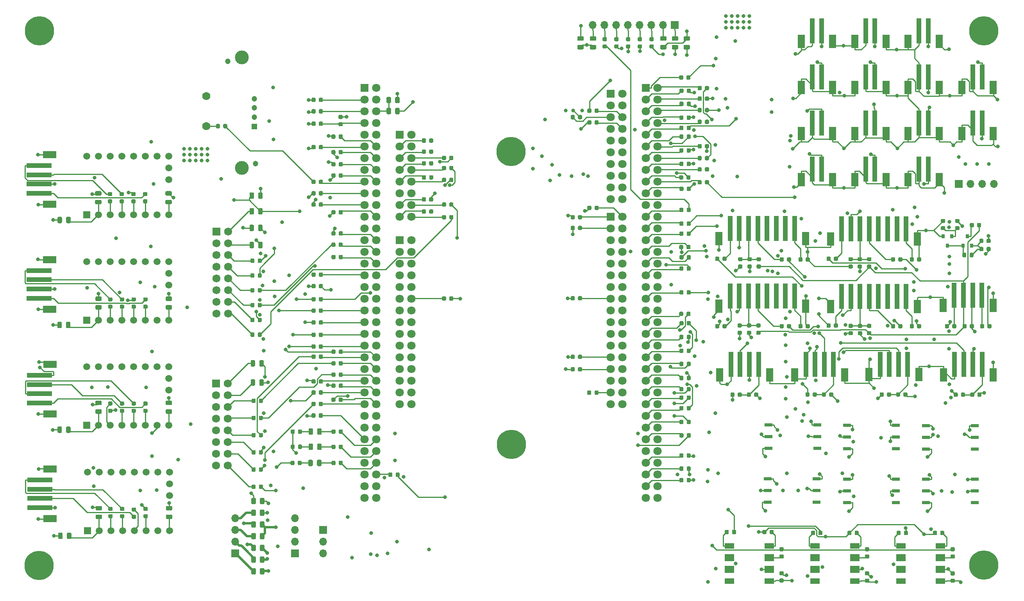
<source format=gbr>
G04 #@! TF.GenerationSoftware,KiCad,Pcbnew,(5.1.6)-1*
G04 #@! TF.CreationDate,2020-06-29T14:38:39-04:00*
G04 #@! TF.ProjectId,Pufferfish-Controller-1,50756666-6572-4666-9973-682d436f6e74,rev?*
G04 #@! TF.SameCoordinates,Original*
G04 #@! TF.FileFunction,Copper,L1,Top*
G04 #@! TF.FilePolarity,Positive*
%FSLAX46Y46*%
G04 Gerber Fmt 4.6, Leading zero omitted, Abs format (unit mm)*
G04 Created by KiCad (PCBNEW (5.1.6)-1) date 2020-06-29 14:38:39*
%MOMM*%
%LPD*%
G01*
G04 APERTURE LIST*
G04 #@! TA.AperFunction,ComponentPad*
%ADD10C,1.800000*%
G04 #@! TD*
G04 #@! TA.AperFunction,ComponentPad*
%ADD11R,1.800000X1.800000*%
G04 #@! TD*
G04 #@! TA.AperFunction,ComponentPad*
%ADD12R,1.508000X1.508000*%
G04 #@! TD*
G04 #@! TA.AperFunction,ComponentPad*
%ADD13C,1.508000*%
G04 #@! TD*
G04 #@! TA.AperFunction,ComponentPad*
%ADD14C,6.350000*%
G04 #@! TD*
G04 #@! TA.AperFunction,SMDPad,CuDef*
%ADD15R,1.750000X0.650000*%
G04 #@! TD*
G04 #@! TA.AperFunction,ComponentPad*
%ADD16C,1.725000*%
G04 #@! TD*
G04 #@! TA.AperFunction,ComponentPad*
%ADD17R,1.725000X1.725000*%
G04 #@! TD*
G04 #@! TA.AperFunction,ComponentPad*
%ADD18R,1.300000X1.300000*%
G04 #@! TD*
G04 #@! TA.AperFunction,ComponentPad*
%ADD19C,1.200000*%
G04 #@! TD*
G04 #@! TA.AperFunction,ComponentPad*
%ADD20C,3.000000*%
G04 #@! TD*
G04 #@! TA.AperFunction,ComponentPad*
%ADD21C,1.778000*%
G04 #@! TD*
G04 #@! TA.AperFunction,ComponentPad*
%ADD22O,1.700000X1.700000*%
G04 #@! TD*
G04 #@! TA.AperFunction,ComponentPad*
%ADD23R,1.700000X1.700000*%
G04 #@! TD*
G04 #@! TA.AperFunction,SMDPad,CuDef*
%ADD24R,1.000000X5.500000*%
G04 #@! TD*
G04 #@! TA.AperFunction,SMDPad,CuDef*
%ADD25R,1.600000X3.000000*%
G04 #@! TD*
G04 #@! TA.AperFunction,SMDPad,CuDef*
%ADD26R,5.500000X1.000000*%
G04 #@! TD*
G04 #@! TA.AperFunction,SMDPad,CuDef*
%ADD27R,3.000000X1.600000*%
G04 #@! TD*
G04 #@! TA.AperFunction,SMDPad,CuDef*
%ADD28R,0.800000X0.900000*%
G04 #@! TD*
G04 #@! TA.AperFunction,SMDPad,CuDef*
%ADD29R,2.000000X1.170000*%
G04 #@! TD*
G04 #@! TA.AperFunction,SMDPad,CuDef*
%ADD30R,2.000000X1.520000*%
G04 #@! TD*
G04 #@! TA.AperFunction,ViaPad*
%ADD31C,0.800000*%
G04 #@! TD*
G04 #@! TA.AperFunction,Conductor*
%ADD32C,0.250000*%
G04 #@! TD*
G04 #@! TA.AperFunction,Conductor*
%ADD33C,0.508000*%
G04 #@! TD*
G04 APERTURE END LIST*
D10*
X276708000Y-288209000D03*
X274168000Y-288209000D03*
X276708000Y-285669000D03*
X274168000Y-285669000D03*
X276708000Y-283129000D03*
X274168000Y-283129000D03*
X276708000Y-280589000D03*
X274168000Y-280589000D03*
X276708000Y-278049000D03*
X274168000Y-278049000D03*
X276708000Y-275509000D03*
X274168000Y-275509000D03*
X276708000Y-272969000D03*
X274168000Y-272969000D03*
X276708000Y-270429000D03*
X274168000Y-270429000D03*
X276708000Y-267889000D03*
X274168000Y-267889000D03*
X276708000Y-265349000D03*
X274168000Y-265349000D03*
X276708000Y-262809000D03*
X274168000Y-262809000D03*
X276708000Y-260269000D03*
X274168000Y-260269000D03*
X276708000Y-257729000D03*
X274168000Y-257729000D03*
X276708000Y-255189000D03*
X274168000Y-255189000D03*
X276708000Y-252649000D03*
X274168000Y-252649000D03*
X276708000Y-250109000D03*
X274168000Y-250109000D03*
X276708000Y-247569000D03*
X274168000Y-247569000D03*
X276708000Y-245029000D03*
X274168000Y-245029000D03*
X276708000Y-242489000D03*
X274168000Y-242489000D03*
X276708000Y-239949000D03*
X274168000Y-239949000D03*
X276708000Y-237409000D03*
X274168000Y-237409000D03*
X276708000Y-234869000D03*
X274168000Y-234869000D03*
X276708000Y-232329000D03*
X274168000Y-232329000D03*
X276708000Y-229789000D03*
X274168000Y-229789000D03*
X276708000Y-227249000D03*
X274168000Y-227249000D03*
X276708000Y-224709000D03*
X274168000Y-224709000D03*
X276708000Y-222169000D03*
X274168000Y-222169000D03*
X276708000Y-219629000D03*
X274168000Y-219629000D03*
X276708000Y-217089000D03*
X274168000Y-217089000D03*
X276708000Y-214549000D03*
X274168000Y-214549000D03*
X276708000Y-212009000D03*
X274168000Y-212009000D03*
X276708000Y-209469000D03*
X274168000Y-209469000D03*
X276708000Y-206929000D03*
X274168000Y-206929000D03*
X276708000Y-204389000D03*
X274168000Y-204389000D03*
X276708000Y-201849000D03*
X274168000Y-201849000D03*
X276708000Y-199309000D03*
D11*
X274168000Y-199309000D03*
D10*
X269088000Y-267889000D03*
X266548000Y-267889000D03*
X269088000Y-265349000D03*
X266548000Y-265349000D03*
X269088000Y-262809000D03*
X266548000Y-262809000D03*
X269088000Y-260269000D03*
X266548000Y-260269000D03*
X269088000Y-257729000D03*
X266548000Y-257729000D03*
X269088000Y-255189000D03*
X266548000Y-255189000D03*
X269088000Y-252649000D03*
X266548000Y-252649000D03*
X269088000Y-250109000D03*
X266548000Y-250109000D03*
X269088000Y-247569000D03*
X266548000Y-247569000D03*
X269088000Y-245029000D03*
X266548000Y-245029000D03*
X269088000Y-242489000D03*
X266548000Y-242489000D03*
X269088000Y-239949000D03*
X266548000Y-239949000D03*
X269088000Y-237409000D03*
X266548000Y-237409000D03*
X269088000Y-234869000D03*
X266548000Y-234869000D03*
X269088000Y-232329000D03*
X266548000Y-232329000D03*
X269088000Y-229789000D03*
X266548000Y-229789000D03*
X269088000Y-227249000D03*
D11*
X266548000Y-227249000D03*
D10*
X269088000Y-223439000D03*
X266548000Y-223439000D03*
X269088000Y-220899000D03*
X266548000Y-220899000D03*
X269088000Y-218359000D03*
X266548000Y-218359000D03*
X269088000Y-215819000D03*
X266548000Y-215819000D03*
X269088000Y-213279000D03*
X266548000Y-213279000D03*
X269088000Y-210739000D03*
X266548000Y-210739000D03*
X269088000Y-208199000D03*
X266548000Y-208199000D03*
X269088000Y-205659000D03*
X266548000Y-205659000D03*
X269088000Y-203119000D03*
X266548000Y-203119000D03*
X269088000Y-200579000D03*
D11*
X266548000Y-200579000D03*
D10*
X223368000Y-267889000D03*
X220828000Y-267889000D03*
X223368000Y-265349000D03*
X220828000Y-265349000D03*
X223368000Y-262809000D03*
X220828000Y-262809000D03*
X223368000Y-260269000D03*
X220828000Y-260269000D03*
X223368000Y-257729000D03*
X220828000Y-257729000D03*
X223368000Y-255189000D03*
X220828000Y-255189000D03*
X223368000Y-252649000D03*
X220828000Y-252649000D03*
X223368000Y-250109000D03*
X220828000Y-250109000D03*
X223368000Y-247569000D03*
X220828000Y-247569000D03*
X223368000Y-245029000D03*
X220828000Y-245029000D03*
X223368000Y-242489000D03*
X220828000Y-242489000D03*
X223368000Y-239949000D03*
X220828000Y-239949000D03*
X223368000Y-237409000D03*
X220828000Y-237409000D03*
X223368000Y-234869000D03*
X220828000Y-234869000D03*
X223368000Y-232329000D03*
D11*
X220828000Y-232329000D03*
D10*
X223368000Y-227249000D03*
X220828000Y-227249000D03*
X223368000Y-224709000D03*
X220828000Y-224709000D03*
X223368000Y-222169000D03*
X220828000Y-222169000D03*
X223368000Y-219629000D03*
X220828000Y-219629000D03*
X223368000Y-217089000D03*
X220828000Y-217089000D03*
X223368000Y-214549000D03*
X220828000Y-214549000D03*
X223368000Y-212009000D03*
X220828000Y-212009000D03*
X223368000Y-209469000D03*
D11*
X220828000Y-209469000D03*
D10*
X215748000Y-288209000D03*
X213208000Y-288209000D03*
X215748000Y-285669000D03*
X213208000Y-285669000D03*
X215748000Y-283129000D03*
X213208000Y-283129000D03*
X215748000Y-280589000D03*
X213208000Y-280589000D03*
X215748000Y-278049000D03*
X213208000Y-278049000D03*
X215748000Y-275509000D03*
X213208000Y-275509000D03*
X215748000Y-272969000D03*
X213208000Y-272969000D03*
X215748000Y-270429000D03*
X213208000Y-270429000D03*
X215748000Y-267889000D03*
X213208000Y-267889000D03*
X215748000Y-265349000D03*
X213208000Y-265349000D03*
X215748000Y-262809000D03*
X213208000Y-262809000D03*
X215748000Y-260269000D03*
X213208000Y-260269000D03*
X215748000Y-257729000D03*
X213208000Y-257729000D03*
X215748000Y-255189000D03*
X213208000Y-255189000D03*
X215748000Y-252649000D03*
X213208000Y-252649000D03*
X215748000Y-250109000D03*
X213208000Y-250109000D03*
X215748000Y-247569000D03*
X213208000Y-247569000D03*
X215748000Y-245029000D03*
X213208000Y-245029000D03*
X215748000Y-242489000D03*
X213208000Y-242489000D03*
X215748000Y-239949000D03*
X213208000Y-239949000D03*
X215748000Y-237409000D03*
X213208000Y-237409000D03*
X215748000Y-234869000D03*
X213208000Y-234869000D03*
X215748000Y-232329000D03*
X213208000Y-232329000D03*
X215748000Y-229789000D03*
X213208000Y-229789000D03*
X215748000Y-227249000D03*
X213208000Y-227249000D03*
X215748000Y-224709000D03*
X213208000Y-224709000D03*
X215748000Y-222169000D03*
X213208000Y-222169000D03*
X215748000Y-219629000D03*
X213208000Y-219629000D03*
X215748000Y-217089000D03*
X213208000Y-217089000D03*
X215748000Y-214549000D03*
X213208000Y-214549000D03*
X215748000Y-212009000D03*
X213208000Y-212009000D03*
X215748000Y-209469000D03*
X213208000Y-209469000D03*
X215748000Y-206929000D03*
X213208000Y-206929000D03*
X215748000Y-204389000D03*
X213208000Y-204389000D03*
X215748000Y-201849000D03*
X213208000Y-201849000D03*
X215748000Y-199309000D03*
D11*
X213208000Y-199309000D03*
D12*
X153035000Y-272415000D03*
D13*
X160655000Y-272415000D03*
X170815000Y-272415000D03*
X165735000Y-272415000D03*
X158115000Y-272415000D03*
X155575000Y-272415000D03*
X168275000Y-272415000D03*
X163195000Y-272415000D03*
X160655000Y-259715000D03*
X158115000Y-259715000D03*
X155575000Y-259715000D03*
X168275000Y-259715000D03*
X163195000Y-259715000D03*
X153035000Y-259715000D03*
X165735000Y-259715000D03*
X170815000Y-259715000D03*
X170815000Y-264795000D03*
X170815000Y-262255000D03*
D12*
X153035000Y-226822000D03*
D13*
X160655000Y-226822000D03*
X170815000Y-226822000D03*
X165735000Y-226822000D03*
X158115000Y-226822000D03*
X155575000Y-226822000D03*
X168275000Y-226822000D03*
X163195000Y-226822000D03*
X160655000Y-214122000D03*
X158115000Y-214122000D03*
X155575000Y-214122000D03*
X168275000Y-214122000D03*
X163195000Y-214122000D03*
X153035000Y-214122000D03*
X165735000Y-214122000D03*
X170815000Y-214122000D03*
X170815000Y-219202000D03*
X170815000Y-216662000D03*
D12*
X153035000Y-249682000D03*
D13*
X160655000Y-249682000D03*
X170815000Y-249682000D03*
X165735000Y-249682000D03*
X158115000Y-249682000D03*
X155575000Y-249682000D03*
X168275000Y-249682000D03*
X163195000Y-249682000D03*
X160655000Y-236982000D03*
X158115000Y-236982000D03*
X155575000Y-236982000D03*
X168275000Y-236982000D03*
X163195000Y-236982000D03*
X153035000Y-236982000D03*
X165735000Y-236982000D03*
X170815000Y-236982000D03*
X170815000Y-242062000D03*
X170815000Y-239522000D03*
D12*
X153162000Y-295275000D03*
D13*
X160782000Y-295275000D03*
X170942000Y-295275000D03*
X165862000Y-295275000D03*
X158242000Y-295275000D03*
X155702000Y-295275000D03*
X168402000Y-295275000D03*
X163322000Y-295275000D03*
X160782000Y-282575000D03*
X158242000Y-282575000D03*
X155702000Y-282575000D03*
X168402000Y-282575000D03*
X163322000Y-282575000D03*
X153162000Y-282575000D03*
X165862000Y-282575000D03*
X170942000Y-282575000D03*
X170942000Y-287655000D03*
X170942000Y-285115000D03*
D14*
X245046000Y-276555000D03*
X142748000Y-186944000D03*
X142684000Y-302832000D03*
X347408000Y-186944000D03*
X245008000Y-213106000D03*
X347408000Y-302768000D03*
D15*
X334895000Y-289242000D03*
X334895000Y-286702000D03*
X334895000Y-284162000D03*
X345495000Y-289242000D03*
X345495000Y-286702000D03*
X345495000Y-284162000D03*
X345495000Y-272542000D03*
X345495000Y-275082000D03*
X345495000Y-277622000D03*
X334895000Y-272542000D03*
X334895000Y-275082000D03*
X334895000Y-277622000D03*
X300605000Y-289116000D03*
X300605000Y-286576000D03*
X300605000Y-284036000D03*
X311205000Y-289116000D03*
X311205000Y-286576000D03*
X311205000Y-284036000D03*
X328350000Y-284099000D03*
X328350000Y-286639000D03*
X328350000Y-289179000D03*
X317750000Y-284099000D03*
X317750000Y-286639000D03*
X317750000Y-289179000D03*
X317750000Y-277558000D03*
X317750000Y-275018000D03*
X317750000Y-272478000D03*
X328350000Y-277558000D03*
X328350000Y-275018000D03*
X328350000Y-272478000D03*
X311332000Y-272352000D03*
X311332000Y-274892000D03*
X311332000Y-277432000D03*
X300732000Y-272352000D03*
X300732000Y-274892000D03*
X300732000Y-277432000D03*
D16*
X183566000Y-281163000D03*
X181026000Y-281163000D03*
X183566000Y-278623000D03*
X181026000Y-278623000D03*
X183566000Y-276083000D03*
X181026000Y-276083000D03*
X183566000Y-273543000D03*
X181026000Y-273543000D03*
X183566000Y-271003000D03*
X181026000Y-271003000D03*
X183566000Y-268463000D03*
X181026000Y-268463000D03*
X183566000Y-265923000D03*
X181026000Y-265923000D03*
X183566000Y-263383000D03*
D17*
X181026000Y-263383000D03*
D16*
X183667000Y-248196000D03*
X181127000Y-248196000D03*
X183667000Y-245656000D03*
X181127000Y-245656000D03*
X183667000Y-243116000D03*
X181127000Y-243116000D03*
X183667000Y-240576000D03*
X181127000Y-240576000D03*
X183667000Y-238036000D03*
X181127000Y-238036000D03*
X183667000Y-235496000D03*
X181127000Y-235496000D03*
X183667000Y-232956000D03*
X181127000Y-232956000D03*
X183667000Y-230416000D03*
D17*
X181127000Y-230416000D03*
D18*
X189370000Y-207645000D03*
D19*
X189370000Y-205645000D03*
X189370000Y-203645000D03*
X189370000Y-201645000D03*
X183620000Y-193545000D03*
X189620000Y-215745000D03*
D20*
X186620000Y-192645000D03*
X186620000Y-216645000D03*
D21*
X178892000Y-207555000D03*
X178892000Y-201055000D03*
G04 #@! TA.AperFunction,SMDPad,CuDef*
G36*
G01*
X286289000Y-203857750D02*
X286289000Y-204370250D01*
G75*
G02*
X286070250Y-204589000I-218750J0D01*
G01*
X285632750Y-204589000D01*
G75*
G02*
X285414000Y-204370250I0J218750D01*
G01*
X285414000Y-203857750D01*
G75*
G02*
X285632750Y-203639000I218750J0D01*
G01*
X286070250Y-203639000D01*
G75*
G02*
X286289000Y-203857750I0J-218750D01*
G01*
G37*
G04 #@! TD.AperFunction*
G04 #@! TA.AperFunction,SMDPad,CuDef*
G36*
G01*
X287864000Y-203857750D02*
X287864000Y-204370250D01*
G75*
G02*
X287645250Y-204589000I-218750J0D01*
G01*
X287207750Y-204589000D01*
G75*
G02*
X286989000Y-204370250I0J218750D01*
G01*
X286989000Y-203857750D01*
G75*
G02*
X287207750Y-203639000I218750J0D01*
G01*
X287645250Y-203639000D01*
G75*
G02*
X287864000Y-203857750I0J-218750D01*
G01*
G37*
G04 #@! TD.AperFunction*
G04 #@! TA.AperFunction,SMDPad,CuDef*
G36*
G01*
X207614000Y-233555250D02*
X207614000Y-233042750D01*
G75*
G02*
X207832750Y-232824000I218750J0D01*
G01*
X208270250Y-232824000D01*
G75*
G02*
X208489000Y-233042750I0J-218750D01*
G01*
X208489000Y-233555250D01*
G75*
G02*
X208270250Y-233774000I-218750J0D01*
G01*
X207832750Y-233774000D01*
G75*
G02*
X207614000Y-233555250I0J218750D01*
G01*
G37*
G04 #@! TD.AperFunction*
G04 #@! TA.AperFunction,SMDPad,CuDef*
G36*
G01*
X206039000Y-233555250D02*
X206039000Y-233042750D01*
G75*
G02*
X206257750Y-232824000I218750J0D01*
G01*
X206695250Y-232824000D01*
G75*
G02*
X206914000Y-233042750I0J-218750D01*
G01*
X206914000Y-233555250D01*
G75*
G02*
X206695250Y-233774000I-218750J0D01*
G01*
X206257750Y-233774000D01*
G75*
G02*
X206039000Y-233555250I0J218750D01*
G01*
G37*
G04 #@! TD.AperFunction*
D22*
X349631500Y-220091500D03*
X347091500Y-220091500D03*
D23*
X342011500Y-220091500D03*
D22*
X344551500Y-220091500D03*
D24*
X324593000Y-244477000D03*
D25*
X332993000Y-246677000D03*
D24*
X322593000Y-244477000D03*
X320593000Y-244477000D03*
X318593000Y-244477000D03*
X316593000Y-244477000D03*
D25*
X314193000Y-246677000D03*
D24*
X326593000Y-244477000D03*
X328593000Y-244477000D03*
X330593000Y-244477000D03*
X300437000Y-244439000D03*
D25*
X308837000Y-246639000D03*
D24*
X298437000Y-244439000D03*
X296437000Y-244439000D03*
X294437000Y-244439000D03*
X292437000Y-244439000D03*
D25*
X290037000Y-246639000D03*
D24*
X302437000Y-244439000D03*
X304437000Y-244439000D03*
X306437000Y-244439000D03*
X300437000Y-229796000D03*
D25*
X308837000Y-231996000D03*
D24*
X298437000Y-229796000D03*
X296437000Y-229796000D03*
X294437000Y-229796000D03*
X292437000Y-229796000D03*
D25*
X290037000Y-231996000D03*
D24*
X302437000Y-229796000D03*
X304437000Y-229796000D03*
X306437000Y-229796000D03*
X330593000Y-229821000D03*
X328593000Y-229821000D03*
X326593000Y-229821000D03*
D25*
X314193000Y-232021000D03*
D24*
X316593000Y-229821000D03*
X318593000Y-229821000D03*
X320593000Y-229821000D03*
X322593000Y-229821000D03*
D25*
X332993000Y-232021000D03*
D24*
X324593000Y-229821000D03*
X345018000Y-244221000D03*
X343018000Y-244221000D03*
X347018000Y-244221000D03*
X341018000Y-244221000D03*
D25*
X349418000Y-246471000D03*
X338618000Y-246471000D03*
G04 #@! TA.AperFunction,SMDPad,CuDef*
G36*
G01*
X189520000Y-262714750D02*
X189520000Y-263627250D01*
G75*
G02*
X189276250Y-263871000I-243750J0D01*
G01*
X188788750Y-263871000D01*
G75*
G02*
X188545000Y-263627250I0J243750D01*
G01*
X188545000Y-262714750D01*
G75*
G02*
X188788750Y-262471000I243750J0D01*
G01*
X189276250Y-262471000D01*
G75*
G02*
X189520000Y-262714750I0J-243750D01*
G01*
G37*
G04 #@! TD.AperFunction*
G04 #@! TA.AperFunction,SMDPad,CuDef*
G36*
G01*
X191395000Y-262714750D02*
X191395000Y-263627250D01*
G75*
G02*
X191151250Y-263871000I-243750J0D01*
G01*
X190663750Y-263871000D01*
G75*
G02*
X190420000Y-263627250I0J243750D01*
G01*
X190420000Y-262714750D01*
G75*
G02*
X190663750Y-262471000I243750J0D01*
G01*
X191151250Y-262471000D01*
G75*
G02*
X191395000Y-262714750I0J-243750D01*
G01*
G37*
G04 #@! TD.AperFunction*
G04 #@! TA.AperFunction,SMDPad,CuDef*
G36*
G01*
X189520000Y-258546750D02*
X189520000Y-259459250D01*
G75*
G02*
X189276250Y-259703000I-243750J0D01*
G01*
X188788750Y-259703000D01*
G75*
G02*
X188545000Y-259459250I0J243750D01*
G01*
X188545000Y-258546750D01*
G75*
G02*
X188788750Y-258303000I243750J0D01*
G01*
X189276250Y-258303000D01*
G75*
G02*
X189520000Y-258546750I0J-243750D01*
G01*
G37*
G04 #@! TD.AperFunction*
G04 #@! TA.AperFunction,SMDPad,CuDef*
G36*
G01*
X191395000Y-258546750D02*
X191395000Y-259459250D01*
G75*
G02*
X191151250Y-259703000I-243750J0D01*
G01*
X190663750Y-259703000D01*
G75*
G02*
X190420000Y-259459250I0J243750D01*
G01*
X190420000Y-258546750D01*
G75*
G02*
X190663750Y-258303000I243750J0D01*
G01*
X191151250Y-258303000D01*
G75*
G02*
X191395000Y-258546750I0J-243750D01*
G01*
G37*
G04 #@! TD.AperFunction*
G04 #@! TA.AperFunction,SMDPad,CuDef*
G36*
G01*
X189266000Y-232905750D02*
X189266000Y-233818250D01*
G75*
G02*
X189022250Y-234062000I-243750J0D01*
G01*
X188534750Y-234062000D01*
G75*
G02*
X188291000Y-233818250I0J243750D01*
G01*
X188291000Y-232905750D01*
G75*
G02*
X188534750Y-232662000I243750J0D01*
G01*
X189022250Y-232662000D01*
G75*
G02*
X189266000Y-232905750I0J-243750D01*
G01*
G37*
G04 #@! TD.AperFunction*
G04 #@! TA.AperFunction,SMDPad,CuDef*
G36*
G01*
X191141000Y-232905750D02*
X191141000Y-233818250D01*
G75*
G02*
X190897250Y-234062000I-243750J0D01*
G01*
X190409750Y-234062000D01*
G75*
G02*
X190166000Y-233818250I0J243750D01*
G01*
X190166000Y-232905750D01*
G75*
G02*
X190409750Y-232662000I243750J0D01*
G01*
X190897250Y-232662000D01*
G75*
G02*
X191141000Y-232905750I0J-243750D01*
G01*
G37*
G04 #@! TD.AperFunction*
G04 #@! TA.AperFunction,SMDPad,CuDef*
G36*
G01*
X189266000Y-225590750D02*
X189266000Y-226503250D01*
G75*
G02*
X189022250Y-226747000I-243750J0D01*
G01*
X188534750Y-226747000D01*
G75*
G02*
X188291000Y-226503250I0J243750D01*
G01*
X188291000Y-225590750D01*
G75*
G02*
X188534750Y-225347000I243750J0D01*
G01*
X189022250Y-225347000D01*
G75*
G02*
X189266000Y-225590750I0J-243750D01*
G01*
G37*
G04 #@! TD.AperFunction*
G04 #@! TA.AperFunction,SMDPad,CuDef*
G36*
G01*
X191141000Y-225590750D02*
X191141000Y-226503250D01*
G75*
G02*
X190897250Y-226747000I-243750J0D01*
G01*
X190409750Y-226747000D01*
G75*
G02*
X190166000Y-226503250I0J243750D01*
G01*
X190166000Y-225590750D01*
G75*
G02*
X190409750Y-225347000I243750J0D01*
G01*
X190897250Y-225347000D01*
G75*
G02*
X191141000Y-225590750I0J-243750D01*
G01*
G37*
G04 #@! TD.AperFunction*
G04 #@! TA.AperFunction,SMDPad,CuDef*
G36*
G01*
X262281750Y-189972000D02*
X263194250Y-189972000D01*
G75*
G02*
X263438000Y-190215750I0J-243750D01*
G01*
X263438000Y-190703250D01*
G75*
G02*
X263194250Y-190947000I-243750J0D01*
G01*
X262281750Y-190947000D01*
G75*
G02*
X262038000Y-190703250I0J243750D01*
G01*
X262038000Y-190215750D01*
G75*
G02*
X262281750Y-189972000I243750J0D01*
G01*
G37*
G04 #@! TD.AperFunction*
G04 #@! TA.AperFunction,SMDPad,CuDef*
G36*
G01*
X262281750Y-188097000D02*
X263194250Y-188097000D01*
G75*
G02*
X263438000Y-188340750I0J-243750D01*
G01*
X263438000Y-188828250D01*
G75*
G02*
X263194250Y-189072000I-243750J0D01*
G01*
X262281750Y-189072000D01*
G75*
G02*
X262038000Y-188828250I0J243750D01*
G01*
X262038000Y-188340750D01*
G75*
G02*
X262281750Y-188097000I243750J0D01*
G01*
G37*
G04 #@! TD.AperFunction*
G04 #@! TA.AperFunction,SMDPad,CuDef*
G36*
G01*
X277521750Y-189972000D02*
X278434250Y-189972000D01*
G75*
G02*
X278678000Y-190215750I0J-243750D01*
G01*
X278678000Y-190703250D01*
G75*
G02*
X278434250Y-190947000I-243750J0D01*
G01*
X277521750Y-190947000D01*
G75*
G02*
X277278000Y-190703250I0J243750D01*
G01*
X277278000Y-190215750D01*
G75*
G02*
X277521750Y-189972000I243750J0D01*
G01*
G37*
G04 #@! TD.AperFunction*
G04 #@! TA.AperFunction,SMDPad,CuDef*
G36*
G01*
X277521750Y-188097000D02*
X278434250Y-188097000D01*
G75*
G02*
X278678000Y-188340750I0J-243750D01*
G01*
X278678000Y-188828250D01*
G75*
G02*
X278434250Y-189072000I-243750J0D01*
G01*
X277521750Y-189072000D01*
G75*
G02*
X277278000Y-188828250I0J243750D01*
G01*
X277278000Y-188340750D01*
G75*
G02*
X277521750Y-188097000I243750J0D01*
G01*
G37*
G04 #@! TD.AperFunction*
G04 #@! TA.AperFunction,SMDPad,CuDef*
G36*
G01*
X280061750Y-189972000D02*
X280974250Y-189972000D01*
G75*
G02*
X281218000Y-190215750I0J-243750D01*
G01*
X281218000Y-190703250D01*
G75*
G02*
X280974250Y-190947000I-243750J0D01*
G01*
X280061750Y-190947000D01*
G75*
G02*
X279818000Y-190703250I0J243750D01*
G01*
X279818000Y-190215750D01*
G75*
G02*
X280061750Y-189972000I243750J0D01*
G01*
G37*
G04 #@! TD.AperFunction*
G04 #@! TA.AperFunction,SMDPad,CuDef*
G36*
G01*
X280061750Y-188097000D02*
X280974250Y-188097000D01*
G75*
G02*
X281218000Y-188340750I0J-243750D01*
G01*
X281218000Y-188828250D01*
G75*
G02*
X280974250Y-189072000I-243750J0D01*
G01*
X280061750Y-189072000D01*
G75*
G02*
X279818000Y-188828250I0J243750D01*
G01*
X279818000Y-188340750D01*
G75*
G02*
X280061750Y-188097000I243750J0D01*
G01*
G37*
G04 #@! TD.AperFunction*
G04 #@! TA.AperFunction,SMDPad,CuDef*
G36*
G01*
X190556000Y-291858250D02*
X190556000Y-290945750D01*
G75*
G02*
X190799750Y-290702000I243750J0D01*
G01*
X191287250Y-290702000D01*
G75*
G02*
X191531000Y-290945750I0J-243750D01*
G01*
X191531000Y-291858250D01*
G75*
G02*
X191287250Y-292102000I-243750J0D01*
G01*
X190799750Y-292102000D01*
G75*
G02*
X190556000Y-291858250I0J243750D01*
G01*
G37*
G04 #@! TD.AperFunction*
G04 #@! TA.AperFunction,SMDPad,CuDef*
G36*
G01*
X188681000Y-291858250D02*
X188681000Y-290945750D01*
G75*
G02*
X188924750Y-290702000I243750J0D01*
G01*
X189412250Y-290702000D01*
G75*
G02*
X189656000Y-290945750I0J-243750D01*
G01*
X189656000Y-291858250D01*
G75*
G02*
X189412250Y-292102000I-243750J0D01*
G01*
X188924750Y-292102000D01*
G75*
G02*
X188681000Y-291858250I0J243750D01*
G01*
G37*
G04 #@! TD.AperFunction*
G04 #@! TA.AperFunction,SMDPad,CuDef*
G36*
G01*
X190556000Y-296938250D02*
X190556000Y-296025750D01*
G75*
G02*
X190799750Y-295782000I243750J0D01*
G01*
X191287250Y-295782000D01*
G75*
G02*
X191531000Y-296025750I0J-243750D01*
G01*
X191531000Y-296938250D01*
G75*
G02*
X191287250Y-297182000I-243750J0D01*
G01*
X190799750Y-297182000D01*
G75*
G02*
X190556000Y-296938250I0J243750D01*
G01*
G37*
G04 #@! TD.AperFunction*
G04 #@! TA.AperFunction,SMDPad,CuDef*
G36*
G01*
X188681000Y-296938250D02*
X188681000Y-296025750D01*
G75*
G02*
X188924750Y-295782000I243750J0D01*
G01*
X189412250Y-295782000D01*
G75*
G02*
X189656000Y-296025750I0J-243750D01*
G01*
X189656000Y-296938250D01*
G75*
G02*
X189412250Y-297182000I-243750J0D01*
G01*
X188924750Y-297182000D01*
G75*
G02*
X188681000Y-296938250I0J243750D01*
G01*
G37*
G04 #@! TD.AperFunction*
G04 #@! TA.AperFunction,SMDPad,CuDef*
G36*
G01*
X190556000Y-302018250D02*
X190556000Y-301105750D01*
G75*
G02*
X190799750Y-300862000I243750J0D01*
G01*
X191287250Y-300862000D01*
G75*
G02*
X191531000Y-301105750I0J-243750D01*
G01*
X191531000Y-302018250D01*
G75*
G02*
X191287250Y-302262000I-243750J0D01*
G01*
X190799750Y-302262000D01*
G75*
G02*
X190556000Y-302018250I0J243750D01*
G01*
G37*
G04 #@! TD.AperFunction*
G04 #@! TA.AperFunction,SMDPad,CuDef*
G36*
G01*
X188681000Y-302018250D02*
X188681000Y-301105750D01*
G75*
G02*
X188924750Y-300862000I243750J0D01*
G01*
X189412250Y-300862000D01*
G75*
G02*
X189656000Y-301105750I0J-243750D01*
G01*
X189656000Y-302018250D01*
G75*
G02*
X189412250Y-302262000I-243750J0D01*
G01*
X188924750Y-302262000D01*
G75*
G02*
X188681000Y-302018250I0J243750D01*
G01*
G37*
G04 #@! TD.AperFunction*
G04 #@! TA.AperFunction,SMDPad,CuDef*
G36*
G01*
X190556000Y-304558250D02*
X190556000Y-303645750D01*
G75*
G02*
X190799750Y-303402000I243750J0D01*
G01*
X191287250Y-303402000D01*
G75*
G02*
X191531000Y-303645750I0J-243750D01*
G01*
X191531000Y-304558250D01*
G75*
G02*
X191287250Y-304802000I-243750J0D01*
G01*
X190799750Y-304802000D01*
G75*
G02*
X190556000Y-304558250I0J243750D01*
G01*
G37*
G04 #@! TD.AperFunction*
G04 #@! TA.AperFunction,SMDPad,CuDef*
G36*
G01*
X188681000Y-304558250D02*
X188681000Y-303645750D01*
G75*
G02*
X188924750Y-303402000I243750J0D01*
G01*
X189412250Y-303402000D01*
G75*
G02*
X189656000Y-303645750I0J-243750D01*
G01*
X189656000Y-304558250D01*
G75*
G02*
X189412250Y-304802000I-243750J0D01*
G01*
X188924750Y-304802000D01*
G75*
G02*
X188681000Y-304558250I0J243750D01*
G01*
G37*
G04 #@! TD.AperFunction*
G04 #@! TA.AperFunction,SMDPad,CuDef*
G36*
G01*
X171220250Y-222651000D02*
X170307750Y-222651000D01*
G75*
G02*
X170064000Y-222407250I0J243750D01*
G01*
X170064000Y-221919750D01*
G75*
G02*
X170307750Y-221676000I243750J0D01*
G01*
X171220250Y-221676000D01*
G75*
G02*
X171464000Y-221919750I0J-243750D01*
G01*
X171464000Y-222407250D01*
G75*
G02*
X171220250Y-222651000I-243750J0D01*
G01*
G37*
G04 #@! TD.AperFunction*
G04 #@! TA.AperFunction,SMDPad,CuDef*
G36*
G01*
X171220250Y-224526000D02*
X170307750Y-224526000D01*
G75*
G02*
X170064000Y-224282250I0J243750D01*
G01*
X170064000Y-223794750D01*
G75*
G02*
X170307750Y-223551000I243750J0D01*
G01*
X171220250Y-223551000D01*
G75*
G02*
X171464000Y-223794750I0J-243750D01*
G01*
X171464000Y-224282250D01*
G75*
G02*
X171220250Y-224526000I-243750J0D01*
G01*
G37*
G04 #@! TD.AperFunction*
G04 #@! TA.AperFunction,SMDPad,CuDef*
G36*
G01*
X155980250Y-222651000D02*
X155067750Y-222651000D01*
G75*
G02*
X154824000Y-222407250I0J243750D01*
G01*
X154824000Y-221919750D01*
G75*
G02*
X155067750Y-221676000I243750J0D01*
G01*
X155980250Y-221676000D01*
G75*
G02*
X156224000Y-221919750I0J-243750D01*
G01*
X156224000Y-222407250D01*
G75*
G02*
X155980250Y-222651000I-243750J0D01*
G01*
G37*
G04 #@! TD.AperFunction*
G04 #@! TA.AperFunction,SMDPad,CuDef*
G36*
G01*
X155980250Y-224526000D02*
X155067750Y-224526000D01*
G75*
G02*
X154824000Y-224282250I0J243750D01*
G01*
X154824000Y-223794750D01*
G75*
G02*
X155067750Y-223551000I243750J0D01*
G01*
X155980250Y-223551000D01*
G75*
G02*
X156224000Y-223794750I0J-243750D01*
G01*
X156224000Y-224282250D01*
G75*
G02*
X155980250Y-224526000I-243750J0D01*
G01*
G37*
G04 #@! TD.AperFunction*
G04 #@! TA.AperFunction,SMDPad,CuDef*
G36*
G01*
X171271250Y-245486000D02*
X170358750Y-245486000D01*
G75*
G02*
X170115000Y-245242250I0J243750D01*
G01*
X170115000Y-244754750D01*
G75*
G02*
X170358750Y-244511000I243750J0D01*
G01*
X171271250Y-244511000D01*
G75*
G02*
X171515000Y-244754750I0J-243750D01*
G01*
X171515000Y-245242250D01*
G75*
G02*
X171271250Y-245486000I-243750J0D01*
G01*
G37*
G04 #@! TD.AperFunction*
G04 #@! TA.AperFunction,SMDPad,CuDef*
G36*
G01*
X171271250Y-247361000D02*
X170358750Y-247361000D01*
G75*
G02*
X170115000Y-247117250I0J243750D01*
G01*
X170115000Y-246629750D01*
G75*
G02*
X170358750Y-246386000I243750J0D01*
G01*
X171271250Y-246386000D01*
G75*
G02*
X171515000Y-246629750I0J-243750D01*
G01*
X171515000Y-247117250D01*
G75*
G02*
X171271250Y-247361000I-243750J0D01*
G01*
G37*
G04 #@! TD.AperFunction*
G04 #@! TA.AperFunction,SMDPad,CuDef*
G36*
G01*
X156031250Y-245486000D02*
X155118750Y-245486000D01*
G75*
G02*
X154875000Y-245242250I0J243750D01*
G01*
X154875000Y-244754750D01*
G75*
G02*
X155118750Y-244511000I243750J0D01*
G01*
X156031250Y-244511000D01*
G75*
G02*
X156275000Y-244754750I0J-243750D01*
G01*
X156275000Y-245242250D01*
G75*
G02*
X156031250Y-245486000I-243750J0D01*
G01*
G37*
G04 #@! TD.AperFunction*
G04 #@! TA.AperFunction,SMDPad,CuDef*
G36*
G01*
X156031250Y-247361000D02*
X155118750Y-247361000D01*
G75*
G02*
X154875000Y-247117250I0J243750D01*
G01*
X154875000Y-246629750D01*
G75*
G02*
X155118750Y-246386000I243750J0D01*
G01*
X156031250Y-246386000D01*
G75*
G02*
X156275000Y-246629750I0J-243750D01*
G01*
X156275000Y-247117250D01*
G75*
G02*
X156031250Y-247361000I-243750J0D01*
G01*
G37*
G04 #@! TD.AperFunction*
G04 #@! TA.AperFunction,SMDPad,CuDef*
G36*
G01*
X171271250Y-268066000D02*
X170358750Y-268066000D01*
G75*
G02*
X170115000Y-267822250I0J243750D01*
G01*
X170115000Y-267334750D01*
G75*
G02*
X170358750Y-267091000I243750J0D01*
G01*
X171271250Y-267091000D01*
G75*
G02*
X171515000Y-267334750I0J-243750D01*
G01*
X171515000Y-267822250D01*
G75*
G02*
X171271250Y-268066000I-243750J0D01*
G01*
G37*
G04 #@! TD.AperFunction*
G04 #@! TA.AperFunction,SMDPad,CuDef*
G36*
G01*
X171271250Y-269941000D02*
X170358750Y-269941000D01*
G75*
G02*
X170115000Y-269697250I0J243750D01*
G01*
X170115000Y-269209750D01*
G75*
G02*
X170358750Y-268966000I243750J0D01*
G01*
X171271250Y-268966000D01*
G75*
G02*
X171515000Y-269209750I0J-243750D01*
G01*
X171515000Y-269697250D01*
G75*
G02*
X171271250Y-269941000I-243750J0D01*
G01*
G37*
G04 #@! TD.AperFunction*
G04 #@! TA.AperFunction,SMDPad,CuDef*
G36*
G01*
X156031250Y-268066000D02*
X155118750Y-268066000D01*
G75*
G02*
X154875000Y-267822250I0J243750D01*
G01*
X154875000Y-267334750D01*
G75*
G02*
X155118750Y-267091000I243750J0D01*
G01*
X156031250Y-267091000D01*
G75*
G02*
X156275000Y-267334750I0J-243750D01*
G01*
X156275000Y-267822250D01*
G75*
G02*
X156031250Y-268066000I-243750J0D01*
G01*
G37*
G04 #@! TD.AperFunction*
G04 #@! TA.AperFunction,SMDPad,CuDef*
G36*
G01*
X156031250Y-269941000D02*
X155118750Y-269941000D01*
G75*
G02*
X154875000Y-269697250I0J243750D01*
G01*
X154875000Y-269209750D01*
G75*
G02*
X155118750Y-268966000I243750J0D01*
G01*
X156031250Y-268966000D01*
G75*
G02*
X156275000Y-269209750I0J-243750D01*
G01*
X156275000Y-269697250D01*
G75*
G02*
X156031250Y-269941000I-243750J0D01*
G01*
G37*
G04 #@! TD.AperFunction*
G04 #@! TA.AperFunction,SMDPad,CuDef*
G36*
G01*
X171322250Y-290901000D02*
X170409750Y-290901000D01*
G75*
G02*
X170166000Y-290657250I0J243750D01*
G01*
X170166000Y-290169750D01*
G75*
G02*
X170409750Y-289926000I243750J0D01*
G01*
X171322250Y-289926000D01*
G75*
G02*
X171566000Y-290169750I0J-243750D01*
G01*
X171566000Y-290657250D01*
G75*
G02*
X171322250Y-290901000I-243750J0D01*
G01*
G37*
G04 #@! TD.AperFunction*
G04 #@! TA.AperFunction,SMDPad,CuDef*
G36*
G01*
X171322250Y-292776000D02*
X170409750Y-292776000D01*
G75*
G02*
X170166000Y-292532250I0J243750D01*
G01*
X170166000Y-292044750D01*
G75*
G02*
X170409750Y-291801000I243750J0D01*
G01*
X171322250Y-291801000D01*
G75*
G02*
X171566000Y-292044750I0J-243750D01*
G01*
X171566000Y-292532250D01*
G75*
G02*
X171322250Y-292776000I-243750J0D01*
G01*
G37*
G04 #@! TD.AperFunction*
G04 #@! TA.AperFunction,SMDPad,CuDef*
G36*
G01*
X156082250Y-290901000D02*
X155169750Y-290901000D01*
G75*
G02*
X154926000Y-290657250I0J243750D01*
G01*
X154926000Y-290169750D01*
G75*
G02*
X155169750Y-289926000I243750J0D01*
G01*
X156082250Y-289926000D01*
G75*
G02*
X156326000Y-290169750I0J-243750D01*
G01*
X156326000Y-290657250D01*
G75*
G02*
X156082250Y-290901000I-243750J0D01*
G01*
G37*
G04 #@! TD.AperFunction*
G04 #@! TA.AperFunction,SMDPad,CuDef*
G36*
G01*
X156082250Y-292776000D02*
X155169750Y-292776000D01*
G75*
G02*
X154926000Y-292532250I0J243750D01*
G01*
X154926000Y-292044750D01*
G75*
G02*
X155169750Y-291801000I243750J0D01*
G01*
X156082250Y-291801000D01*
G75*
G02*
X156326000Y-292044750I0J-243750D01*
G01*
X156326000Y-292532250D01*
G75*
G02*
X156082250Y-292776000I-243750J0D01*
G01*
G37*
G04 #@! TD.AperFunction*
G04 #@! TA.AperFunction,SMDPad,CuDef*
G36*
G01*
X218958000Y-201473750D02*
X218958000Y-202386250D01*
G75*
G02*
X218714250Y-202630000I-243750J0D01*
G01*
X218226750Y-202630000D01*
G75*
G02*
X217983000Y-202386250I0J243750D01*
G01*
X217983000Y-201473750D01*
G75*
G02*
X218226750Y-201230000I243750J0D01*
G01*
X218714250Y-201230000D01*
G75*
G02*
X218958000Y-201473750I0J-243750D01*
G01*
G37*
G04 #@! TD.AperFunction*
G04 #@! TA.AperFunction,SMDPad,CuDef*
G36*
G01*
X220833000Y-201473750D02*
X220833000Y-202386250D01*
G75*
G02*
X220589250Y-202630000I-243750J0D01*
G01*
X220101750Y-202630000D01*
G75*
G02*
X219858000Y-202386250I0J243750D01*
G01*
X219858000Y-201473750D01*
G75*
G02*
X220101750Y-201230000I243750J0D01*
G01*
X220589250Y-201230000D01*
G75*
G02*
X220833000Y-201473750I0J-243750D01*
G01*
G37*
G04 #@! TD.AperFunction*
G04 #@! TA.AperFunction,SMDPad,CuDef*
G36*
G01*
X219858000Y-204774250D02*
X219858000Y-203861750D01*
G75*
G02*
X220101750Y-203618000I243750J0D01*
G01*
X220589250Y-203618000D01*
G75*
G02*
X220833000Y-203861750I0J-243750D01*
G01*
X220833000Y-204774250D01*
G75*
G02*
X220589250Y-205018000I-243750J0D01*
G01*
X220101750Y-205018000D01*
G75*
G02*
X219858000Y-204774250I0J243750D01*
G01*
G37*
G04 #@! TD.AperFunction*
G04 #@! TA.AperFunction,SMDPad,CuDef*
G36*
G01*
X217983000Y-204774250D02*
X217983000Y-203861750D01*
G75*
G02*
X218226750Y-203618000I243750J0D01*
G01*
X218714250Y-203618000D01*
G75*
G02*
X218958000Y-203861750I0J-243750D01*
G01*
X218958000Y-204774250D01*
G75*
G02*
X218714250Y-205018000I-243750J0D01*
G01*
X218226750Y-205018000D01*
G75*
G02*
X217983000Y-204774250I0J243750D01*
G01*
G37*
G04 #@! TD.AperFunction*
G04 #@! TA.AperFunction,SMDPad,CuDef*
G36*
G01*
X190166000Y-223100250D02*
X190166000Y-222187750D01*
G75*
G02*
X190409750Y-221944000I243750J0D01*
G01*
X190897250Y-221944000D01*
G75*
G02*
X191141000Y-222187750I0J-243750D01*
G01*
X191141000Y-223100250D01*
G75*
G02*
X190897250Y-223344000I-243750J0D01*
G01*
X190409750Y-223344000D01*
G75*
G02*
X190166000Y-223100250I0J243750D01*
G01*
G37*
G04 #@! TD.AperFunction*
G04 #@! TA.AperFunction,SMDPad,CuDef*
G36*
G01*
X188291000Y-223100250D02*
X188291000Y-222187750D01*
G75*
G02*
X188534750Y-221944000I243750J0D01*
G01*
X189022250Y-221944000D01*
G75*
G02*
X189266000Y-222187750I0J-243750D01*
G01*
X189266000Y-223100250D01*
G75*
G02*
X189022250Y-223344000I-243750J0D01*
G01*
X188534750Y-223344000D01*
G75*
G02*
X188291000Y-223100250I0J243750D01*
G01*
G37*
G04 #@! TD.AperFunction*
G04 #@! TA.AperFunction,SMDPad,CuDef*
G36*
G01*
X283514250Y-189072000D02*
X282601750Y-189072000D01*
G75*
G02*
X282358000Y-188828250I0J243750D01*
G01*
X282358000Y-188340750D01*
G75*
G02*
X282601750Y-188097000I243750J0D01*
G01*
X283514250Y-188097000D01*
G75*
G02*
X283758000Y-188340750I0J-243750D01*
G01*
X283758000Y-188828250D01*
G75*
G02*
X283514250Y-189072000I-243750J0D01*
G01*
G37*
G04 #@! TD.AperFunction*
G04 #@! TA.AperFunction,SMDPad,CuDef*
G36*
G01*
X283514250Y-190947000D02*
X282601750Y-190947000D01*
G75*
G02*
X282358000Y-190703250I0J243750D01*
G01*
X282358000Y-190215750D01*
G75*
G02*
X282601750Y-189972000I243750J0D01*
G01*
X283514250Y-189972000D01*
G75*
G02*
X283758000Y-190215750I0J-243750D01*
G01*
X283758000Y-190703250D01*
G75*
G02*
X283514250Y-190947000I-243750J0D01*
G01*
G37*
G04 #@! TD.AperFunction*
G04 #@! TA.AperFunction,SMDPad,CuDef*
G36*
G01*
X189266000Y-229197750D02*
X189266000Y-230110250D01*
G75*
G02*
X189022250Y-230354000I-243750J0D01*
G01*
X188534750Y-230354000D01*
G75*
G02*
X188291000Y-230110250I0J243750D01*
G01*
X188291000Y-229197750D01*
G75*
G02*
X188534750Y-228954000I243750J0D01*
G01*
X189022250Y-228954000D01*
G75*
G02*
X189266000Y-229197750I0J-243750D01*
G01*
G37*
G04 #@! TD.AperFunction*
G04 #@! TA.AperFunction,SMDPad,CuDef*
G36*
G01*
X191141000Y-229197750D02*
X191141000Y-230110250D01*
G75*
G02*
X190897250Y-230354000I-243750J0D01*
G01*
X190409750Y-230354000D01*
G75*
G02*
X190166000Y-230110250I0J243750D01*
G01*
X190166000Y-229197750D01*
G75*
G02*
X190409750Y-228954000I243750J0D01*
G01*
X190897250Y-228954000D01*
G75*
G02*
X191141000Y-229197750I0J-243750D01*
G01*
G37*
G04 #@! TD.AperFunction*
G04 #@! TA.AperFunction,SMDPad,CuDef*
G36*
G01*
X260488250Y-189072000D02*
X259575750Y-189072000D01*
G75*
G02*
X259332000Y-188828250I0J243750D01*
G01*
X259332000Y-188340750D01*
G75*
G02*
X259575750Y-188097000I243750J0D01*
G01*
X260488250Y-188097000D01*
G75*
G02*
X260732000Y-188340750I0J-243750D01*
G01*
X260732000Y-188828250D01*
G75*
G02*
X260488250Y-189072000I-243750J0D01*
G01*
G37*
G04 #@! TD.AperFunction*
G04 #@! TA.AperFunction,SMDPad,CuDef*
G36*
G01*
X260488250Y-190947000D02*
X259575750Y-190947000D01*
G75*
G02*
X259332000Y-190703250I0J243750D01*
G01*
X259332000Y-190215750D01*
G75*
G02*
X259575750Y-189972000I243750J0D01*
G01*
X260488250Y-189972000D01*
G75*
G02*
X260732000Y-190215750I0J-243750D01*
G01*
X260732000Y-190703250D01*
G75*
G02*
X260488250Y-190947000I-243750J0D01*
G01*
G37*
G04 #@! TD.AperFunction*
D26*
X142723000Y-218138000D03*
X142723000Y-220138000D03*
X142723000Y-216138000D03*
X142723000Y-222138000D03*
D27*
X144973000Y-213738000D03*
X144973000Y-224538000D03*
D26*
X142723000Y-240897000D03*
X142723000Y-242897000D03*
X142723000Y-238897000D03*
X142723000Y-244897000D03*
D27*
X144973000Y-236497000D03*
X144973000Y-247297000D03*
D26*
X142773000Y-263604000D03*
X142773000Y-265604000D03*
X142773000Y-261604000D03*
X142773000Y-267604000D03*
D27*
X145023000Y-259204000D03*
X145023000Y-270004000D03*
D26*
X142824000Y-286312000D03*
X142824000Y-288312000D03*
X142824000Y-284312000D03*
X142824000Y-290312000D03*
D27*
X145074000Y-281912000D03*
X145074000Y-292712000D03*
D25*
X338668000Y-261495000D03*
X349468000Y-261495000D03*
D24*
X341068000Y-259245000D03*
X347068000Y-259245000D03*
X343068000Y-259245000D03*
X345068000Y-259245000D03*
D25*
X322539000Y-261470000D03*
X333339000Y-261470000D03*
D24*
X324939000Y-259220000D03*
X330939000Y-259220000D03*
X326939000Y-259220000D03*
X328939000Y-259220000D03*
D25*
X306461000Y-261495000D03*
X317261000Y-261495000D03*
D24*
X308861000Y-259245000D03*
X314861000Y-259245000D03*
X310861000Y-259245000D03*
X312861000Y-259245000D03*
D25*
X290218000Y-261520000D03*
X301018000Y-261520000D03*
D24*
X292618000Y-259270000D03*
X298618000Y-259270000D03*
X294618000Y-259270000D03*
X296618000Y-259270000D03*
X312277000Y-186944000D03*
X310277000Y-186944000D03*
D25*
X314677000Y-189194000D03*
X307877000Y-189194000D03*
D24*
X323834000Y-186944000D03*
X321834000Y-186944000D03*
D25*
X326234000Y-189194000D03*
X319434000Y-189194000D03*
D24*
X335391000Y-186944000D03*
X333391000Y-186944000D03*
D25*
X337791000Y-189194000D03*
X330991000Y-189194000D03*
X307877000Y-199185000D03*
X314677000Y-199185000D03*
D24*
X310277000Y-196935000D03*
X312277000Y-196935000D03*
D25*
X319434000Y-199185000D03*
X326234000Y-199185000D03*
D24*
X321834000Y-196935000D03*
X323834000Y-196935000D03*
D25*
X330991000Y-199185000D03*
X337791000Y-199185000D03*
D24*
X333391000Y-196935000D03*
X335391000Y-196935000D03*
D25*
X342675000Y-199185000D03*
X349475000Y-199185000D03*
D24*
X345075000Y-196935000D03*
X347075000Y-196935000D03*
X312277000Y-206925000D03*
X310277000Y-206925000D03*
D25*
X314677000Y-209175000D03*
X307877000Y-209175000D03*
D24*
X323834000Y-206925000D03*
X321834000Y-206925000D03*
D25*
X326234000Y-209175000D03*
X319434000Y-209175000D03*
D24*
X335391000Y-206925000D03*
X333391000Y-206925000D03*
D25*
X337791000Y-209175000D03*
X330991000Y-209175000D03*
X342675000Y-209175000D03*
X349475000Y-209175000D03*
D24*
X345075000Y-206925000D03*
X347075000Y-206925000D03*
D25*
X307877000Y-219166000D03*
X314677000Y-219166000D03*
D24*
X310277000Y-216916000D03*
X312277000Y-216916000D03*
D25*
X319434000Y-219166000D03*
X326234000Y-219166000D03*
D24*
X321834000Y-216916000D03*
X323834000Y-216916000D03*
D25*
X330991000Y-219166000D03*
X337791000Y-219166000D03*
D24*
X333391000Y-216916000D03*
X335391000Y-216916000D03*
D23*
X204203500Y-295160500D03*
D22*
X204203500Y-297700500D03*
X204203500Y-300240500D03*
G04 #@! TA.AperFunction,SMDPad,CuDef*
G36*
G01*
X265021750Y-189872000D02*
X265534250Y-189872000D01*
G75*
G02*
X265753000Y-190090750I0J-218750D01*
G01*
X265753000Y-190528250D01*
G75*
G02*
X265534250Y-190747000I-218750J0D01*
G01*
X265021750Y-190747000D01*
G75*
G02*
X264803000Y-190528250I0J218750D01*
G01*
X264803000Y-190090750D01*
G75*
G02*
X265021750Y-189872000I218750J0D01*
G01*
G37*
G04 #@! TD.AperFunction*
G04 #@! TA.AperFunction,SMDPad,CuDef*
G36*
G01*
X265021750Y-188297000D02*
X265534250Y-188297000D01*
G75*
G02*
X265753000Y-188515750I0J-218750D01*
G01*
X265753000Y-188953250D01*
G75*
G02*
X265534250Y-189172000I-218750J0D01*
G01*
X265021750Y-189172000D01*
G75*
G02*
X264803000Y-188953250I0J218750D01*
G01*
X264803000Y-188515750D01*
G75*
G02*
X265021750Y-188297000I218750J0D01*
G01*
G37*
G04 #@! TD.AperFunction*
G04 #@! TA.AperFunction,SMDPad,CuDef*
G36*
G01*
X267561750Y-189872000D02*
X268074250Y-189872000D01*
G75*
G02*
X268293000Y-190090750I0J-218750D01*
G01*
X268293000Y-190528250D01*
G75*
G02*
X268074250Y-190747000I-218750J0D01*
G01*
X267561750Y-190747000D01*
G75*
G02*
X267343000Y-190528250I0J218750D01*
G01*
X267343000Y-190090750D01*
G75*
G02*
X267561750Y-189872000I218750J0D01*
G01*
G37*
G04 #@! TD.AperFunction*
G04 #@! TA.AperFunction,SMDPad,CuDef*
G36*
G01*
X267561750Y-188297000D02*
X268074250Y-188297000D01*
G75*
G02*
X268293000Y-188515750I0J-218750D01*
G01*
X268293000Y-188953250D01*
G75*
G02*
X268074250Y-189172000I-218750J0D01*
G01*
X267561750Y-189172000D01*
G75*
G02*
X267343000Y-188953250I0J218750D01*
G01*
X267343000Y-188515750D01*
G75*
G02*
X267561750Y-188297000I218750J0D01*
G01*
G37*
G04 #@! TD.AperFunction*
G04 #@! TA.AperFunction,SMDPad,CuDef*
G36*
G01*
X270101750Y-189872000D02*
X270614250Y-189872000D01*
G75*
G02*
X270833000Y-190090750I0J-218750D01*
G01*
X270833000Y-190528250D01*
G75*
G02*
X270614250Y-190747000I-218750J0D01*
G01*
X270101750Y-190747000D01*
G75*
G02*
X269883000Y-190528250I0J218750D01*
G01*
X269883000Y-190090750D01*
G75*
G02*
X270101750Y-189872000I218750J0D01*
G01*
G37*
G04 #@! TD.AperFunction*
G04 #@! TA.AperFunction,SMDPad,CuDef*
G36*
G01*
X270101750Y-188297000D02*
X270614250Y-188297000D01*
G75*
G02*
X270833000Y-188515750I0J-218750D01*
G01*
X270833000Y-188953250D01*
G75*
G02*
X270614250Y-189172000I-218750J0D01*
G01*
X270101750Y-189172000D01*
G75*
G02*
X269883000Y-188953250I0J218750D01*
G01*
X269883000Y-188515750D01*
G75*
G02*
X270101750Y-188297000I218750J0D01*
G01*
G37*
G04 #@! TD.AperFunction*
G04 #@! TA.AperFunction,SMDPad,CuDef*
G36*
G01*
X272641750Y-189872000D02*
X273154250Y-189872000D01*
G75*
G02*
X273373000Y-190090750I0J-218750D01*
G01*
X273373000Y-190528250D01*
G75*
G02*
X273154250Y-190747000I-218750J0D01*
G01*
X272641750Y-190747000D01*
G75*
G02*
X272423000Y-190528250I0J218750D01*
G01*
X272423000Y-190090750D01*
G75*
G02*
X272641750Y-189872000I218750J0D01*
G01*
G37*
G04 #@! TD.AperFunction*
G04 #@! TA.AperFunction,SMDPad,CuDef*
G36*
G01*
X272641750Y-188297000D02*
X273154250Y-188297000D01*
G75*
G02*
X273373000Y-188515750I0J-218750D01*
G01*
X273373000Y-188953250D01*
G75*
G02*
X273154250Y-189172000I-218750J0D01*
G01*
X272641750Y-189172000D01*
G75*
G02*
X272423000Y-188953250I0J218750D01*
G01*
X272423000Y-188515750D01*
G75*
G02*
X272641750Y-188297000I218750J0D01*
G01*
G37*
G04 #@! TD.AperFunction*
G04 #@! TA.AperFunction,SMDPad,CuDef*
G36*
G01*
X275181750Y-189872000D02*
X275694250Y-189872000D01*
G75*
G02*
X275913000Y-190090750I0J-218750D01*
G01*
X275913000Y-190528250D01*
G75*
G02*
X275694250Y-190747000I-218750J0D01*
G01*
X275181750Y-190747000D01*
G75*
G02*
X274963000Y-190528250I0J218750D01*
G01*
X274963000Y-190090750D01*
G75*
G02*
X275181750Y-189872000I218750J0D01*
G01*
G37*
G04 #@! TD.AperFunction*
G04 #@! TA.AperFunction,SMDPad,CuDef*
G36*
G01*
X275181750Y-188297000D02*
X275694250Y-188297000D01*
G75*
G02*
X275913000Y-188515750I0J-218750D01*
G01*
X275913000Y-188953250D01*
G75*
G02*
X275694250Y-189172000I-218750J0D01*
G01*
X275181750Y-189172000D01*
G75*
G02*
X274963000Y-188953250I0J218750D01*
G01*
X274963000Y-188515750D01*
G75*
G02*
X275181750Y-188297000I218750J0D01*
G01*
G37*
G04 #@! TD.AperFunction*
G04 #@! TA.AperFunction,SMDPad,CuDef*
G36*
G01*
X189620000Y-285506750D02*
X189620000Y-286019250D01*
G75*
G02*
X189401250Y-286238000I-218750J0D01*
G01*
X188963750Y-286238000D01*
G75*
G02*
X188745000Y-286019250I0J218750D01*
G01*
X188745000Y-285506750D01*
G75*
G02*
X188963750Y-285288000I218750J0D01*
G01*
X189401250Y-285288000D01*
G75*
G02*
X189620000Y-285506750I0J-218750D01*
G01*
G37*
G04 #@! TD.AperFunction*
G04 #@! TA.AperFunction,SMDPad,CuDef*
G36*
G01*
X191195000Y-285506750D02*
X191195000Y-286019250D01*
G75*
G02*
X190976250Y-286238000I-218750J0D01*
G01*
X190538750Y-286238000D01*
G75*
G02*
X190320000Y-286019250I0J218750D01*
G01*
X190320000Y-285506750D01*
G75*
G02*
X190538750Y-285288000I218750J0D01*
G01*
X190976250Y-285288000D01*
G75*
G02*
X191195000Y-285506750I0J-218750D01*
G01*
G37*
G04 #@! TD.AperFunction*
G04 #@! TA.AperFunction,SMDPad,CuDef*
G36*
G01*
X189620000Y-281777750D02*
X189620000Y-282290250D01*
G75*
G02*
X189401250Y-282509000I-218750J0D01*
G01*
X188963750Y-282509000D01*
G75*
G02*
X188745000Y-282290250I0J218750D01*
G01*
X188745000Y-281777750D01*
G75*
G02*
X188963750Y-281559000I218750J0D01*
G01*
X189401250Y-281559000D01*
G75*
G02*
X189620000Y-281777750I0J-218750D01*
G01*
G37*
G04 #@! TD.AperFunction*
G04 #@! TA.AperFunction,SMDPad,CuDef*
G36*
G01*
X191195000Y-281777750D02*
X191195000Y-282290250D01*
G75*
G02*
X190976250Y-282509000I-218750J0D01*
G01*
X190538750Y-282509000D01*
G75*
G02*
X190320000Y-282290250I0J218750D01*
G01*
X190320000Y-281777750D01*
G75*
G02*
X190538750Y-281559000I218750J0D01*
G01*
X190976250Y-281559000D01*
G75*
G02*
X191195000Y-281777750I0J-218750D01*
G01*
G37*
G04 #@! TD.AperFunction*
G04 #@! TA.AperFunction,SMDPad,CuDef*
G36*
G01*
X189620000Y-278049750D02*
X189620000Y-278562250D01*
G75*
G02*
X189401250Y-278781000I-218750J0D01*
G01*
X188963750Y-278781000D01*
G75*
G02*
X188745000Y-278562250I0J218750D01*
G01*
X188745000Y-278049750D01*
G75*
G02*
X188963750Y-277831000I218750J0D01*
G01*
X189401250Y-277831000D01*
G75*
G02*
X189620000Y-278049750I0J-218750D01*
G01*
G37*
G04 #@! TD.AperFunction*
G04 #@! TA.AperFunction,SMDPad,CuDef*
G36*
G01*
X191195000Y-278049750D02*
X191195000Y-278562250D01*
G75*
G02*
X190976250Y-278781000I-218750J0D01*
G01*
X190538750Y-278781000D01*
G75*
G02*
X190320000Y-278562250I0J218750D01*
G01*
X190320000Y-278049750D01*
G75*
G02*
X190538750Y-277831000I218750J0D01*
G01*
X190976250Y-277831000D01*
G75*
G02*
X191195000Y-278049750I0J-218750D01*
G01*
G37*
G04 #@! TD.AperFunction*
G04 #@! TA.AperFunction,SMDPad,CuDef*
G36*
G01*
X189620000Y-274320750D02*
X189620000Y-274833250D01*
G75*
G02*
X189401250Y-275052000I-218750J0D01*
G01*
X188963750Y-275052000D01*
G75*
G02*
X188745000Y-274833250I0J218750D01*
G01*
X188745000Y-274320750D01*
G75*
G02*
X188963750Y-274102000I218750J0D01*
G01*
X189401250Y-274102000D01*
G75*
G02*
X189620000Y-274320750I0J-218750D01*
G01*
G37*
G04 #@! TD.AperFunction*
G04 #@! TA.AperFunction,SMDPad,CuDef*
G36*
G01*
X191195000Y-274320750D02*
X191195000Y-274833250D01*
G75*
G02*
X190976250Y-275052000I-218750J0D01*
G01*
X190538750Y-275052000D01*
G75*
G02*
X190320000Y-274833250I0J218750D01*
G01*
X190320000Y-274320750D01*
G75*
G02*
X190538750Y-274102000I218750J0D01*
G01*
X190976250Y-274102000D01*
G75*
G02*
X191195000Y-274320750I0J-218750D01*
G01*
G37*
G04 #@! TD.AperFunction*
G04 #@! TA.AperFunction,SMDPad,CuDef*
G36*
G01*
X189620000Y-270591750D02*
X189620000Y-271104250D01*
G75*
G02*
X189401250Y-271323000I-218750J0D01*
G01*
X188963750Y-271323000D01*
G75*
G02*
X188745000Y-271104250I0J218750D01*
G01*
X188745000Y-270591750D01*
G75*
G02*
X188963750Y-270373000I218750J0D01*
G01*
X189401250Y-270373000D01*
G75*
G02*
X189620000Y-270591750I0J-218750D01*
G01*
G37*
G04 #@! TD.AperFunction*
G04 #@! TA.AperFunction,SMDPad,CuDef*
G36*
G01*
X191195000Y-270591750D02*
X191195000Y-271104250D01*
G75*
G02*
X190976250Y-271323000I-218750J0D01*
G01*
X190538750Y-271323000D01*
G75*
G02*
X190320000Y-271104250I0J218750D01*
G01*
X190320000Y-270591750D01*
G75*
G02*
X190538750Y-270373000I218750J0D01*
G01*
X190976250Y-270373000D01*
G75*
G02*
X191195000Y-270591750I0J-218750D01*
G01*
G37*
G04 #@! TD.AperFunction*
G04 #@! TA.AperFunction,SMDPad,CuDef*
G36*
G01*
X189620000Y-266863750D02*
X189620000Y-267376250D01*
G75*
G02*
X189401250Y-267595000I-218750J0D01*
G01*
X188963750Y-267595000D01*
G75*
G02*
X188745000Y-267376250I0J218750D01*
G01*
X188745000Y-266863750D01*
G75*
G02*
X188963750Y-266645000I218750J0D01*
G01*
X189401250Y-266645000D01*
G75*
G02*
X189620000Y-266863750I0J-218750D01*
G01*
G37*
G04 #@! TD.AperFunction*
G04 #@! TA.AperFunction,SMDPad,CuDef*
G36*
G01*
X191195000Y-266863750D02*
X191195000Y-267376250D01*
G75*
G02*
X190976250Y-267595000I-218750J0D01*
G01*
X190538750Y-267595000D01*
G75*
G02*
X190320000Y-267376250I0J218750D01*
G01*
X190320000Y-266863750D01*
G75*
G02*
X190538750Y-266645000I218750J0D01*
G01*
X190976250Y-266645000D01*
G75*
G02*
X191195000Y-266863750I0J-218750D01*
G01*
G37*
G04 #@! TD.AperFunction*
G04 #@! TA.AperFunction,SMDPad,CuDef*
G36*
G01*
X189366000Y-252539750D02*
X189366000Y-253052250D01*
G75*
G02*
X189147250Y-253271000I-218750J0D01*
G01*
X188709750Y-253271000D01*
G75*
G02*
X188491000Y-253052250I0J218750D01*
G01*
X188491000Y-252539750D01*
G75*
G02*
X188709750Y-252321000I218750J0D01*
G01*
X189147250Y-252321000D01*
G75*
G02*
X189366000Y-252539750I0J-218750D01*
G01*
G37*
G04 #@! TD.AperFunction*
G04 #@! TA.AperFunction,SMDPad,CuDef*
G36*
G01*
X190941000Y-252539750D02*
X190941000Y-253052250D01*
G75*
G02*
X190722250Y-253271000I-218750J0D01*
G01*
X190284750Y-253271000D01*
G75*
G02*
X190066000Y-253052250I0J218750D01*
G01*
X190066000Y-252539750D01*
G75*
G02*
X190284750Y-252321000I218750J0D01*
G01*
X190722250Y-252321000D01*
G75*
G02*
X190941000Y-252539750I0J-218750D01*
G01*
G37*
G04 #@! TD.AperFunction*
G04 #@! TA.AperFunction,SMDPad,CuDef*
G36*
G01*
X189366000Y-249333750D02*
X189366000Y-249846250D01*
G75*
G02*
X189147250Y-250065000I-218750J0D01*
G01*
X188709750Y-250065000D01*
G75*
G02*
X188491000Y-249846250I0J218750D01*
G01*
X188491000Y-249333750D01*
G75*
G02*
X188709750Y-249115000I218750J0D01*
G01*
X189147250Y-249115000D01*
G75*
G02*
X189366000Y-249333750I0J-218750D01*
G01*
G37*
G04 #@! TD.AperFunction*
G04 #@! TA.AperFunction,SMDPad,CuDef*
G36*
G01*
X190941000Y-249333750D02*
X190941000Y-249846250D01*
G75*
G02*
X190722250Y-250065000I-218750J0D01*
G01*
X190284750Y-250065000D01*
G75*
G02*
X190066000Y-249846250I0J218750D01*
G01*
X190066000Y-249333750D01*
G75*
G02*
X190284750Y-249115000I218750J0D01*
G01*
X190722250Y-249115000D01*
G75*
G02*
X190941000Y-249333750I0J-218750D01*
G01*
G37*
G04 #@! TD.AperFunction*
G04 #@! TA.AperFunction,SMDPad,CuDef*
G36*
G01*
X189366000Y-246127750D02*
X189366000Y-246640250D01*
G75*
G02*
X189147250Y-246859000I-218750J0D01*
G01*
X188709750Y-246859000D01*
G75*
G02*
X188491000Y-246640250I0J218750D01*
G01*
X188491000Y-246127750D01*
G75*
G02*
X188709750Y-245909000I218750J0D01*
G01*
X189147250Y-245909000D01*
G75*
G02*
X189366000Y-246127750I0J-218750D01*
G01*
G37*
G04 #@! TD.AperFunction*
G04 #@! TA.AperFunction,SMDPad,CuDef*
G36*
G01*
X190941000Y-246127750D02*
X190941000Y-246640250D01*
G75*
G02*
X190722250Y-246859000I-218750J0D01*
G01*
X190284750Y-246859000D01*
G75*
G02*
X190066000Y-246640250I0J218750D01*
G01*
X190066000Y-246127750D01*
G75*
G02*
X190284750Y-245909000I218750J0D01*
G01*
X190722250Y-245909000D01*
G75*
G02*
X190941000Y-246127750I0J-218750D01*
G01*
G37*
G04 #@! TD.AperFunction*
G04 #@! TA.AperFunction,SMDPad,CuDef*
G36*
G01*
X189366000Y-242921750D02*
X189366000Y-243434250D01*
G75*
G02*
X189147250Y-243653000I-218750J0D01*
G01*
X188709750Y-243653000D01*
G75*
G02*
X188491000Y-243434250I0J218750D01*
G01*
X188491000Y-242921750D01*
G75*
G02*
X188709750Y-242703000I218750J0D01*
G01*
X189147250Y-242703000D01*
G75*
G02*
X189366000Y-242921750I0J-218750D01*
G01*
G37*
G04 #@! TD.AperFunction*
G04 #@! TA.AperFunction,SMDPad,CuDef*
G36*
G01*
X190941000Y-242921750D02*
X190941000Y-243434250D01*
G75*
G02*
X190722250Y-243653000I-218750J0D01*
G01*
X190284750Y-243653000D01*
G75*
G02*
X190066000Y-243434250I0J218750D01*
G01*
X190066000Y-242921750D01*
G75*
G02*
X190284750Y-242703000I218750J0D01*
G01*
X190722250Y-242703000D01*
G75*
G02*
X190941000Y-242921750I0J-218750D01*
G01*
G37*
G04 #@! TD.AperFunction*
G04 #@! TA.AperFunction,SMDPad,CuDef*
G36*
G01*
X189366000Y-239715750D02*
X189366000Y-240228250D01*
G75*
G02*
X189147250Y-240447000I-218750J0D01*
G01*
X188709750Y-240447000D01*
G75*
G02*
X188491000Y-240228250I0J218750D01*
G01*
X188491000Y-239715750D01*
G75*
G02*
X188709750Y-239497000I218750J0D01*
G01*
X189147250Y-239497000D01*
G75*
G02*
X189366000Y-239715750I0J-218750D01*
G01*
G37*
G04 #@! TD.AperFunction*
G04 #@! TA.AperFunction,SMDPad,CuDef*
G36*
G01*
X190941000Y-239715750D02*
X190941000Y-240228250D01*
G75*
G02*
X190722250Y-240447000I-218750J0D01*
G01*
X190284750Y-240447000D01*
G75*
G02*
X190066000Y-240228250I0J218750D01*
G01*
X190066000Y-239715750D01*
G75*
G02*
X190284750Y-239497000I218750J0D01*
G01*
X190722250Y-239497000D01*
G75*
G02*
X190941000Y-239715750I0J-218750D01*
G01*
G37*
G04 #@! TD.AperFunction*
G04 #@! TA.AperFunction,SMDPad,CuDef*
G36*
G01*
X189366000Y-236509750D02*
X189366000Y-237022250D01*
G75*
G02*
X189147250Y-237241000I-218750J0D01*
G01*
X188709750Y-237241000D01*
G75*
G02*
X188491000Y-237022250I0J218750D01*
G01*
X188491000Y-236509750D01*
G75*
G02*
X188709750Y-236291000I218750J0D01*
G01*
X189147250Y-236291000D01*
G75*
G02*
X189366000Y-236509750I0J-218750D01*
G01*
G37*
G04 #@! TD.AperFunction*
G04 #@! TA.AperFunction,SMDPad,CuDef*
G36*
G01*
X190941000Y-236509750D02*
X190941000Y-237022250D01*
G75*
G02*
X190722250Y-237241000I-218750J0D01*
G01*
X190284750Y-237241000D01*
G75*
G02*
X190066000Y-237022250I0J218750D01*
G01*
X190066000Y-236509750D01*
G75*
G02*
X190284750Y-236291000I218750J0D01*
G01*
X190722250Y-236291000D01*
G75*
G02*
X190941000Y-236509750I0J-218750D01*
G01*
G37*
G04 #@! TD.AperFunction*
G04 #@! TA.AperFunction,SMDPad,CuDef*
G36*
G01*
X182595000Y-207838250D02*
X182595000Y-207325750D01*
G75*
G02*
X182813750Y-207107000I218750J0D01*
G01*
X183251250Y-207107000D01*
G75*
G02*
X183470000Y-207325750I0J-218750D01*
G01*
X183470000Y-207838250D01*
G75*
G02*
X183251250Y-208057000I-218750J0D01*
G01*
X182813750Y-208057000D01*
G75*
G02*
X182595000Y-207838250I0J218750D01*
G01*
G37*
G04 #@! TD.AperFunction*
G04 #@! TA.AperFunction,SMDPad,CuDef*
G36*
G01*
X181020000Y-207838250D02*
X181020000Y-207325750D01*
G75*
G02*
X181238750Y-207107000I218750J0D01*
G01*
X181676250Y-207107000D01*
G75*
G02*
X181895000Y-207325750I0J-218750D01*
G01*
X181895000Y-207838250D01*
G75*
G02*
X181676250Y-208057000I-218750J0D01*
G01*
X181238750Y-208057000D01*
G75*
G02*
X181020000Y-207838250I0J218750D01*
G01*
G37*
G04 #@! TD.AperFunction*
G04 #@! TA.AperFunction,SMDPad,CuDef*
G36*
G01*
X198049000Y-280349750D02*
X198049000Y-280862250D01*
G75*
G02*
X197830250Y-281081000I-218750J0D01*
G01*
X197392750Y-281081000D01*
G75*
G02*
X197174000Y-280862250I0J218750D01*
G01*
X197174000Y-280349750D01*
G75*
G02*
X197392750Y-280131000I218750J0D01*
G01*
X197830250Y-280131000D01*
G75*
G02*
X198049000Y-280349750I0J-218750D01*
G01*
G37*
G04 #@! TD.AperFunction*
G04 #@! TA.AperFunction,SMDPad,CuDef*
G36*
G01*
X199624000Y-280349750D02*
X199624000Y-280862250D01*
G75*
G02*
X199405250Y-281081000I-218750J0D01*
G01*
X198967750Y-281081000D01*
G75*
G02*
X198749000Y-280862250I0J218750D01*
G01*
X198749000Y-280349750D01*
G75*
G02*
X198967750Y-280131000I218750J0D01*
G01*
X199405250Y-280131000D01*
G75*
G02*
X199624000Y-280349750I0J-218750D01*
G01*
G37*
G04 #@! TD.AperFunction*
G04 #@! TA.AperFunction,SMDPad,CuDef*
G36*
G01*
X198100000Y-276844750D02*
X198100000Y-277357250D01*
G75*
G02*
X197881250Y-277576000I-218750J0D01*
G01*
X197443750Y-277576000D01*
G75*
G02*
X197225000Y-277357250I0J218750D01*
G01*
X197225000Y-276844750D01*
G75*
G02*
X197443750Y-276626000I218750J0D01*
G01*
X197881250Y-276626000D01*
G75*
G02*
X198100000Y-276844750I0J-218750D01*
G01*
G37*
G04 #@! TD.AperFunction*
G04 #@! TA.AperFunction,SMDPad,CuDef*
G36*
G01*
X199675000Y-276844750D02*
X199675000Y-277357250D01*
G75*
G02*
X199456250Y-277576000I-218750J0D01*
G01*
X199018750Y-277576000D01*
G75*
G02*
X198800000Y-277357250I0J218750D01*
G01*
X198800000Y-276844750D01*
G75*
G02*
X199018750Y-276626000I218750J0D01*
G01*
X199456250Y-276626000D01*
G75*
G02*
X199675000Y-276844750I0J-218750D01*
G01*
G37*
G04 #@! TD.AperFunction*
G04 #@! TA.AperFunction,SMDPad,CuDef*
G36*
G01*
X198100000Y-273555750D02*
X198100000Y-274068250D01*
G75*
G02*
X197881250Y-274287000I-218750J0D01*
G01*
X197443750Y-274287000D01*
G75*
G02*
X197225000Y-274068250I0J218750D01*
G01*
X197225000Y-273555750D01*
G75*
G02*
X197443750Y-273337000I218750J0D01*
G01*
X197881250Y-273337000D01*
G75*
G02*
X198100000Y-273555750I0J-218750D01*
G01*
G37*
G04 #@! TD.AperFunction*
G04 #@! TA.AperFunction,SMDPad,CuDef*
G36*
G01*
X199675000Y-273555750D02*
X199675000Y-274068250D01*
G75*
G02*
X199456250Y-274287000I-218750J0D01*
G01*
X199018750Y-274287000D01*
G75*
G02*
X198800000Y-274068250I0J218750D01*
G01*
X198800000Y-273555750D01*
G75*
G02*
X199018750Y-273337000I218750J0D01*
G01*
X199456250Y-273337000D01*
G75*
G02*
X199675000Y-273555750I0J-218750D01*
G01*
G37*
G04 #@! TD.AperFunction*
G04 #@! TA.AperFunction,SMDPad,CuDef*
G36*
G01*
X165940250Y-222751000D02*
X165427750Y-222751000D01*
G75*
G02*
X165209000Y-222532250I0J218750D01*
G01*
X165209000Y-222094750D01*
G75*
G02*
X165427750Y-221876000I218750J0D01*
G01*
X165940250Y-221876000D01*
G75*
G02*
X166159000Y-222094750I0J-218750D01*
G01*
X166159000Y-222532250D01*
G75*
G02*
X165940250Y-222751000I-218750J0D01*
G01*
G37*
G04 #@! TD.AperFunction*
G04 #@! TA.AperFunction,SMDPad,CuDef*
G36*
G01*
X165940250Y-224326000D02*
X165427750Y-224326000D01*
G75*
G02*
X165209000Y-224107250I0J218750D01*
G01*
X165209000Y-223669750D01*
G75*
G02*
X165427750Y-223451000I218750J0D01*
G01*
X165940250Y-223451000D01*
G75*
G02*
X166159000Y-223669750I0J-218750D01*
G01*
X166159000Y-224107250D01*
G75*
G02*
X165940250Y-224326000I-218750J0D01*
G01*
G37*
G04 #@! TD.AperFunction*
G04 #@! TA.AperFunction,SMDPad,CuDef*
G36*
G01*
X163400250Y-222751000D02*
X162887750Y-222751000D01*
G75*
G02*
X162669000Y-222532250I0J218750D01*
G01*
X162669000Y-222094750D01*
G75*
G02*
X162887750Y-221876000I218750J0D01*
G01*
X163400250Y-221876000D01*
G75*
G02*
X163619000Y-222094750I0J-218750D01*
G01*
X163619000Y-222532250D01*
G75*
G02*
X163400250Y-222751000I-218750J0D01*
G01*
G37*
G04 #@! TD.AperFunction*
G04 #@! TA.AperFunction,SMDPad,CuDef*
G36*
G01*
X163400250Y-224326000D02*
X162887750Y-224326000D01*
G75*
G02*
X162669000Y-224107250I0J218750D01*
G01*
X162669000Y-223669750D01*
G75*
G02*
X162887750Y-223451000I218750J0D01*
G01*
X163400250Y-223451000D01*
G75*
G02*
X163619000Y-223669750I0J-218750D01*
G01*
X163619000Y-224107250D01*
G75*
G02*
X163400250Y-224326000I-218750J0D01*
G01*
G37*
G04 #@! TD.AperFunction*
G04 #@! TA.AperFunction,SMDPad,CuDef*
G36*
G01*
X160860250Y-222751000D02*
X160347750Y-222751000D01*
G75*
G02*
X160129000Y-222532250I0J218750D01*
G01*
X160129000Y-222094750D01*
G75*
G02*
X160347750Y-221876000I218750J0D01*
G01*
X160860250Y-221876000D01*
G75*
G02*
X161079000Y-222094750I0J-218750D01*
G01*
X161079000Y-222532250D01*
G75*
G02*
X160860250Y-222751000I-218750J0D01*
G01*
G37*
G04 #@! TD.AperFunction*
G04 #@! TA.AperFunction,SMDPad,CuDef*
G36*
G01*
X160860250Y-224326000D02*
X160347750Y-224326000D01*
G75*
G02*
X160129000Y-224107250I0J218750D01*
G01*
X160129000Y-223669750D01*
G75*
G02*
X160347750Y-223451000I218750J0D01*
G01*
X160860250Y-223451000D01*
G75*
G02*
X161079000Y-223669750I0J-218750D01*
G01*
X161079000Y-224107250D01*
G75*
G02*
X160860250Y-224326000I-218750J0D01*
G01*
G37*
G04 #@! TD.AperFunction*
G04 #@! TA.AperFunction,SMDPad,CuDef*
G36*
G01*
X158320250Y-222751000D02*
X157807750Y-222751000D01*
G75*
G02*
X157589000Y-222532250I0J218750D01*
G01*
X157589000Y-222094750D01*
G75*
G02*
X157807750Y-221876000I218750J0D01*
G01*
X158320250Y-221876000D01*
G75*
G02*
X158539000Y-222094750I0J-218750D01*
G01*
X158539000Y-222532250D01*
G75*
G02*
X158320250Y-222751000I-218750J0D01*
G01*
G37*
G04 #@! TD.AperFunction*
G04 #@! TA.AperFunction,SMDPad,CuDef*
G36*
G01*
X158320250Y-224326000D02*
X157807750Y-224326000D01*
G75*
G02*
X157589000Y-224107250I0J218750D01*
G01*
X157589000Y-223669750D01*
G75*
G02*
X157807750Y-223451000I218750J0D01*
G01*
X158320250Y-223451000D01*
G75*
G02*
X158539000Y-223669750I0J-218750D01*
G01*
X158539000Y-224107250D01*
G75*
G02*
X158320250Y-224326000I-218750J0D01*
G01*
G37*
G04 #@! TD.AperFunction*
G04 #@! TA.AperFunction,SMDPad,CuDef*
G36*
G01*
X165991250Y-245586000D02*
X165478750Y-245586000D01*
G75*
G02*
X165260000Y-245367250I0J218750D01*
G01*
X165260000Y-244929750D01*
G75*
G02*
X165478750Y-244711000I218750J0D01*
G01*
X165991250Y-244711000D01*
G75*
G02*
X166210000Y-244929750I0J-218750D01*
G01*
X166210000Y-245367250D01*
G75*
G02*
X165991250Y-245586000I-218750J0D01*
G01*
G37*
G04 #@! TD.AperFunction*
G04 #@! TA.AperFunction,SMDPad,CuDef*
G36*
G01*
X165991250Y-247161000D02*
X165478750Y-247161000D01*
G75*
G02*
X165260000Y-246942250I0J218750D01*
G01*
X165260000Y-246504750D01*
G75*
G02*
X165478750Y-246286000I218750J0D01*
G01*
X165991250Y-246286000D01*
G75*
G02*
X166210000Y-246504750I0J-218750D01*
G01*
X166210000Y-246942250D01*
G75*
G02*
X165991250Y-247161000I-218750J0D01*
G01*
G37*
G04 #@! TD.AperFunction*
G04 #@! TA.AperFunction,SMDPad,CuDef*
G36*
G01*
X163451250Y-245586000D02*
X162938750Y-245586000D01*
G75*
G02*
X162720000Y-245367250I0J218750D01*
G01*
X162720000Y-244929750D01*
G75*
G02*
X162938750Y-244711000I218750J0D01*
G01*
X163451250Y-244711000D01*
G75*
G02*
X163670000Y-244929750I0J-218750D01*
G01*
X163670000Y-245367250D01*
G75*
G02*
X163451250Y-245586000I-218750J0D01*
G01*
G37*
G04 #@! TD.AperFunction*
G04 #@! TA.AperFunction,SMDPad,CuDef*
G36*
G01*
X163451250Y-247161000D02*
X162938750Y-247161000D01*
G75*
G02*
X162720000Y-246942250I0J218750D01*
G01*
X162720000Y-246504750D01*
G75*
G02*
X162938750Y-246286000I218750J0D01*
G01*
X163451250Y-246286000D01*
G75*
G02*
X163670000Y-246504750I0J-218750D01*
G01*
X163670000Y-246942250D01*
G75*
G02*
X163451250Y-247161000I-218750J0D01*
G01*
G37*
G04 #@! TD.AperFunction*
G04 #@! TA.AperFunction,SMDPad,CuDef*
G36*
G01*
X160911250Y-245586000D02*
X160398750Y-245586000D01*
G75*
G02*
X160180000Y-245367250I0J218750D01*
G01*
X160180000Y-244929750D01*
G75*
G02*
X160398750Y-244711000I218750J0D01*
G01*
X160911250Y-244711000D01*
G75*
G02*
X161130000Y-244929750I0J-218750D01*
G01*
X161130000Y-245367250D01*
G75*
G02*
X160911250Y-245586000I-218750J0D01*
G01*
G37*
G04 #@! TD.AperFunction*
G04 #@! TA.AperFunction,SMDPad,CuDef*
G36*
G01*
X160911250Y-247161000D02*
X160398750Y-247161000D01*
G75*
G02*
X160180000Y-246942250I0J218750D01*
G01*
X160180000Y-246504750D01*
G75*
G02*
X160398750Y-246286000I218750J0D01*
G01*
X160911250Y-246286000D01*
G75*
G02*
X161130000Y-246504750I0J-218750D01*
G01*
X161130000Y-246942250D01*
G75*
G02*
X160911250Y-247161000I-218750J0D01*
G01*
G37*
G04 #@! TD.AperFunction*
G04 #@! TA.AperFunction,SMDPad,CuDef*
G36*
G01*
X158371250Y-245586000D02*
X157858750Y-245586000D01*
G75*
G02*
X157640000Y-245367250I0J218750D01*
G01*
X157640000Y-244929750D01*
G75*
G02*
X157858750Y-244711000I218750J0D01*
G01*
X158371250Y-244711000D01*
G75*
G02*
X158590000Y-244929750I0J-218750D01*
G01*
X158590000Y-245367250D01*
G75*
G02*
X158371250Y-245586000I-218750J0D01*
G01*
G37*
G04 #@! TD.AperFunction*
G04 #@! TA.AperFunction,SMDPad,CuDef*
G36*
G01*
X158371250Y-247161000D02*
X157858750Y-247161000D01*
G75*
G02*
X157640000Y-246942250I0J218750D01*
G01*
X157640000Y-246504750D01*
G75*
G02*
X157858750Y-246286000I218750J0D01*
G01*
X158371250Y-246286000D01*
G75*
G02*
X158590000Y-246504750I0J-218750D01*
G01*
X158590000Y-246942250D01*
G75*
G02*
X158371250Y-247161000I-218750J0D01*
G01*
G37*
G04 #@! TD.AperFunction*
G04 #@! TA.AperFunction,SMDPad,CuDef*
G36*
G01*
X165991250Y-268166000D02*
X165478750Y-268166000D01*
G75*
G02*
X165260000Y-267947250I0J218750D01*
G01*
X165260000Y-267509750D01*
G75*
G02*
X165478750Y-267291000I218750J0D01*
G01*
X165991250Y-267291000D01*
G75*
G02*
X166210000Y-267509750I0J-218750D01*
G01*
X166210000Y-267947250D01*
G75*
G02*
X165991250Y-268166000I-218750J0D01*
G01*
G37*
G04 #@! TD.AperFunction*
G04 #@! TA.AperFunction,SMDPad,CuDef*
G36*
G01*
X165991250Y-269741000D02*
X165478750Y-269741000D01*
G75*
G02*
X165260000Y-269522250I0J218750D01*
G01*
X165260000Y-269084750D01*
G75*
G02*
X165478750Y-268866000I218750J0D01*
G01*
X165991250Y-268866000D01*
G75*
G02*
X166210000Y-269084750I0J-218750D01*
G01*
X166210000Y-269522250D01*
G75*
G02*
X165991250Y-269741000I-218750J0D01*
G01*
G37*
G04 #@! TD.AperFunction*
G04 #@! TA.AperFunction,SMDPad,CuDef*
G36*
G01*
X163451250Y-268166000D02*
X162938750Y-268166000D01*
G75*
G02*
X162720000Y-267947250I0J218750D01*
G01*
X162720000Y-267509750D01*
G75*
G02*
X162938750Y-267291000I218750J0D01*
G01*
X163451250Y-267291000D01*
G75*
G02*
X163670000Y-267509750I0J-218750D01*
G01*
X163670000Y-267947250D01*
G75*
G02*
X163451250Y-268166000I-218750J0D01*
G01*
G37*
G04 #@! TD.AperFunction*
G04 #@! TA.AperFunction,SMDPad,CuDef*
G36*
G01*
X163451250Y-269741000D02*
X162938750Y-269741000D01*
G75*
G02*
X162720000Y-269522250I0J218750D01*
G01*
X162720000Y-269084750D01*
G75*
G02*
X162938750Y-268866000I218750J0D01*
G01*
X163451250Y-268866000D01*
G75*
G02*
X163670000Y-269084750I0J-218750D01*
G01*
X163670000Y-269522250D01*
G75*
G02*
X163451250Y-269741000I-218750J0D01*
G01*
G37*
G04 #@! TD.AperFunction*
G04 #@! TA.AperFunction,SMDPad,CuDef*
G36*
G01*
X160911250Y-268166000D02*
X160398750Y-268166000D01*
G75*
G02*
X160180000Y-267947250I0J218750D01*
G01*
X160180000Y-267509750D01*
G75*
G02*
X160398750Y-267291000I218750J0D01*
G01*
X160911250Y-267291000D01*
G75*
G02*
X161130000Y-267509750I0J-218750D01*
G01*
X161130000Y-267947250D01*
G75*
G02*
X160911250Y-268166000I-218750J0D01*
G01*
G37*
G04 #@! TD.AperFunction*
G04 #@! TA.AperFunction,SMDPad,CuDef*
G36*
G01*
X160911250Y-269741000D02*
X160398750Y-269741000D01*
G75*
G02*
X160180000Y-269522250I0J218750D01*
G01*
X160180000Y-269084750D01*
G75*
G02*
X160398750Y-268866000I218750J0D01*
G01*
X160911250Y-268866000D01*
G75*
G02*
X161130000Y-269084750I0J-218750D01*
G01*
X161130000Y-269522250D01*
G75*
G02*
X160911250Y-269741000I-218750J0D01*
G01*
G37*
G04 #@! TD.AperFunction*
G04 #@! TA.AperFunction,SMDPad,CuDef*
G36*
G01*
X157858750Y-268866000D02*
X158371250Y-268866000D01*
G75*
G02*
X158590000Y-269084750I0J-218750D01*
G01*
X158590000Y-269522250D01*
G75*
G02*
X158371250Y-269741000I-218750J0D01*
G01*
X157858750Y-269741000D01*
G75*
G02*
X157640000Y-269522250I0J218750D01*
G01*
X157640000Y-269084750D01*
G75*
G02*
X157858750Y-268866000I218750J0D01*
G01*
G37*
G04 #@! TD.AperFunction*
G04 #@! TA.AperFunction,SMDPad,CuDef*
G36*
G01*
X157858750Y-267291000D02*
X158371250Y-267291000D01*
G75*
G02*
X158590000Y-267509750I0J-218750D01*
G01*
X158590000Y-267947250D01*
G75*
G02*
X158371250Y-268166000I-218750J0D01*
G01*
X157858750Y-268166000D01*
G75*
G02*
X157640000Y-267947250I0J218750D01*
G01*
X157640000Y-267509750D01*
G75*
G02*
X157858750Y-267291000I218750J0D01*
G01*
G37*
G04 #@! TD.AperFunction*
G04 #@! TA.AperFunction,SMDPad,CuDef*
G36*
G01*
X166042250Y-291001000D02*
X165529750Y-291001000D01*
G75*
G02*
X165311000Y-290782250I0J218750D01*
G01*
X165311000Y-290344750D01*
G75*
G02*
X165529750Y-290126000I218750J0D01*
G01*
X166042250Y-290126000D01*
G75*
G02*
X166261000Y-290344750I0J-218750D01*
G01*
X166261000Y-290782250D01*
G75*
G02*
X166042250Y-291001000I-218750J0D01*
G01*
G37*
G04 #@! TD.AperFunction*
G04 #@! TA.AperFunction,SMDPad,CuDef*
G36*
G01*
X166042250Y-292576000D02*
X165529750Y-292576000D01*
G75*
G02*
X165311000Y-292357250I0J218750D01*
G01*
X165311000Y-291919750D01*
G75*
G02*
X165529750Y-291701000I218750J0D01*
G01*
X166042250Y-291701000D01*
G75*
G02*
X166261000Y-291919750I0J-218750D01*
G01*
X166261000Y-292357250D01*
G75*
G02*
X166042250Y-292576000I-218750J0D01*
G01*
G37*
G04 #@! TD.AperFunction*
G04 #@! TA.AperFunction,SMDPad,CuDef*
G36*
G01*
X162989750Y-291853000D02*
X163502250Y-291853000D01*
G75*
G02*
X163721000Y-292071750I0J-218750D01*
G01*
X163721000Y-292509250D01*
G75*
G02*
X163502250Y-292728000I-218750J0D01*
G01*
X162989750Y-292728000D01*
G75*
G02*
X162771000Y-292509250I0J218750D01*
G01*
X162771000Y-292071750D01*
G75*
G02*
X162989750Y-291853000I218750J0D01*
G01*
G37*
G04 #@! TD.AperFunction*
G04 #@! TA.AperFunction,SMDPad,CuDef*
G36*
G01*
X162989750Y-290278000D02*
X163502250Y-290278000D01*
G75*
G02*
X163721000Y-290496750I0J-218750D01*
G01*
X163721000Y-290934250D01*
G75*
G02*
X163502250Y-291153000I-218750J0D01*
G01*
X162989750Y-291153000D01*
G75*
G02*
X162771000Y-290934250I0J218750D01*
G01*
X162771000Y-290496750D01*
G75*
G02*
X162989750Y-290278000I218750J0D01*
G01*
G37*
G04 #@! TD.AperFunction*
G04 #@! TA.AperFunction,SMDPad,CuDef*
G36*
G01*
X160962250Y-291001000D02*
X160449750Y-291001000D01*
G75*
G02*
X160231000Y-290782250I0J218750D01*
G01*
X160231000Y-290344750D01*
G75*
G02*
X160449750Y-290126000I218750J0D01*
G01*
X160962250Y-290126000D01*
G75*
G02*
X161181000Y-290344750I0J-218750D01*
G01*
X161181000Y-290782250D01*
G75*
G02*
X160962250Y-291001000I-218750J0D01*
G01*
G37*
G04 #@! TD.AperFunction*
G04 #@! TA.AperFunction,SMDPad,CuDef*
G36*
G01*
X160962250Y-292576000D02*
X160449750Y-292576000D01*
G75*
G02*
X160231000Y-292357250I0J218750D01*
G01*
X160231000Y-291919750D01*
G75*
G02*
X160449750Y-291701000I218750J0D01*
G01*
X160962250Y-291701000D01*
G75*
G02*
X161181000Y-291919750I0J-218750D01*
G01*
X161181000Y-292357250D01*
G75*
G02*
X160962250Y-292576000I-218750J0D01*
G01*
G37*
G04 #@! TD.AperFunction*
G04 #@! TA.AperFunction,SMDPad,CuDef*
G36*
G01*
X158422250Y-291001000D02*
X157909750Y-291001000D01*
G75*
G02*
X157691000Y-290782250I0J218750D01*
G01*
X157691000Y-290344750D01*
G75*
G02*
X157909750Y-290126000I218750J0D01*
G01*
X158422250Y-290126000D01*
G75*
G02*
X158641000Y-290344750I0J-218750D01*
G01*
X158641000Y-290782250D01*
G75*
G02*
X158422250Y-291001000I-218750J0D01*
G01*
G37*
G04 #@! TD.AperFunction*
G04 #@! TA.AperFunction,SMDPad,CuDef*
G36*
G01*
X158422250Y-292576000D02*
X157909750Y-292576000D01*
G75*
G02*
X157691000Y-292357250I0J218750D01*
G01*
X157691000Y-291919750D01*
G75*
G02*
X157909750Y-291701000I218750J0D01*
G01*
X158422250Y-291701000D01*
G75*
G02*
X158641000Y-291919750I0J-218750D01*
G01*
X158641000Y-292357250D01*
G75*
G02*
X158422250Y-292576000I-218750J0D01*
G01*
G37*
G04 #@! TD.AperFunction*
G04 #@! TA.AperFunction,SMDPad,CuDef*
G36*
G01*
X344405000Y-229300250D02*
X344405000Y-228787750D01*
G75*
G02*
X344623750Y-228569000I218750J0D01*
G01*
X345061250Y-228569000D01*
G75*
G02*
X345280000Y-228787750I0J-218750D01*
G01*
X345280000Y-229300250D01*
G75*
G02*
X345061250Y-229519000I-218750J0D01*
G01*
X344623750Y-229519000D01*
G75*
G02*
X344405000Y-229300250I0J218750D01*
G01*
G37*
G04 #@! TD.AperFunction*
G04 #@! TA.AperFunction,SMDPad,CuDef*
G36*
G01*
X345980000Y-229300250D02*
X345980000Y-228787750D01*
G75*
G02*
X346198750Y-228569000I218750J0D01*
G01*
X346636250Y-228569000D01*
G75*
G02*
X346855000Y-228787750I0J-218750D01*
G01*
X346855000Y-229300250D01*
G75*
G02*
X346636250Y-229519000I-218750J0D01*
G01*
X346198750Y-229519000D01*
G75*
G02*
X345980000Y-229300250I0J218750D01*
G01*
G37*
G04 #@! TD.AperFunction*
G04 #@! TA.AperFunction,SMDPad,CuDef*
G36*
G01*
X338325750Y-227693000D02*
X338838250Y-227693000D01*
G75*
G02*
X339057000Y-227911750I0J-218750D01*
G01*
X339057000Y-228349250D01*
G75*
G02*
X338838250Y-228568000I-218750J0D01*
G01*
X338325750Y-228568000D01*
G75*
G02*
X338107000Y-228349250I0J218750D01*
G01*
X338107000Y-227911750D01*
G75*
G02*
X338325750Y-227693000I218750J0D01*
G01*
G37*
G04 #@! TD.AperFunction*
G04 #@! TA.AperFunction,SMDPad,CuDef*
G36*
G01*
X338325750Y-229268000D02*
X338838250Y-229268000D01*
G75*
G02*
X339057000Y-229486750I0J-218750D01*
G01*
X339057000Y-229924250D01*
G75*
G02*
X338838250Y-230143000I-218750J0D01*
G01*
X338325750Y-230143000D01*
G75*
G02*
X338107000Y-229924250I0J218750D01*
G01*
X338107000Y-229486750D01*
G75*
G02*
X338325750Y-229268000I218750J0D01*
G01*
G37*
G04 #@! TD.AperFunction*
G04 #@! TA.AperFunction,SMDPad,CuDef*
G36*
G01*
X342755000Y-235778250D02*
X342755000Y-235265750D01*
G75*
G02*
X342973750Y-235047000I218750J0D01*
G01*
X343411250Y-235047000D01*
G75*
G02*
X343630000Y-235265750I0J-218750D01*
G01*
X343630000Y-235778250D01*
G75*
G02*
X343411250Y-235997000I-218750J0D01*
G01*
X342973750Y-235997000D01*
G75*
G02*
X342755000Y-235778250I0J218750D01*
G01*
G37*
G04 #@! TD.AperFunction*
G04 #@! TA.AperFunction,SMDPad,CuDef*
G36*
G01*
X344330000Y-235778250D02*
X344330000Y-235265750D01*
G75*
G02*
X344548750Y-235047000I218750J0D01*
G01*
X344986250Y-235047000D01*
G75*
G02*
X345205000Y-235265750I0J-218750D01*
G01*
X345205000Y-235778250D01*
G75*
G02*
X344986250Y-235997000I-218750J0D01*
G01*
X344548750Y-235997000D01*
G75*
G02*
X344330000Y-235778250I0J218750D01*
G01*
G37*
G04 #@! TD.AperFunction*
G04 #@! TA.AperFunction,SMDPad,CuDef*
G36*
G01*
X346450000Y-232717250D02*
X346450000Y-232204750D01*
G75*
G02*
X346668750Y-231986000I218750J0D01*
G01*
X347106250Y-231986000D01*
G75*
G02*
X347325000Y-232204750I0J-218750D01*
G01*
X347325000Y-232717250D01*
G75*
G02*
X347106250Y-232936000I-218750J0D01*
G01*
X346668750Y-232936000D01*
G75*
G02*
X346450000Y-232717250I0J218750D01*
G01*
G37*
G04 #@! TD.AperFunction*
G04 #@! TA.AperFunction,SMDPad,CuDef*
G36*
G01*
X348025000Y-232717250D02*
X348025000Y-232204750D01*
G75*
G02*
X348243750Y-231986000I218750J0D01*
G01*
X348681250Y-231986000D01*
G75*
G02*
X348900000Y-232204750I0J-218750D01*
G01*
X348900000Y-232717250D01*
G75*
G02*
X348681250Y-232936000I-218750J0D01*
G01*
X348243750Y-232936000D01*
G75*
G02*
X348025000Y-232717250I0J218750D01*
G01*
G37*
G04 #@! TD.AperFunction*
G04 #@! TA.AperFunction,SMDPad,CuDef*
G36*
G01*
X341437750Y-227693000D02*
X341950250Y-227693000D01*
G75*
G02*
X342169000Y-227911750I0J-218750D01*
G01*
X342169000Y-228349250D01*
G75*
G02*
X341950250Y-228568000I-218750J0D01*
G01*
X341437750Y-228568000D01*
G75*
G02*
X341219000Y-228349250I0J218750D01*
G01*
X341219000Y-227911750D01*
G75*
G02*
X341437750Y-227693000I218750J0D01*
G01*
G37*
G04 #@! TD.AperFunction*
G04 #@! TA.AperFunction,SMDPad,CuDef*
G36*
G01*
X341437750Y-229268000D02*
X341950250Y-229268000D01*
G75*
G02*
X342169000Y-229486750I0J-218750D01*
G01*
X342169000Y-229924250D01*
G75*
G02*
X341950250Y-230143000I-218750J0D01*
G01*
X341437750Y-230143000D01*
G75*
G02*
X341219000Y-229924250I0J218750D01*
G01*
X341219000Y-229486750D01*
G75*
G02*
X341437750Y-229268000I218750J0D01*
G01*
G37*
G04 #@! TD.AperFunction*
G04 #@! TA.AperFunction,SMDPad,CuDef*
G36*
G01*
X348900000Y-233982750D02*
X348900000Y-234495250D01*
G75*
G02*
X348681250Y-234714000I-218750J0D01*
G01*
X348243750Y-234714000D01*
G75*
G02*
X348025000Y-234495250I0J218750D01*
G01*
X348025000Y-233982750D01*
G75*
G02*
X348243750Y-233764000I218750J0D01*
G01*
X348681250Y-233764000D01*
G75*
G02*
X348900000Y-233982750I0J-218750D01*
G01*
G37*
G04 #@! TD.AperFunction*
G04 #@! TA.AperFunction,SMDPad,CuDef*
G36*
G01*
X347325000Y-233982750D02*
X347325000Y-234495250D01*
G75*
G02*
X347106250Y-234714000I-218750J0D01*
G01*
X346668750Y-234714000D01*
G75*
G02*
X346450000Y-234495250I0J218750D01*
G01*
X346450000Y-233982750D01*
G75*
G02*
X346668750Y-233764000I218750J0D01*
G01*
X347106250Y-233764000D01*
G75*
G02*
X347325000Y-233982750I0J-218750D01*
G01*
G37*
G04 #@! TD.AperFunction*
G04 #@! TA.AperFunction,SMDPad,CuDef*
G36*
G01*
X332963000Y-251208250D02*
X332963000Y-250695750D01*
G75*
G02*
X333181750Y-250477000I218750J0D01*
G01*
X333619250Y-250477000D01*
G75*
G02*
X333838000Y-250695750I0J-218750D01*
G01*
X333838000Y-251208250D01*
G75*
G02*
X333619250Y-251427000I-218750J0D01*
G01*
X333181750Y-251427000D01*
G75*
G02*
X332963000Y-251208250I0J218750D01*
G01*
G37*
G04 #@! TD.AperFunction*
G04 #@! TA.AperFunction,SMDPad,CuDef*
G36*
G01*
X331388000Y-251208250D02*
X331388000Y-250695750D01*
G75*
G02*
X331606750Y-250477000I218750J0D01*
G01*
X332044250Y-250477000D01*
G75*
G02*
X332263000Y-250695750I0J-218750D01*
G01*
X332263000Y-251208250D01*
G75*
G02*
X332044250Y-251427000I-218750J0D01*
G01*
X331606750Y-251427000D01*
G75*
G02*
X331388000Y-251208250I0J218750D01*
G01*
G37*
G04 #@! TD.AperFunction*
G04 #@! TA.AperFunction,SMDPad,CuDef*
G36*
G01*
X308833000Y-251208250D02*
X308833000Y-250695750D01*
G75*
G02*
X309051750Y-250477000I218750J0D01*
G01*
X309489250Y-250477000D01*
G75*
G02*
X309708000Y-250695750I0J-218750D01*
G01*
X309708000Y-251208250D01*
G75*
G02*
X309489250Y-251427000I-218750J0D01*
G01*
X309051750Y-251427000D01*
G75*
G02*
X308833000Y-251208250I0J218750D01*
G01*
G37*
G04 #@! TD.AperFunction*
G04 #@! TA.AperFunction,SMDPad,CuDef*
G36*
G01*
X307258000Y-251208250D02*
X307258000Y-250695750D01*
G75*
G02*
X307476750Y-250477000I218750J0D01*
G01*
X307914250Y-250477000D01*
G75*
G02*
X308133000Y-250695750I0J-218750D01*
G01*
X308133000Y-251208250D01*
G75*
G02*
X307914250Y-251427000I-218750J0D01*
G01*
X307476750Y-251427000D01*
G75*
G02*
X307258000Y-251208250I0J218750D01*
G01*
G37*
G04 #@! TD.AperFunction*
G04 #@! TA.AperFunction,SMDPad,CuDef*
G36*
G01*
X328899000Y-251208250D02*
X328899000Y-250695750D01*
G75*
G02*
X329117750Y-250477000I218750J0D01*
G01*
X329555250Y-250477000D01*
G75*
G02*
X329774000Y-250695750I0J-218750D01*
G01*
X329774000Y-251208250D01*
G75*
G02*
X329555250Y-251427000I-218750J0D01*
G01*
X329117750Y-251427000D01*
G75*
G02*
X328899000Y-251208250I0J218750D01*
G01*
G37*
G04 #@! TD.AperFunction*
G04 #@! TA.AperFunction,SMDPad,CuDef*
G36*
G01*
X327324000Y-251208250D02*
X327324000Y-250695750D01*
G75*
G02*
X327542750Y-250477000I218750J0D01*
G01*
X327980250Y-250477000D01*
G75*
G02*
X328199000Y-250695750I0J-218750D01*
G01*
X328199000Y-251208250D01*
G75*
G02*
X327980250Y-251427000I-218750J0D01*
G01*
X327542750Y-251427000D01*
G75*
G02*
X327324000Y-251208250I0J218750D01*
G01*
G37*
G04 #@! TD.AperFunction*
G04 #@! TA.AperFunction,SMDPad,CuDef*
G36*
G01*
X314229000Y-250568750D02*
X314229000Y-251081250D01*
G75*
G02*
X314010250Y-251300000I-218750J0D01*
G01*
X313572750Y-251300000D01*
G75*
G02*
X313354000Y-251081250I0J218750D01*
G01*
X313354000Y-250568750D01*
G75*
G02*
X313572750Y-250350000I218750J0D01*
G01*
X314010250Y-250350000D01*
G75*
G02*
X314229000Y-250568750I0J-218750D01*
G01*
G37*
G04 #@! TD.AperFunction*
G04 #@! TA.AperFunction,SMDPad,CuDef*
G36*
G01*
X315804000Y-250568750D02*
X315804000Y-251081250D01*
G75*
G02*
X315585250Y-251300000I-218750J0D01*
G01*
X315147750Y-251300000D01*
G75*
G02*
X314929000Y-251081250I0J218750D01*
G01*
X314929000Y-250568750D01*
G75*
G02*
X315147750Y-250350000I218750J0D01*
G01*
X315585250Y-250350000D01*
G75*
G02*
X315804000Y-250568750I0J-218750D01*
G01*
G37*
G04 #@! TD.AperFunction*
G04 #@! TA.AperFunction,SMDPad,CuDef*
G36*
G01*
X304769000Y-251208250D02*
X304769000Y-250695750D01*
G75*
G02*
X304987750Y-250477000I218750J0D01*
G01*
X305425250Y-250477000D01*
G75*
G02*
X305644000Y-250695750I0J-218750D01*
G01*
X305644000Y-251208250D01*
G75*
G02*
X305425250Y-251427000I-218750J0D01*
G01*
X304987750Y-251427000D01*
G75*
G02*
X304769000Y-251208250I0J218750D01*
G01*
G37*
G04 #@! TD.AperFunction*
G04 #@! TA.AperFunction,SMDPad,CuDef*
G36*
G01*
X303194000Y-251208250D02*
X303194000Y-250695750D01*
G75*
G02*
X303412750Y-250477000I218750J0D01*
G01*
X303850250Y-250477000D01*
G75*
G02*
X304069000Y-250695750I0J-218750D01*
G01*
X304069000Y-251208250D01*
G75*
G02*
X303850250Y-251427000I-218750J0D01*
G01*
X303412750Y-251427000D01*
G75*
G02*
X303194000Y-251208250I0J218750D01*
G01*
G37*
G04 #@! TD.AperFunction*
G04 #@! TA.AperFunction,SMDPad,CuDef*
G36*
G01*
X291674000Y-250695750D02*
X291674000Y-251208250D01*
G75*
G02*
X291455250Y-251427000I-218750J0D01*
G01*
X291017750Y-251427000D01*
G75*
G02*
X290799000Y-251208250I0J218750D01*
G01*
X290799000Y-250695750D01*
G75*
G02*
X291017750Y-250477000I218750J0D01*
G01*
X291455250Y-250477000D01*
G75*
G02*
X291674000Y-250695750I0J-218750D01*
G01*
G37*
G04 #@! TD.AperFunction*
G04 #@! TA.AperFunction,SMDPad,CuDef*
G36*
G01*
X290099000Y-250695750D02*
X290099000Y-251208250D01*
G75*
G02*
X289880250Y-251427000I-218750J0D01*
G01*
X289442750Y-251427000D01*
G75*
G02*
X289224000Y-251208250I0J218750D01*
G01*
X289224000Y-250695750D01*
G75*
G02*
X289442750Y-250477000I218750J0D01*
G01*
X289880250Y-250477000D01*
G75*
G02*
X290099000Y-250695750I0J-218750D01*
G01*
G37*
G04 #@! TD.AperFunction*
G04 #@! TA.AperFunction,SMDPad,CuDef*
G36*
G01*
X339883000Y-250695750D02*
X339883000Y-251208250D01*
G75*
G02*
X339664250Y-251427000I-218750J0D01*
G01*
X339226750Y-251427000D01*
G75*
G02*
X339008000Y-251208250I0J218750D01*
G01*
X339008000Y-250695750D01*
G75*
G02*
X339226750Y-250477000I218750J0D01*
G01*
X339664250Y-250477000D01*
G75*
G02*
X339883000Y-250695750I0J-218750D01*
G01*
G37*
G04 #@! TD.AperFunction*
G04 #@! TA.AperFunction,SMDPad,CuDef*
G36*
G01*
X341458000Y-250695750D02*
X341458000Y-251208250D01*
G75*
G02*
X341239250Y-251427000I-218750J0D01*
G01*
X340801750Y-251427000D01*
G75*
G02*
X340583000Y-251208250I0J218750D01*
G01*
X340583000Y-250695750D01*
G75*
G02*
X340801750Y-250477000I218750J0D01*
G01*
X341239250Y-250477000D01*
G75*
G02*
X341458000Y-250695750I0J-218750D01*
G01*
G37*
G04 #@! TD.AperFunction*
G04 #@! TA.AperFunction,SMDPad,CuDef*
G36*
G01*
X348203000Y-251208250D02*
X348203000Y-250695750D01*
G75*
G02*
X348421750Y-250477000I218750J0D01*
G01*
X348859250Y-250477000D01*
G75*
G02*
X349078000Y-250695750I0J-218750D01*
G01*
X349078000Y-251208250D01*
G75*
G02*
X348859250Y-251427000I-218750J0D01*
G01*
X348421750Y-251427000D01*
G75*
G02*
X348203000Y-251208250I0J218750D01*
G01*
G37*
G04 #@! TD.AperFunction*
G04 #@! TA.AperFunction,SMDPad,CuDef*
G36*
G01*
X346628000Y-251208250D02*
X346628000Y-250695750D01*
G75*
G02*
X346846750Y-250477000I218750J0D01*
G01*
X347284250Y-250477000D01*
G75*
G02*
X347503000Y-250695750I0J-218750D01*
G01*
X347503000Y-251208250D01*
G75*
G02*
X347284250Y-251427000I-218750J0D01*
G01*
X346846750Y-251427000D01*
G75*
G02*
X346628000Y-251208250I0J218750D01*
G01*
G37*
G04 #@! TD.AperFunction*
G04 #@! TA.AperFunction,SMDPad,CuDef*
G36*
G01*
X320342750Y-252026000D02*
X320855250Y-252026000D01*
G75*
G02*
X321074000Y-252244750I0J-218750D01*
G01*
X321074000Y-252682250D01*
G75*
G02*
X320855250Y-252901000I-218750J0D01*
G01*
X320342750Y-252901000D01*
G75*
G02*
X320124000Y-252682250I0J218750D01*
G01*
X320124000Y-252244750D01*
G75*
G02*
X320342750Y-252026000I218750J0D01*
G01*
G37*
G04 #@! TD.AperFunction*
G04 #@! TA.AperFunction,SMDPad,CuDef*
G36*
G01*
X320342750Y-250451000D02*
X320855250Y-250451000D01*
G75*
G02*
X321074000Y-250669750I0J-218750D01*
G01*
X321074000Y-251107250D01*
G75*
G02*
X320855250Y-251326000I-218750J0D01*
G01*
X320342750Y-251326000D01*
G75*
G02*
X320124000Y-251107250I0J218750D01*
G01*
X320124000Y-250669750D01*
G75*
G02*
X320342750Y-250451000I218750J0D01*
G01*
G37*
G04 #@! TD.AperFunction*
G04 #@! TA.AperFunction,SMDPad,CuDef*
G36*
G01*
X322323750Y-252026000D02*
X322836250Y-252026000D01*
G75*
G02*
X323055000Y-252244750I0J-218750D01*
G01*
X323055000Y-252682250D01*
G75*
G02*
X322836250Y-252901000I-218750J0D01*
G01*
X322323750Y-252901000D01*
G75*
G02*
X322105000Y-252682250I0J218750D01*
G01*
X322105000Y-252244750D01*
G75*
G02*
X322323750Y-252026000I218750J0D01*
G01*
G37*
G04 #@! TD.AperFunction*
G04 #@! TA.AperFunction,SMDPad,CuDef*
G36*
G01*
X322323750Y-250451000D02*
X322836250Y-250451000D01*
G75*
G02*
X323055000Y-250669750I0J-218750D01*
G01*
X323055000Y-251107250D01*
G75*
G02*
X322836250Y-251326000I-218750J0D01*
G01*
X322323750Y-251326000D01*
G75*
G02*
X322105000Y-251107250I0J218750D01*
G01*
X322105000Y-250669750D01*
G75*
G02*
X322323750Y-250451000I218750J0D01*
G01*
G37*
G04 #@! TD.AperFunction*
G04 #@! TA.AperFunction,SMDPad,CuDef*
G36*
G01*
X296288750Y-251937000D02*
X296801250Y-251937000D01*
G75*
G02*
X297020000Y-252155750I0J-218750D01*
G01*
X297020000Y-252593250D01*
G75*
G02*
X296801250Y-252812000I-218750J0D01*
G01*
X296288750Y-252812000D01*
G75*
G02*
X296070000Y-252593250I0J218750D01*
G01*
X296070000Y-252155750D01*
G75*
G02*
X296288750Y-251937000I218750J0D01*
G01*
G37*
G04 #@! TD.AperFunction*
G04 #@! TA.AperFunction,SMDPad,CuDef*
G36*
G01*
X296288750Y-250362000D02*
X296801250Y-250362000D01*
G75*
G02*
X297020000Y-250580750I0J-218750D01*
G01*
X297020000Y-251018250D01*
G75*
G02*
X296801250Y-251237000I-218750J0D01*
G01*
X296288750Y-251237000D01*
G75*
G02*
X296070000Y-251018250I0J218750D01*
G01*
X296070000Y-250580750D01*
G75*
G02*
X296288750Y-250362000I218750J0D01*
G01*
G37*
G04 #@! TD.AperFunction*
G04 #@! TA.AperFunction,SMDPad,CuDef*
G36*
G01*
X298320750Y-251937000D02*
X298833250Y-251937000D01*
G75*
G02*
X299052000Y-252155750I0J-218750D01*
G01*
X299052000Y-252593250D01*
G75*
G02*
X298833250Y-252812000I-218750J0D01*
G01*
X298320750Y-252812000D01*
G75*
G02*
X298102000Y-252593250I0J218750D01*
G01*
X298102000Y-252155750D01*
G75*
G02*
X298320750Y-251937000I218750J0D01*
G01*
G37*
G04 #@! TD.AperFunction*
G04 #@! TA.AperFunction,SMDPad,CuDef*
G36*
G01*
X298320750Y-250362000D02*
X298833250Y-250362000D01*
G75*
G02*
X299052000Y-250580750I0J-218750D01*
G01*
X299052000Y-251018250D01*
G75*
G02*
X298833250Y-251237000I-218750J0D01*
G01*
X298320750Y-251237000D01*
G75*
G02*
X298102000Y-251018250I0J218750D01*
G01*
X298102000Y-250580750D01*
G75*
G02*
X298320750Y-250362000I218750J0D01*
G01*
G37*
G04 #@! TD.AperFunction*
G04 #@! TA.AperFunction,SMDPad,CuDef*
G36*
G01*
X308833000Y-236756250D02*
X308833000Y-236243750D01*
G75*
G02*
X309051750Y-236025000I218750J0D01*
G01*
X309489250Y-236025000D01*
G75*
G02*
X309708000Y-236243750I0J-218750D01*
G01*
X309708000Y-236756250D01*
G75*
G02*
X309489250Y-236975000I-218750J0D01*
G01*
X309051750Y-236975000D01*
G75*
G02*
X308833000Y-236756250I0J218750D01*
G01*
G37*
G04 #@! TD.AperFunction*
G04 #@! TA.AperFunction,SMDPad,CuDef*
G36*
G01*
X307258000Y-236756250D02*
X307258000Y-236243750D01*
G75*
G02*
X307476750Y-236025000I218750J0D01*
G01*
X307914250Y-236025000D01*
G75*
G02*
X308133000Y-236243750I0J-218750D01*
G01*
X308133000Y-236756250D01*
G75*
G02*
X307914250Y-236975000I-218750J0D01*
G01*
X307476750Y-236975000D01*
G75*
G02*
X307258000Y-236756250I0J218750D01*
G01*
G37*
G04 #@! TD.AperFunction*
G04 #@! TA.AperFunction,SMDPad,CuDef*
G36*
G01*
X331388000Y-236730250D02*
X331388000Y-236217750D01*
G75*
G02*
X331606750Y-235999000I218750J0D01*
G01*
X332044250Y-235999000D01*
G75*
G02*
X332263000Y-236217750I0J-218750D01*
G01*
X332263000Y-236730250D01*
G75*
G02*
X332044250Y-236949000I-218750J0D01*
G01*
X331606750Y-236949000D01*
G75*
G02*
X331388000Y-236730250I0J218750D01*
G01*
G37*
G04 #@! TD.AperFunction*
G04 #@! TA.AperFunction,SMDPad,CuDef*
G36*
G01*
X332963000Y-236730250D02*
X332963000Y-236217750D01*
G75*
G02*
X333181750Y-235999000I218750J0D01*
G01*
X333619250Y-235999000D01*
G75*
G02*
X333838000Y-236217750I0J-218750D01*
G01*
X333838000Y-236730250D01*
G75*
G02*
X333619250Y-236949000I-218750J0D01*
G01*
X333181750Y-236949000D01*
G75*
G02*
X332963000Y-236730250I0J218750D01*
G01*
G37*
G04 #@! TD.AperFunction*
G04 #@! TA.AperFunction,SMDPad,CuDef*
G36*
G01*
X344469000Y-266067250D02*
X344469000Y-265554750D01*
G75*
G02*
X344687750Y-265336000I218750J0D01*
G01*
X345125250Y-265336000D01*
G75*
G02*
X345344000Y-265554750I0J-218750D01*
G01*
X345344000Y-266067250D01*
G75*
G02*
X345125250Y-266286000I-218750J0D01*
G01*
X344687750Y-266286000D01*
G75*
G02*
X344469000Y-266067250I0J218750D01*
G01*
G37*
G04 #@! TD.AperFunction*
G04 #@! TA.AperFunction,SMDPad,CuDef*
G36*
G01*
X346044000Y-266067250D02*
X346044000Y-265554750D01*
G75*
G02*
X346262750Y-265336000I218750J0D01*
G01*
X346700250Y-265336000D01*
G75*
G02*
X346919000Y-265554750I0J-218750D01*
G01*
X346919000Y-266067250D01*
G75*
G02*
X346700250Y-266286000I-218750J0D01*
G01*
X346262750Y-266286000D01*
G75*
G02*
X346044000Y-266067250I0J218750D01*
G01*
G37*
G04 #@! TD.AperFunction*
G04 #@! TA.AperFunction,SMDPad,CuDef*
G36*
G01*
X343363000Y-265554750D02*
X343363000Y-266067250D01*
G75*
G02*
X343144250Y-266286000I-218750J0D01*
G01*
X342706750Y-266286000D01*
G75*
G02*
X342488000Y-266067250I0J218750D01*
G01*
X342488000Y-265554750D01*
G75*
G02*
X342706750Y-265336000I218750J0D01*
G01*
X343144250Y-265336000D01*
G75*
G02*
X343363000Y-265554750I0J-218750D01*
G01*
G37*
G04 #@! TD.AperFunction*
G04 #@! TA.AperFunction,SMDPad,CuDef*
G36*
G01*
X341788000Y-265554750D02*
X341788000Y-266067250D01*
G75*
G02*
X341569250Y-266286000I-218750J0D01*
G01*
X341131750Y-266286000D01*
G75*
G02*
X340913000Y-266067250I0J218750D01*
G01*
X340913000Y-265554750D01*
G75*
G02*
X341131750Y-265336000I218750J0D01*
G01*
X341569250Y-265336000D01*
G75*
G02*
X341788000Y-265554750I0J-218750D01*
G01*
G37*
G04 #@! TD.AperFunction*
G04 #@! TA.AperFunction,SMDPad,CuDef*
G36*
G01*
X328416000Y-266016250D02*
X328416000Y-265503750D01*
G75*
G02*
X328634750Y-265285000I218750J0D01*
G01*
X329072250Y-265285000D01*
G75*
G02*
X329291000Y-265503750I0J-218750D01*
G01*
X329291000Y-266016250D01*
G75*
G02*
X329072250Y-266235000I-218750J0D01*
G01*
X328634750Y-266235000D01*
G75*
G02*
X328416000Y-266016250I0J218750D01*
G01*
G37*
G04 #@! TD.AperFunction*
G04 #@! TA.AperFunction,SMDPad,CuDef*
G36*
G01*
X329991000Y-266016250D02*
X329991000Y-265503750D01*
G75*
G02*
X330209750Y-265285000I218750J0D01*
G01*
X330647250Y-265285000D01*
G75*
G02*
X330866000Y-265503750I0J-218750D01*
G01*
X330866000Y-266016250D01*
G75*
G02*
X330647250Y-266235000I-218750J0D01*
G01*
X330209750Y-266235000D01*
G75*
G02*
X329991000Y-266016250I0J218750D01*
G01*
G37*
G04 #@! TD.AperFunction*
G04 #@! TA.AperFunction,SMDPad,CuDef*
G36*
G01*
X327323000Y-265503750D02*
X327323000Y-266016250D01*
G75*
G02*
X327104250Y-266235000I-218750J0D01*
G01*
X326666750Y-266235000D01*
G75*
G02*
X326448000Y-266016250I0J218750D01*
G01*
X326448000Y-265503750D01*
G75*
G02*
X326666750Y-265285000I218750J0D01*
G01*
X327104250Y-265285000D01*
G75*
G02*
X327323000Y-265503750I0J-218750D01*
G01*
G37*
G04 #@! TD.AperFunction*
G04 #@! TA.AperFunction,SMDPad,CuDef*
G36*
G01*
X325748000Y-265503750D02*
X325748000Y-266016250D01*
G75*
G02*
X325529250Y-266235000I-218750J0D01*
G01*
X325091750Y-266235000D01*
G75*
G02*
X324873000Y-266016250I0J218750D01*
G01*
X324873000Y-265503750D01*
G75*
G02*
X325091750Y-265285000I218750J0D01*
G01*
X325529250Y-265285000D01*
G75*
G02*
X325748000Y-265503750I0J-218750D01*
G01*
G37*
G04 #@! TD.AperFunction*
G04 #@! TA.AperFunction,SMDPad,CuDef*
G36*
G01*
X304769000Y-236730250D02*
X304769000Y-236217750D01*
G75*
G02*
X304987750Y-235999000I218750J0D01*
G01*
X305425250Y-235999000D01*
G75*
G02*
X305644000Y-236217750I0J-218750D01*
G01*
X305644000Y-236730250D01*
G75*
G02*
X305425250Y-236949000I-218750J0D01*
G01*
X304987750Y-236949000D01*
G75*
G02*
X304769000Y-236730250I0J218750D01*
G01*
G37*
G04 #@! TD.AperFunction*
G04 #@! TA.AperFunction,SMDPad,CuDef*
G36*
G01*
X303194000Y-236730250D02*
X303194000Y-236217750D01*
G75*
G02*
X303412750Y-235999000I218750J0D01*
G01*
X303850250Y-235999000D01*
G75*
G02*
X304069000Y-236217750I0J-218750D01*
G01*
X304069000Y-236730250D01*
G75*
G02*
X303850250Y-236949000I-218750J0D01*
G01*
X303412750Y-236949000D01*
G75*
G02*
X303194000Y-236730250I0J218750D01*
G01*
G37*
G04 #@! TD.AperFunction*
G04 #@! TA.AperFunction,SMDPad,CuDef*
G36*
G01*
X290099000Y-236090750D02*
X290099000Y-236603250D01*
G75*
G02*
X289880250Y-236822000I-218750J0D01*
G01*
X289442750Y-236822000D01*
G75*
G02*
X289224000Y-236603250I0J218750D01*
G01*
X289224000Y-236090750D01*
G75*
G02*
X289442750Y-235872000I218750J0D01*
G01*
X289880250Y-235872000D01*
G75*
G02*
X290099000Y-236090750I0J-218750D01*
G01*
G37*
G04 #@! TD.AperFunction*
G04 #@! TA.AperFunction,SMDPad,CuDef*
G36*
G01*
X291674000Y-236090750D02*
X291674000Y-236603250D01*
G75*
G02*
X291455250Y-236822000I-218750J0D01*
G01*
X291017750Y-236822000D01*
G75*
G02*
X290799000Y-236603250I0J218750D01*
G01*
X290799000Y-236090750D01*
G75*
G02*
X291017750Y-235872000I218750J0D01*
G01*
X291455250Y-235872000D01*
G75*
G02*
X291674000Y-236090750I0J-218750D01*
G01*
G37*
G04 #@! TD.AperFunction*
G04 #@! TA.AperFunction,SMDPad,CuDef*
G36*
G01*
X327324000Y-236730250D02*
X327324000Y-236217750D01*
G75*
G02*
X327542750Y-235999000I218750J0D01*
G01*
X327980250Y-235999000D01*
G75*
G02*
X328199000Y-236217750I0J-218750D01*
G01*
X328199000Y-236730250D01*
G75*
G02*
X327980250Y-236949000I-218750J0D01*
G01*
X327542750Y-236949000D01*
G75*
G02*
X327324000Y-236730250I0J218750D01*
G01*
G37*
G04 #@! TD.AperFunction*
G04 #@! TA.AperFunction,SMDPad,CuDef*
G36*
G01*
X328899000Y-236730250D02*
X328899000Y-236217750D01*
G75*
G02*
X329117750Y-235999000I218750J0D01*
G01*
X329555250Y-235999000D01*
G75*
G02*
X329774000Y-236217750I0J-218750D01*
G01*
X329774000Y-236730250D01*
G75*
G02*
X329555250Y-236949000I-218750J0D01*
G01*
X329117750Y-236949000D01*
G75*
G02*
X328899000Y-236730250I0J218750D01*
G01*
G37*
G04 #@! TD.AperFunction*
G04 #@! TA.AperFunction,SMDPad,CuDef*
G36*
G01*
X315804000Y-236090750D02*
X315804000Y-236603250D01*
G75*
G02*
X315585250Y-236822000I-218750J0D01*
G01*
X315147750Y-236822000D01*
G75*
G02*
X314929000Y-236603250I0J218750D01*
G01*
X314929000Y-236090750D01*
G75*
G02*
X315147750Y-235872000I218750J0D01*
G01*
X315585250Y-235872000D01*
G75*
G02*
X315804000Y-236090750I0J-218750D01*
G01*
G37*
G04 #@! TD.AperFunction*
G04 #@! TA.AperFunction,SMDPad,CuDef*
G36*
G01*
X314229000Y-236090750D02*
X314229000Y-236603250D01*
G75*
G02*
X314010250Y-236822000I-218750J0D01*
G01*
X313572750Y-236822000D01*
G75*
G02*
X313354000Y-236603250I0J218750D01*
G01*
X313354000Y-236090750D01*
G75*
G02*
X313572750Y-235872000I218750J0D01*
G01*
X314010250Y-235872000D01*
G75*
G02*
X314229000Y-236090750I0J-218750D01*
G01*
G37*
G04 #@! TD.AperFunction*
G04 #@! TA.AperFunction,SMDPad,CuDef*
G36*
G01*
X296415750Y-237573000D02*
X296928250Y-237573000D01*
G75*
G02*
X297147000Y-237791750I0J-218750D01*
G01*
X297147000Y-238229250D01*
G75*
G02*
X296928250Y-238448000I-218750J0D01*
G01*
X296415750Y-238448000D01*
G75*
G02*
X296197000Y-238229250I0J218750D01*
G01*
X296197000Y-237791750D01*
G75*
G02*
X296415750Y-237573000I218750J0D01*
G01*
G37*
G04 #@! TD.AperFunction*
G04 #@! TA.AperFunction,SMDPad,CuDef*
G36*
G01*
X296415750Y-235998000D02*
X296928250Y-235998000D01*
G75*
G02*
X297147000Y-236216750I0J-218750D01*
G01*
X297147000Y-236654250D01*
G75*
G02*
X296928250Y-236873000I-218750J0D01*
G01*
X296415750Y-236873000D01*
G75*
G02*
X296197000Y-236654250I0J218750D01*
G01*
X296197000Y-236216750D01*
G75*
G02*
X296415750Y-235998000I218750J0D01*
G01*
G37*
G04 #@! TD.AperFunction*
G04 #@! TA.AperFunction,SMDPad,CuDef*
G36*
G01*
X298396750Y-237573000D02*
X298909250Y-237573000D01*
G75*
G02*
X299128000Y-237791750I0J-218750D01*
G01*
X299128000Y-238229250D01*
G75*
G02*
X298909250Y-238448000I-218750J0D01*
G01*
X298396750Y-238448000D01*
G75*
G02*
X298178000Y-238229250I0J218750D01*
G01*
X298178000Y-237791750D01*
G75*
G02*
X298396750Y-237573000I218750J0D01*
G01*
G37*
G04 #@! TD.AperFunction*
G04 #@! TA.AperFunction,SMDPad,CuDef*
G36*
G01*
X298396750Y-235998000D02*
X298909250Y-235998000D01*
G75*
G02*
X299128000Y-236216750I0J-218750D01*
G01*
X299128000Y-236654250D01*
G75*
G02*
X298909250Y-236873000I-218750J0D01*
G01*
X298396750Y-236873000D01*
G75*
G02*
X298178000Y-236654250I0J218750D01*
G01*
X298178000Y-236216750D01*
G75*
G02*
X298396750Y-235998000I218750J0D01*
G01*
G37*
G04 #@! TD.AperFunction*
G04 #@! TA.AperFunction,SMDPad,CuDef*
G36*
G01*
X320291750Y-235998000D02*
X320804250Y-235998000D01*
G75*
G02*
X321023000Y-236216750I0J-218750D01*
G01*
X321023000Y-236654250D01*
G75*
G02*
X320804250Y-236873000I-218750J0D01*
G01*
X320291750Y-236873000D01*
G75*
G02*
X320073000Y-236654250I0J218750D01*
G01*
X320073000Y-236216750D01*
G75*
G02*
X320291750Y-235998000I218750J0D01*
G01*
G37*
G04 #@! TD.AperFunction*
G04 #@! TA.AperFunction,SMDPad,CuDef*
G36*
G01*
X320291750Y-237573000D02*
X320804250Y-237573000D01*
G75*
G02*
X321023000Y-237791750I0J-218750D01*
G01*
X321023000Y-238229250D01*
G75*
G02*
X320804250Y-238448000I-218750J0D01*
G01*
X320291750Y-238448000D01*
G75*
G02*
X320073000Y-238229250I0J218750D01*
G01*
X320073000Y-237791750D01*
G75*
G02*
X320291750Y-237573000I218750J0D01*
G01*
G37*
G04 #@! TD.AperFunction*
G04 #@! TA.AperFunction,SMDPad,CuDef*
G36*
G01*
X322323750Y-235998000D02*
X322836250Y-235998000D01*
G75*
G02*
X323055000Y-236216750I0J-218750D01*
G01*
X323055000Y-236654250D01*
G75*
G02*
X322836250Y-236873000I-218750J0D01*
G01*
X322323750Y-236873000D01*
G75*
G02*
X322105000Y-236654250I0J218750D01*
G01*
X322105000Y-236216750D01*
G75*
G02*
X322323750Y-235998000I218750J0D01*
G01*
G37*
G04 #@! TD.AperFunction*
G04 #@! TA.AperFunction,SMDPad,CuDef*
G36*
G01*
X322323750Y-237573000D02*
X322836250Y-237573000D01*
G75*
G02*
X323055000Y-237791750I0J-218750D01*
G01*
X323055000Y-238229250D01*
G75*
G02*
X322836250Y-238448000I-218750J0D01*
G01*
X322323750Y-238448000D01*
G75*
G02*
X322105000Y-238229250I0J218750D01*
G01*
X322105000Y-237791750D01*
G75*
G02*
X322323750Y-237573000I218750J0D01*
G01*
G37*
G04 #@! TD.AperFunction*
G04 #@! TA.AperFunction,SMDPad,CuDef*
G36*
G01*
X312338000Y-266016250D02*
X312338000Y-265503750D01*
G75*
G02*
X312556750Y-265285000I218750J0D01*
G01*
X312994250Y-265285000D01*
G75*
G02*
X313213000Y-265503750I0J-218750D01*
G01*
X313213000Y-266016250D01*
G75*
G02*
X312994250Y-266235000I-218750J0D01*
G01*
X312556750Y-266235000D01*
G75*
G02*
X312338000Y-266016250I0J218750D01*
G01*
G37*
G04 #@! TD.AperFunction*
G04 #@! TA.AperFunction,SMDPad,CuDef*
G36*
G01*
X313913000Y-266016250D02*
X313913000Y-265503750D01*
G75*
G02*
X314131750Y-265285000I218750J0D01*
G01*
X314569250Y-265285000D01*
G75*
G02*
X314788000Y-265503750I0J-218750D01*
G01*
X314788000Y-266016250D01*
G75*
G02*
X314569250Y-266235000I-218750J0D01*
G01*
X314131750Y-266235000D01*
G75*
G02*
X313913000Y-266016250I0J218750D01*
G01*
G37*
G04 #@! TD.AperFunction*
G04 #@! TA.AperFunction,SMDPad,CuDef*
G36*
G01*
X311232000Y-265503750D02*
X311232000Y-266016250D01*
G75*
G02*
X311013250Y-266235000I-218750J0D01*
G01*
X310575750Y-266235000D01*
G75*
G02*
X310357000Y-266016250I0J218750D01*
G01*
X310357000Y-265503750D01*
G75*
G02*
X310575750Y-265285000I218750J0D01*
G01*
X311013250Y-265285000D01*
G75*
G02*
X311232000Y-265503750I0J-218750D01*
G01*
G37*
G04 #@! TD.AperFunction*
G04 #@! TA.AperFunction,SMDPad,CuDef*
G36*
G01*
X309657000Y-265503750D02*
X309657000Y-266016250D01*
G75*
G02*
X309438250Y-266235000I-218750J0D01*
G01*
X309000750Y-266235000D01*
G75*
G02*
X308782000Y-266016250I0J218750D01*
G01*
X308782000Y-265503750D01*
G75*
G02*
X309000750Y-265285000I218750J0D01*
G01*
X309438250Y-265285000D01*
G75*
G02*
X309657000Y-265503750I0J-218750D01*
G01*
G37*
G04 #@! TD.AperFunction*
G04 #@! TA.AperFunction,SMDPad,CuDef*
G36*
G01*
X296082000Y-266067250D02*
X296082000Y-265554750D01*
G75*
G02*
X296300750Y-265336000I218750J0D01*
G01*
X296738250Y-265336000D01*
G75*
G02*
X296957000Y-265554750I0J-218750D01*
G01*
X296957000Y-266067250D01*
G75*
G02*
X296738250Y-266286000I-218750J0D01*
G01*
X296300750Y-266286000D01*
G75*
G02*
X296082000Y-266067250I0J218750D01*
G01*
G37*
G04 #@! TD.AperFunction*
G04 #@! TA.AperFunction,SMDPad,CuDef*
G36*
G01*
X297657000Y-266067250D02*
X297657000Y-265554750D01*
G75*
G02*
X297875750Y-265336000I218750J0D01*
G01*
X298313250Y-265336000D01*
G75*
G02*
X298532000Y-265554750I0J-218750D01*
G01*
X298532000Y-266067250D01*
G75*
G02*
X298313250Y-266286000I-218750J0D01*
G01*
X297875750Y-266286000D01*
G75*
G02*
X297657000Y-266067250I0J218750D01*
G01*
G37*
G04 #@! TD.AperFunction*
G04 #@! TA.AperFunction,SMDPad,CuDef*
G36*
G01*
X294976000Y-265554750D02*
X294976000Y-266067250D01*
G75*
G02*
X294757250Y-266286000I-218750J0D01*
G01*
X294319750Y-266286000D01*
G75*
G02*
X294101000Y-266067250I0J218750D01*
G01*
X294101000Y-265554750D01*
G75*
G02*
X294319750Y-265336000I218750J0D01*
G01*
X294757250Y-265336000D01*
G75*
G02*
X294976000Y-265554750I0J-218750D01*
G01*
G37*
G04 #@! TD.AperFunction*
G04 #@! TA.AperFunction,SMDPad,CuDef*
G36*
G01*
X293401000Y-265554750D02*
X293401000Y-266067250D01*
G75*
G02*
X293182250Y-266286000I-218750J0D01*
G01*
X292744750Y-266286000D01*
G75*
G02*
X292526000Y-266067250I0J218750D01*
G01*
X292526000Y-265554750D01*
G75*
G02*
X292744750Y-265336000I218750J0D01*
G01*
X293182250Y-265336000D01*
G75*
G02*
X293401000Y-265554750I0J-218750D01*
G01*
G37*
G04 #@! TD.AperFunction*
G04 #@! TA.AperFunction,SMDPad,CuDef*
G36*
G01*
X292869000Y-295836250D02*
X292869000Y-295323750D01*
G75*
G02*
X293087750Y-295105000I218750J0D01*
G01*
X293525250Y-295105000D01*
G75*
G02*
X293744000Y-295323750I0J-218750D01*
G01*
X293744000Y-295836250D01*
G75*
G02*
X293525250Y-296055000I-218750J0D01*
G01*
X293087750Y-296055000D01*
G75*
G02*
X292869000Y-295836250I0J218750D01*
G01*
G37*
G04 #@! TD.AperFunction*
G04 #@! TA.AperFunction,SMDPad,CuDef*
G36*
G01*
X291294000Y-295836250D02*
X291294000Y-295323750D01*
G75*
G02*
X291512750Y-295105000I218750J0D01*
G01*
X291950250Y-295105000D01*
G75*
G02*
X292169000Y-295323750I0J-218750D01*
G01*
X292169000Y-295836250D01*
G75*
G02*
X291950250Y-296055000I-218750J0D01*
G01*
X291512750Y-296055000D01*
G75*
G02*
X291294000Y-295836250I0J218750D01*
G01*
G37*
G04 #@! TD.AperFunction*
G04 #@! TA.AperFunction,SMDPad,CuDef*
G36*
G01*
X300322000Y-295323750D02*
X300322000Y-295836250D01*
G75*
G02*
X300103250Y-296055000I-218750J0D01*
G01*
X299665750Y-296055000D01*
G75*
G02*
X299447000Y-295836250I0J218750D01*
G01*
X299447000Y-295323750D01*
G75*
G02*
X299665750Y-295105000I218750J0D01*
G01*
X300103250Y-295105000D01*
G75*
G02*
X300322000Y-295323750I0J-218750D01*
G01*
G37*
G04 #@! TD.AperFunction*
G04 #@! TA.AperFunction,SMDPad,CuDef*
G36*
G01*
X301897000Y-295323750D02*
X301897000Y-295836250D01*
G75*
G02*
X301678250Y-296055000I-218750J0D01*
G01*
X301240750Y-296055000D01*
G75*
G02*
X301022000Y-295836250I0J218750D01*
G01*
X301022000Y-295323750D01*
G75*
G02*
X301240750Y-295105000I218750J0D01*
G01*
X301678250Y-295105000D01*
G75*
G02*
X301897000Y-295323750I0J-218750D01*
G01*
G37*
G04 #@! TD.AperFunction*
G04 #@! TA.AperFunction,SMDPad,CuDef*
G36*
G01*
X303850250Y-299751000D02*
X303337750Y-299751000D01*
G75*
G02*
X303119000Y-299532250I0J218750D01*
G01*
X303119000Y-299094750D01*
G75*
G02*
X303337750Y-298876000I218750J0D01*
G01*
X303850250Y-298876000D01*
G75*
G02*
X304069000Y-299094750I0J-218750D01*
G01*
X304069000Y-299532250D01*
G75*
G02*
X303850250Y-299751000I-218750J0D01*
G01*
G37*
G04 #@! TD.AperFunction*
G04 #@! TA.AperFunction,SMDPad,CuDef*
G36*
G01*
X303850250Y-301326000D02*
X303337750Y-301326000D01*
G75*
G02*
X303119000Y-301107250I0J218750D01*
G01*
X303119000Y-300669750D01*
G75*
G02*
X303337750Y-300451000I218750J0D01*
G01*
X303850250Y-300451000D01*
G75*
G02*
X304069000Y-300669750I0J-218750D01*
G01*
X304069000Y-301107250D01*
G75*
G02*
X303850250Y-301326000I-218750J0D01*
G01*
G37*
G04 #@! TD.AperFunction*
G04 #@! TA.AperFunction,SMDPad,CuDef*
G36*
G01*
X311564000Y-296039250D02*
X311564000Y-295526750D01*
G75*
G02*
X311782750Y-295308000I218750J0D01*
G01*
X312220250Y-295308000D01*
G75*
G02*
X312439000Y-295526750I0J-218750D01*
G01*
X312439000Y-296039250D01*
G75*
G02*
X312220250Y-296258000I-218750J0D01*
G01*
X311782750Y-296258000D01*
G75*
G02*
X311564000Y-296039250I0J218750D01*
G01*
G37*
G04 #@! TD.AperFunction*
G04 #@! TA.AperFunction,SMDPad,CuDef*
G36*
G01*
X309989000Y-296039250D02*
X309989000Y-295526750D01*
G75*
G02*
X310207750Y-295308000I218750J0D01*
G01*
X310645250Y-295308000D01*
G75*
G02*
X310864000Y-295526750I0J-218750D01*
G01*
X310864000Y-296039250D01*
G75*
G02*
X310645250Y-296258000I-218750J0D01*
G01*
X310207750Y-296258000D01*
G75*
G02*
X309989000Y-296039250I0J218750D01*
G01*
G37*
G04 #@! TD.AperFunction*
G04 #@! TA.AperFunction,SMDPad,CuDef*
G36*
G01*
X318738000Y-295526750D02*
X318738000Y-296039250D01*
G75*
G02*
X318519250Y-296258000I-218750J0D01*
G01*
X318081750Y-296258000D01*
G75*
G02*
X317863000Y-296039250I0J218750D01*
G01*
X317863000Y-295526750D01*
G75*
G02*
X318081750Y-295308000I218750J0D01*
G01*
X318519250Y-295308000D01*
G75*
G02*
X318738000Y-295526750I0J-218750D01*
G01*
G37*
G04 #@! TD.AperFunction*
G04 #@! TA.AperFunction,SMDPad,CuDef*
G36*
G01*
X320313000Y-295526750D02*
X320313000Y-296039250D01*
G75*
G02*
X320094250Y-296258000I-218750J0D01*
G01*
X319656750Y-296258000D01*
G75*
G02*
X319438000Y-296039250I0J218750D01*
G01*
X319438000Y-295526750D01*
G75*
G02*
X319656750Y-295308000I218750J0D01*
G01*
X320094250Y-295308000D01*
G75*
G02*
X320313000Y-295526750I0J-218750D01*
G01*
G37*
G04 #@! TD.AperFunction*
G04 #@! TA.AperFunction,SMDPad,CuDef*
G36*
G01*
X322392250Y-299751000D02*
X321879750Y-299751000D01*
G75*
G02*
X321661000Y-299532250I0J218750D01*
G01*
X321661000Y-299094750D01*
G75*
G02*
X321879750Y-298876000I218750J0D01*
G01*
X322392250Y-298876000D01*
G75*
G02*
X322611000Y-299094750I0J-218750D01*
G01*
X322611000Y-299532250D01*
G75*
G02*
X322392250Y-299751000I-218750J0D01*
G01*
G37*
G04 #@! TD.AperFunction*
G04 #@! TA.AperFunction,SMDPad,CuDef*
G36*
G01*
X322392250Y-301326000D02*
X321879750Y-301326000D01*
G75*
G02*
X321661000Y-301107250I0J218750D01*
G01*
X321661000Y-300669750D01*
G75*
G02*
X321879750Y-300451000I218750J0D01*
G01*
X322392250Y-300451000D01*
G75*
G02*
X322611000Y-300669750I0J-218750D01*
G01*
X322611000Y-301107250D01*
G75*
G02*
X322392250Y-301326000I-218750J0D01*
G01*
G37*
G04 #@! TD.AperFunction*
G04 #@! TA.AperFunction,SMDPad,CuDef*
G36*
G01*
X330106000Y-296039250D02*
X330106000Y-295526750D01*
G75*
G02*
X330324750Y-295308000I218750J0D01*
G01*
X330762250Y-295308000D01*
G75*
G02*
X330981000Y-295526750I0J-218750D01*
G01*
X330981000Y-296039250D01*
G75*
G02*
X330762250Y-296258000I-218750J0D01*
G01*
X330324750Y-296258000D01*
G75*
G02*
X330106000Y-296039250I0J218750D01*
G01*
G37*
G04 #@! TD.AperFunction*
G04 #@! TA.AperFunction,SMDPad,CuDef*
G36*
G01*
X328531000Y-296039250D02*
X328531000Y-295526750D01*
G75*
G02*
X328749750Y-295308000I218750J0D01*
G01*
X329187250Y-295308000D01*
G75*
G02*
X329406000Y-295526750I0J-218750D01*
G01*
X329406000Y-296039250D01*
G75*
G02*
X329187250Y-296258000I-218750J0D01*
G01*
X328749750Y-296258000D01*
G75*
G02*
X328531000Y-296039250I0J218750D01*
G01*
G37*
G04 #@! TD.AperFunction*
G04 #@! TA.AperFunction,SMDPad,CuDef*
G36*
G01*
X337280000Y-295526750D02*
X337280000Y-296039250D01*
G75*
G02*
X337061250Y-296258000I-218750J0D01*
G01*
X336623750Y-296258000D01*
G75*
G02*
X336405000Y-296039250I0J218750D01*
G01*
X336405000Y-295526750D01*
G75*
G02*
X336623750Y-295308000I218750J0D01*
G01*
X337061250Y-295308000D01*
G75*
G02*
X337280000Y-295526750I0J-218750D01*
G01*
G37*
G04 #@! TD.AperFunction*
G04 #@! TA.AperFunction,SMDPad,CuDef*
G36*
G01*
X338855000Y-295526750D02*
X338855000Y-296039250D01*
G75*
G02*
X338636250Y-296258000I-218750J0D01*
G01*
X338198750Y-296258000D01*
G75*
G02*
X337980000Y-296039250I0J218750D01*
G01*
X337980000Y-295526750D01*
G75*
G02*
X338198750Y-295308000I218750J0D01*
G01*
X338636250Y-295308000D01*
G75*
G02*
X338855000Y-295526750I0J-218750D01*
G01*
G37*
G04 #@! TD.AperFunction*
G04 #@! TA.AperFunction,SMDPad,CuDef*
G36*
G01*
X340934250Y-299751000D02*
X340421750Y-299751000D01*
G75*
G02*
X340203000Y-299532250I0J218750D01*
G01*
X340203000Y-299094750D01*
G75*
G02*
X340421750Y-298876000I218750J0D01*
G01*
X340934250Y-298876000D01*
G75*
G02*
X341153000Y-299094750I0J-218750D01*
G01*
X341153000Y-299532250D01*
G75*
G02*
X340934250Y-299751000I-218750J0D01*
G01*
G37*
G04 #@! TD.AperFunction*
G04 #@! TA.AperFunction,SMDPad,CuDef*
G36*
G01*
X340934250Y-301326000D02*
X340421750Y-301326000D01*
G75*
G02*
X340203000Y-301107250I0J218750D01*
G01*
X340203000Y-300669750D01*
G75*
G02*
X340421750Y-300451000I218750J0D01*
G01*
X340934250Y-300451000D01*
G75*
G02*
X341153000Y-300669750I0J-218750D01*
G01*
X341153000Y-301107250D01*
G75*
G02*
X340934250Y-301326000I-218750J0D01*
G01*
G37*
G04 #@! TD.AperFunction*
G04 #@! TA.AperFunction,SMDPad,CuDef*
G36*
G01*
X263088000Y-225554250D02*
X263088000Y-225041750D01*
G75*
G02*
X263306750Y-224823000I218750J0D01*
G01*
X263744250Y-224823000D01*
G75*
G02*
X263963000Y-225041750I0J-218750D01*
G01*
X263963000Y-225554250D01*
G75*
G02*
X263744250Y-225773000I-218750J0D01*
G01*
X263306750Y-225773000D01*
G75*
G02*
X263088000Y-225554250I0J218750D01*
G01*
G37*
G04 #@! TD.AperFunction*
G04 #@! TA.AperFunction,SMDPad,CuDef*
G36*
G01*
X261513000Y-225554250D02*
X261513000Y-225041750D01*
G75*
G02*
X261731750Y-224823000I218750J0D01*
G01*
X262169250Y-224823000D01*
G75*
G02*
X262388000Y-225041750I0J-218750D01*
G01*
X262388000Y-225554250D01*
G75*
G02*
X262169250Y-225773000I-218750J0D01*
G01*
X261731750Y-225773000D01*
G75*
G02*
X261513000Y-225554250I0J218750D01*
G01*
G37*
G04 #@! TD.AperFunction*
G04 #@! TA.AperFunction,SMDPad,CuDef*
G36*
G01*
X262350000Y-265109750D02*
X262350000Y-265622250D01*
G75*
G02*
X262131250Y-265841000I-218750J0D01*
G01*
X261693750Y-265841000D01*
G75*
G02*
X261475000Y-265622250I0J218750D01*
G01*
X261475000Y-265109750D01*
G75*
G02*
X261693750Y-264891000I218750J0D01*
G01*
X262131250Y-264891000D01*
G75*
G02*
X262350000Y-265109750I0J-218750D01*
G01*
G37*
G04 #@! TD.AperFunction*
G04 #@! TA.AperFunction,SMDPad,CuDef*
G36*
G01*
X263925000Y-265109750D02*
X263925000Y-265622250D01*
G75*
G02*
X263706250Y-265841000I-218750J0D01*
G01*
X263268750Y-265841000D01*
G75*
G02*
X263050000Y-265622250I0J218750D01*
G01*
X263050000Y-265109750D01*
G75*
G02*
X263268750Y-264891000I218750J0D01*
G01*
X263706250Y-264891000D01*
G75*
G02*
X263925000Y-265109750I0J-218750D01*
G01*
G37*
G04 #@! TD.AperFunction*
G04 #@! TA.AperFunction,SMDPad,CuDef*
G36*
G01*
X258781000Y-257350750D02*
X258781000Y-257863250D01*
G75*
G02*
X258562250Y-258082000I-218750J0D01*
G01*
X258124750Y-258082000D01*
G75*
G02*
X257906000Y-257863250I0J218750D01*
G01*
X257906000Y-257350750D01*
G75*
G02*
X258124750Y-257132000I218750J0D01*
G01*
X258562250Y-257132000D01*
G75*
G02*
X258781000Y-257350750I0J-218750D01*
G01*
G37*
G04 #@! TD.AperFunction*
G04 #@! TA.AperFunction,SMDPad,CuDef*
G36*
G01*
X260356000Y-257350750D02*
X260356000Y-257863250D01*
G75*
G02*
X260137250Y-258082000I-218750J0D01*
G01*
X259699750Y-258082000D01*
G75*
G02*
X259481000Y-257863250I0J218750D01*
G01*
X259481000Y-257350750D01*
G75*
G02*
X259699750Y-257132000I218750J0D01*
G01*
X260137250Y-257132000D01*
G75*
G02*
X260356000Y-257350750I0J-218750D01*
G01*
G37*
G04 #@! TD.AperFunction*
G04 #@! TA.AperFunction,SMDPad,CuDef*
G36*
G01*
X258781000Y-244650750D02*
X258781000Y-245163250D01*
G75*
G02*
X258562250Y-245382000I-218750J0D01*
G01*
X258124750Y-245382000D01*
G75*
G02*
X257906000Y-245163250I0J218750D01*
G01*
X257906000Y-244650750D01*
G75*
G02*
X258124750Y-244432000I218750J0D01*
G01*
X258562250Y-244432000D01*
G75*
G02*
X258781000Y-244650750I0J-218750D01*
G01*
G37*
G04 #@! TD.AperFunction*
G04 #@! TA.AperFunction,SMDPad,CuDef*
G36*
G01*
X260356000Y-244650750D02*
X260356000Y-245163250D01*
G75*
G02*
X260137250Y-245382000I-218750J0D01*
G01*
X259699750Y-245382000D01*
G75*
G02*
X259481000Y-245163250I0J218750D01*
G01*
X259481000Y-244650750D01*
G75*
G02*
X259699750Y-244432000I218750J0D01*
G01*
X260137250Y-244432000D01*
G75*
G02*
X260356000Y-244650750I0J-218750D01*
G01*
G37*
G04 #@! TD.AperFunction*
G04 #@! TA.AperFunction,SMDPad,CuDef*
G36*
G01*
X258781000Y-260042750D02*
X258781000Y-260555250D01*
G75*
G02*
X258562250Y-260774000I-218750J0D01*
G01*
X258124750Y-260774000D01*
G75*
G02*
X257906000Y-260555250I0J218750D01*
G01*
X257906000Y-260042750D01*
G75*
G02*
X258124750Y-259824000I218750J0D01*
G01*
X258562250Y-259824000D01*
G75*
G02*
X258781000Y-260042750I0J-218750D01*
G01*
G37*
G04 #@! TD.AperFunction*
G04 #@! TA.AperFunction,SMDPad,CuDef*
G36*
G01*
X260356000Y-260042750D02*
X260356000Y-260555250D01*
G75*
G02*
X260137250Y-260774000I-218750J0D01*
G01*
X259699750Y-260774000D01*
G75*
G02*
X259481000Y-260555250I0J218750D01*
G01*
X259481000Y-260042750D01*
G75*
G02*
X259699750Y-259824000I218750J0D01*
G01*
X260137250Y-259824000D01*
G75*
G02*
X260356000Y-260042750I0J-218750D01*
G01*
G37*
G04 #@! TD.AperFunction*
G04 #@! TA.AperFunction,SMDPad,CuDef*
G36*
G01*
X258781000Y-229410750D02*
X258781000Y-229923250D01*
G75*
G02*
X258562250Y-230142000I-218750J0D01*
G01*
X258124750Y-230142000D01*
G75*
G02*
X257906000Y-229923250I0J218750D01*
G01*
X257906000Y-229410750D01*
G75*
G02*
X258124750Y-229192000I218750J0D01*
G01*
X258562250Y-229192000D01*
G75*
G02*
X258781000Y-229410750I0J-218750D01*
G01*
G37*
G04 #@! TD.AperFunction*
G04 #@! TA.AperFunction,SMDPad,CuDef*
G36*
G01*
X260356000Y-229410750D02*
X260356000Y-229923250D01*
G75*
G02*
X260137250Y-230142000I-218750J0D01*
G01*
X259699750Y-230142000D01*
G75*
G02*
X259481000Y-229923250I0J218750D01*
G01*
X259481000Y-229410750D01*
G75*
G02*
X259699750Y-229192000I218750J0D01*
G01*
X260137250Y-229192000D01*
G75*
G02*
X260356000Y-229410750I0J-218750D01*
G01*
G37*
G04 #@! TD.AperFunction*
G04 #@! TA.AperFunction,SMDPad,CuDef*
G36*
G01*
X258781000Y-227073750D02*
X258781000Y-227586250D01*
G75*
G02*
X258562250Y-227805000I-218750J0D01*
G01*
X258124750Y-227805000D01*
G75*
G02*
X257906000Y-227586250I0J218750D01*
G01*
X257906000Y-227073750D01*
G75*
G02*
X258124750Y-226855000I218750J0D01*
G01*
X258562250Y-226855000D01*
G75*
G02*
X258781000Y-227073750I0J-218750D01*
G01*
G37*
G04 #@! TD.AperFunction*
G04 #@! TA.AperFunction,SMDPad,CuDef*
G36*
G01*
X260356000Y-227073750D02*
X260356000Y-227586250D01*
G75*
G02*
X260137250Y-227805000I-218750J0D01*
G01*
X259699750Y-227805000D01*
G75*
G02*
X259481000Y-227586250I0J218750D01*
G01*
X259481000Y-227073750D01*
G75*
G02*
X259699750Y-226855000I218750J0D01*
G01*
X260137250Y-226855000D01*
G75*
G02*
X260356000Y-227073750I0J-218750D01*
G01*
G37*
G04 #@! TD.AperFunction*
G04 #@! TA.AperFunction,SMDPad,CuDef*
G36*
G01*
X286289000Y-219504750D02*
X286289000Y-220017250D01*
G75*
G02*
X286070250Y-220236000I-218750J0D01*
G01*
X285632750Y-220236000D01*
G75*
G02*
X285414000Y-220017250I0J218750D01*
G01*
X285414000Y-219504750D01*
G75*
G02*
X285632750Y-219286000I218750J0D01*
G01*
X286070250Y-219286000D01*
G75*
G02*
X286289000Y-219504750I0J-218750D01*
G01*
G37*
G04 #@! TD.AperFunction*
G04 #@! TA.AperFunction,SMDPad,CuDef*
G36*
G01*
X287864000Y-219504750D02*
X287864000Y-220017250D01*
G75*
G02*
X287645250Y-220236000I-218750J0D01*
G01*
X287207750Y-220236000D01*
G75*
G02*
X286989000Y-220017250I0J218750D01*
G01*
X286989000Y-219504750D01*
G75*
G02*
X287207750Y-219286000I218750J0D01*
G01*
X287645250Y-219286000D01*
G75*
G02*
X287864000Y-219504750I0J-218750D01*
G01*
G37*
G04 #@! TD.AperFunction*
G04 #@! TA.AperFunction,SMDPad,CuDef*
G36*
G01*
X286289000Y-216710750D02*
X286289000Y-217223250D01*
G75*
G02*
X286070250Y-217442000I-218750J0D01*
G01*
X285632750Y-217442000D01*
G75*
G02*
X285414000Y-217223250I0J218750D01*
G01*
X285414000Y-216710750D01*
G75*
G02*
X285632750Y-216492000I218750J0D01*
G01*
X286070250Y-216492000D01*
G75*
G02*
X286289000Y-216710750I0J-218750D01*
G01*
G37*
G04 #@! TD.AperFunction*
G04 #@! TA.AperFunction,SMDPad,CuDef*
G36*
G01*
X287864000Y-216710750D02*
X287864000Y-217223250D01*
G75*
G02*
X287645250Y-217442000I-218750J0D01*
G01*
X287207750Y-217442000D01*
G75*
G02*
X286989000Y-217223250I0J218750D01*
G01*
X286989000Y-216710750D01*
G75*
G02*
X287207750Y-216492000I218750J0D01*
G01*
X287645250Y-216492000D01*
G75*
G02*
X287864000Y-216710750I0J-218750D01*
G01*
G37*
G04 #@! TD.AperFunction*
G04 #@! TA.AperFunction,SMDPad,CuDef*
G36*
G01*
X286289000Y-214271750D02*
X286289000Y-214784250D01*
G75*
G02*
X286070250Y-215003000I-218750J0D01*
G01*
X285632750Y-215003000D01*
G75*
G02*
X285414000Y-214784250I0J218750D01*
G01*
X285414000Y-214271750D01*
G75*
G02*
X285632750Y-214053000I218750J0D01*
G01*
X286070250Y-214053000D01*
G75*
G02*
X286289000Y-214271750I0J-218750D01*
G01*
G37*
G04 #@! TD.AperFunction*
G04 #@! TA.AperFunction,SMDPad,CuDef*
G36*
G01*
X287864000Y-214271750D02*
X287864000Y-214784250D01*
G75*
G02*
X287645250Y-215003000I-218750J0D01*
G01*
X287207750Y-215003000D01*
G75*
G02*
X286989000Y-214784250I0J218750D01*
G01*
X286989000Y-214271750D01*
G75*
G02*
X287207750Y-214053000I218750J0D01*
G01*
X287645250Y-214053000D01*
G75*
G02*
X287864000Y-214271750I0J-218750D01*
G01*
G37*
G04 #@! TD.AperFunction*
G04 #@! TA.AperFunction,SMDPad,CuDef*
G36*
G01*
X286289000Y-211681750D02*
X286289000Y-212194250D01*
G75*
G02*
X286070250Y-212413000I-218750J0D01*
G01*
X285632750Y-212413000D01*
G75*
G02*
X285414000Y-212194250I0J218750D01*
G01*
X285414000Y-211681750D01*
G75*
G02*
X285632750Y-211463000I218750J0D01*
G01*
X286070250Y-211463000D01*
G75*
G02*
X286289000Y-211681750I0J-218750D01*
G01*
G37*
G04 #@! TD.AperFunction*
G04 #@! TA.AperFunction,SMDPad,CuDef*
G36*
G01*
X287864000Y-211681750D02*
X287864000Y-212194250D01*
G75*
G02*
X287645250Y-212413000I-218750J0D01*
G01*
X287207750Y-212413000D01*
G75*
G02*
X286989000Y-212194250I0J218750D01*
G01*
X286989000Y-211681750D01*
G75*
G02*
X287207750Y-211463000I218750J0D01*
G01*
X287645250Y-211463000D01*
G75*
G02*
X287864000Y-211681750I0J-218750D01*
G01*
G37*
G04 #@! TD.AperFunction*
G04 #@! TA.AperFunction,SMDPad,CuDef*
G36*
G01*
X286289000Y-206397750D02*
X286289000Y-206910250D01*
G75*
G02*
X286070250Y-207129000I-218750J0D01*
G01*
X285632750Y-207129000D01*
G75*
G02*
X285414000Y-206910250I0J218750D01*
G01*
X285414000Y-206397750D01*
G75*
G02*
X285632750Y-206179000I218750J0D01*
G01*
X286070250Y-206179000D01*
G75*
G02*
X286289000Y-206397750I0J-218750D01*
G01*
G37*
G04 #@! TD.AperFunction*
G04 #@! TA.AperFunction,SMDPad,CuDef*
G36*
G01*
X287864000Y-206397750D02*
X287864000Y-206910250D01*
G75*
G02*
X287645250Y-207129000I-218750J0D01*
G01*
X287207750Y-207129000D01*
G75*
G02*
X286989000Y-206910250I0J218750D01*
G01*
X286989000Y-206397750D01*
G75*
G02*
X287207750Y-206179000I218750J0D01*
G01*
X287645250Y-206179000D01*
G75*
G02*
X287864000Y-206397750I0J-218750D01*
G01*
G37*
G04 #@! TD.AperFunction*
G04 #@! TA.AperFunction,SMDPad,CuDef*
G36*
G01*
X286289000Y-201368750D02*
X286289000Y-201881250D01*
G75*
G02*
X286070250Y-202100000I-218750J0D01*
G01*
X285632750Y-202100000D01*
G75*
G02*
X285414000Y-201881250I0J218750D01*
G01*
X285414000Y-201368750D01*
G75*
G02*
X285632750Y-201150000I218750J0D01*
G01*
X286070250Y-201150000D01*
G75*
G02*
X286289000Y-201368750I0J-218750D01*
G01*
G37*
G04 #@! TD.AperFunction*
G04 #@! TA.AperFunction,SMDPad,CuDef*
G36*
G01*
X287864000Y-201368750D02*
X287864000Y-201881250D01*
G75*
G02*
X287645250Y-202100000I-218750J0D01*
G01*
X287207750Y-202100000D01*
G75*
G02*
X286989000Y-201881250I0J218750D01*
G01*
X286989000Y-201368750D01*
G75*
G02*
X287207750Y-201150000I218750J0D01*
G01*
X287645250Y-201150000D01*
G75*
G02*
X287864000Y-201368750I0J-218750D01*
G01*
G37*
G04 #@! TD.AperFunction*
G04 #@! TA.AperFunction,SMDPad,CuDef*
G36*
G01*
X286289000Y-199082750D02*
X286289000Y-199595250D01*
G75*
G02*
X286070250Y-199814000I-218750J0D01*
G01*
X285632750Y-199814000D01*
G75*
G02*
X285414000Y-199595250I0J218750D01*
G01*
X285414000Y-199082750D01*
G75*
G02*
X285632750Y-198864000I218750J0D01*
G01*
X286070250Y-198864000D01*
G75*
G02*
X286289000Y-199082750I0J-218750D01*
G01*
G37*
G04 #@! TD.AperFunction*
G04 #@! TA.AperFunction,SMDPad,CuDef*
G36*
G01*
X287864000Y-199082750D02*
X287864000Y-199595250D01*
G75*
G02*
X287645250Y-199814000I-218750J0D01*
G01*
X287207750Y-199814000D01*
G75*
G02*
X286989000Y-199595250I0J218750D01*
G01*
X286989000Y-199082750D01*
G75*
G02*
X287207750Y-198864000I218750J0D01*
G01*
X287645250Y-198864000D01*
G75*
G02*
X287864000Y-199082750I0J-218750D01*
G01*
G37*
G04 #@! TD.AperFunction*
G04 #@! TA.AperFunction,SMDPad,CuDef*
G36*
G01*
X283027000Y-284584250D02*
X283027000Y-284071750D01*
G75*
G02*
X283245750Y-283853000I218750J0D01*
G01*
X283683250Y-283853000D01*
G75*
G02*
X283902000Y-284071750I0J-218750D01*
G01*
X283902000Y-284584250D01*
G75*
G02*
X283683250Y-284803000I-218750J0D01*
G01*
X283245750Y-284803000D01*
G75*
G02*
X283027000Y-284584250I0J218750D01*
G01*
G37*
G04 #@! TD.AperFunction*
G04 #@! TA.AperFunction,SMDPad,CuDef*
G36*
G01*
X281452000Y-284584250D02*
X281452000Y-284071750D01*
G75*
G02*
X281670750Y-283853000I218750J0D01*
G01*
X282108250Y-283853000D01*
G75*
G02*
X282327000Y-284071750I0J-218750D01*
G01*
X282327000Y-284584250D01*
G75*
G02*
X282108250Y-284803000I-218750J0D01*
G01*
X281670750Y-284803000D01*
G75*
G02*
X281452000Y-284584250I0J218750D01*
G01*
G37*
G04 #@! TD.AperFunction*
G04 #@! TA.AperFunction,SMDPad,CuDef*
G36*
G01*
X283027000Y-282094250D02*
X283027000Y-281581750D01*
G75*
G02*
X283245750Y-281363000I218750J0D01*
G01*
X283683250Y-281363000D01*
G75*
G02*
X283902000Y-281581750I0J-218750D01*
G01*
X283902000Y-282094250D01*
G75*
G02*
X283683250Y-282313000I-218750J0D01*
G01*
X283245750Y-282313000D01*
G75*
G02*
X283027000Y-282094250I0J218750D01*
G01*
G37*
G04 #@! TD.AperFunction*
G04 #@! TA.AperFunction,SMDPad,CuDef*
G36*
G01*
X281452000Y-282094250D02*
X281452000Y-281581750D01*
G75*
G02*
X281670750Y-281363000I218750J0D01*
G01*
X282108250Y-281363000D01*
G75*
G02*
X282327000Y-281581750I0J-218750D01*
G01*
X282327000Y-282094250D01*
G75*
G02*
X282108250Y-282313000I-218750J0D01*
G01*
X281670750Y-282313000D01*
G75*
G02*
X281452000Y-282094250I0J218750D01*
G01*
G37*
G04 #@! TD.AperFunction*
G04 #@! TA.AperFunction,SMDPad,CuDef*
G36*
G01*
X283027000Y-279250250D02*
X283027000Y-278737750D01*
G75*
G02*
X283245750Y-278519000I218750J0D01*
G01*
X283683250Y-278519000D01*
G75*
G02*
X283902000Y-278737750I0J-218750D01*
G01*
X283902000Y-279250250D01*
G75*
G02*
X283683250Y-279469000I-218750J0D01*
G01*
X283245750Y-279469000D01*
G75*
G02*
X283027000Y-279250250I0J218750D01*
G01*
G37*
G04 #@! TD.AperFunction*
G04 #@! TA.AperFunction,SMDPad,CuDef*
G36*
G01*
X281452000Y-279250250D02*
X281452000Y-278737750D01*
G75*
G02*
X281670750Y-278519000I218750J0D01*
G01*
X282108250Y-278519000D01*
G75*
G02*
X282327000Y-278737750I0J-218750D01*
G01*
X282327000Y-279250250D01*
G75*
G02*
X282108250Y-279469000I-218750J0D01*
G01*
X281670750Y-279469000D01*
G75*
G02*
X281452000Y-279250250I0J218750D01*
G01*
G37*
G04 #@! TD.AperFunction*
G04 #@! TA.AperFunction,SMDPad,CuDef*
G36*
G01*
X283052000Y-274894250D02*
X283052000Y-274381750D01*
G75*
G02*
X283270750Y-274163000I218750J0D01*
G01*
X283708250Y-274163000D01*
G75*
G02*
X283927000Y-274381750I0J-218750D01*
G01*
X283927000Y-274894250D01*
G75*
G02*
X283708250Y-275113000I-218750J0D01*
G01*
X283270750Y-275113000D01*
G75*
G02*
X283052000Y-274894250I0J218750D01*
G01*
G37*
G04 #@! TD.AperFunction*
G04 #@! TA.AperFunction,SMDPad,CuDef*
G36*
G01*
X281477000Y-274894250D02*
X281477000Y-274381750D01*
G75*
G02*
X281695750Y-274163000I218750J0D01*
G01*
X282133250Y-274163000D01*
G75*
G02*
X282352000Y-274381750I0J-218750D01*
G01*
X282352000Y-274894250D01*
G75*
G02*
X282133250Y-275113000I-218750J0D01*
G01*
X281695750Y-275113000D01*
G75*
G02*
X281477000Y-274894250I0J218750D01*
G01*
G37*
G04 #@! TD.AperFunction*
G04 #@! TA.AperFunction,SMDPad,CuDef*
G36*
G01*
X283027000Y-271972250D02*
X283027000Y-271459750D01*
G75*
G02*
X283245750Y-271241000I218750J0D01*
G01*
X283683250Y-271241000D01*
G75*
G02*
X283902000Y-271459750I0J-218750D01*
G01*
X283902000Y-271972250D01*
G75*
G02*
X283683250Y-272191000I-218750J0D01*
G01*
X283245750Y-272191000D01*
G75*
G02*
X283027000Y-271972250I0J218750D01*
G01*
G37*
G04 #@! TD.AperFunction*
G04 #@! TA.AperFunction,SMDPad,CuDef*
G36*
G01*
X281452000Y-271972250D02*
X281452000Y-271459750D01*
G75*
G02*
X281670750Y-271241000I218750J0D01*
G01*
X282108250Y-271241000D01*
G75*
G02*
X282327000Y-271459750I0J-218750D01*
G01*
X282327000Y-271972250D01*
G75*
G02*
X282108250Y-272191000I-218750J0D01*
G01*
X281670750Y-272191000D01*
G75*
G02*
X281452000Y-271972250I0J218750D01*
G01*
G37*
G04 #@! TD.AperFunction*
G04 #@! TA.AperFunction,SMDPad,CuDef*
G36*
G01*
X283027000Y-268988250D02*
X283027000Y-268475750D01*
G75*
G02*
X283245750Y-268257000I218750J0D01*
G01*
X283683250Y-268257000D01*
G75*
G02*
X283902000Y-268475750I0J-218750D01*
G01*
X283902000Y-268988250D01*
G75*
G02*
X283683250Y-269207000I-218750J0D01*
G01*
X283245750Y-269207000D01*
G75*
G02*
X283027000Y-268988250I0J218750D01*
G01*
G37*
G04 #@! TD.AperFunction*
G04 #@! TA.AperFunction,SMDPad,CuDef*
G36*
G01*
X281452000Y-268988250D02*
X281452000Y-268475750D01*
G75*
G02*
X281670750Y-268257000I218750J0D01*
G01*
X282108250Y-268257000D01*
G75*
G02*
X282327000Y-268475750I0J-218750D01*
G01*
X282327000Y-268988250D01*
G75*
G02*
X282108250Y-269207000I-218750J0D01*
G01*
X281670750Y-269207000D01*
G75*
G02*
X281452000Y-268988250I0J218750D01*
G01*
G37*
G04 #@! TD.AperFunction*
G04 #@! TA.AperFunction,SMDPad,CuDef*
G36*
G01*
X283027000Y-266702250D02*
X283027000Y-266189750D01*
G75*
G02*
X283245750Y-265971000I218750J0D01*
G01*
X283683250Y-265971000D01*
G75*
G02*
X283902000Y-266189750I0J-218750D01*
G01*
X283902000Y-266702250D01*
G75*
G02*
X283683250Y-266921000I-218750J0D01*
G01*
X283245750Y-266921000D01*
G75*
G02*
X283027000Y-266702250I0J218750D01*
G01*
G37*
G04 #@! TD.AperFunction*
G04 #@! TA.AperFunction,SMDPad,CuDef*
G36*
G01*
X281452000Y-266702250D02*
X281452000Y-266189750D01*
G75*
G02*
X281670750Y-265971000I218750J0D01*
G01*
X282108250Y-265971000D01*
G75*
G02*
X282327000Y-266189750I0J-218750D01*
G01*
X282327000Y-266702250D01*
G75*
G02*
X282108250Y-266921000I-218750J0D01*
G01*
X281670750Y-266921000D01*
G75*
G02*
X281452000Y-266702250I0J218750D01*
G01*
G37*
G04 #@! TD.AperFunction*
G04 #@! TA.AperFunction,SMDPad,CuDef*
G36*
G01*
X283027000Y-264860250D02*
X283027000Y-264347750D01*
G75*
G02*
X283245750Y-264129000I218750J0D01*
G01*
X283683250Y-264129000D01*
G75*
G02*
X283902000Y-264347750I0J-218750D01*
G01*
X283902000Y-264860250D01*
G75*
G02*
X283683250Y-265079000I-218750J0D01*
G01*
X283245750Y-265079000D01*
G75*
G02*
X283027000Y-264860250I0J218750D01*
G01*
G37*
G04 #@! TD.AperFunction*
G04 #@! TA.AperFunction,SMDPad,CuDef*
G36*
G01*
X281452000Y-264860250D02*
X281452000Y-264347750D01*
G75*
G02*
X281670750Y-264129000I218750J0D01*
G01*
X282108250Y-264129000D01*
G75*
G02*
X282327000Y-264347750I0J-218750D01*
G01*
X282327000Y-264860250D01*
G75*
G02*
X282108250Y-265079000I-218750J0D01*
G01*
X281670750Y-265079000D01*
G75*
G02*
X281452000Y-264860250I0J218750D01*
G01*
G37*
G04 #@! TD.AperFunction*
G04 #@! TA.AperFunction,SMDPad,CuDef*
G36*
G01*
X283027000Y-262448250D02*
X283027000Y-261935750D01*
G75*
G02*
X283245750Y-261717000I218750J0D01*
G01*
X283683250Y-261717000D01*
G75*
G02*
X283902000Y-261935750I0J-218750D01*
G01*
X283902000Y-262448250D01*
G75*
G02*
X283683250Y-262667000I-218750J0D01*
G01*
X283245750Y-262667000D01*
G75*
G02*
X283027000Y-262448250I0J218750D01*
G01*
G37*
G04 #@! TD.AperFunction*
G04 #@! TA.AperFunction,SMDPad,CuDef*
G36*
G01*
X281452000Y-262448250D02*
X281452000Y-261935750D01*
G75*
G02*
X281670750Y-261717000I218750J0D01*
G01*
X282108250Y-261717000D01*
G75*
G02*
X282327000Y-261935750I0J-218750D01*
G01*
X282327000Y-262448250D01*
G75*
G02*
X282108250Y-262667000I-218750J0D01*
G01*
X281670750Y-262667000D01*
G75*
G02*
X281452000Y-262448250I0J218750D01*
G01*
G37*
G04 #@! TD.AperFunction*
G04 #@! TA.AperFunction,SMDPad,CuDef*
G36*
G01*
X283027000Y-259400250D02*
X283027000Y-258887750D01*
G75*
G02*
X283245750Y-258669000I218750J0D01*
G01*
X283683250Y-258669000D01*
G75*
G02*
X283902000Y-258887750I0J-218750D01*
G01*
X283902000Y-259400250D01*
G75*
G02*
X283683250Y-259619000I-218750J0D01*
G01*
X283245750Y-259619000D01*
G75*
G02*
X283027000Y-259400250I0J218750D01*
G01*
G37*
G04 #@! TD.AperFunction*
G04 #@! TA.AperFunction,SMDPad,CuDef*
G36*
G01*
X281452000Y-259400250D02*
X281452000Y-258887750D01*
G75*
G02*
X281670750Y-258669000I218750J0D01*
G01*
X282108250Y-258669000D01*
G75*
G02*
X282327000Y-258887750I0J-218750D01*
G01*
X282327000Y-259400250D01*
G75*
G02*
X282108250Y-259619000I-218750J0D01*
G01*
X281670750Y-259619000D01*
G75*
G02*
X281452000Y-259400250I0J218750D01*
G01*
G37*
G04 #@! TD.AperFunction*
G04 #@! TA.AperFunction,SMDPad,CuDef*
G36*
G01*
X283027000Y-256542250D02*
X283027000Y-256029750D01*
G75*
G02*
X283245750Y-255811000I218750J0D01*
G01*
X283683250Y-255811000D01*
G75*
G02*
X283902000Y-256029750I0J-218750D01*
G01*
X283902000Y-256542250D01*
G75*
G02*
X283683250Y-256761000I-218750J0D01*
G01*
X283245750Y-256761000D01*
G75*
G02*
X283027000Y-256542250I0J218750D01*
G01*
G37*
G04 #@! TD.AperFunction*
G04 #@! TA.AperFunction,SMDPad,CuDef*
G36*
G01*
X281452000Y-256542250D02*
X281452000Y-256029750D01*
G75*
G02*
X281670750Y-255811000I218750J0D01*
G01*
X282108250Y-255811000D01*
G75*
G02*
X282327000Y-256029750I0J-218750D01*
G01*
X282327000Y-256542250D01*
G75*
G02*
X282108250Y-256761000I-218750J0D01*
G01*
X281670750Y-256761000D01*
G75*
G02*
X281452000Y-256542250I0J218750D01*
G01*
G37*
G04 #@! TD.AperFunction*
G04 #@! TA.AperFunction,SMDPad,CuDef*
G36*
G01*
X283027000Y-253558250D02*
X283027000Y-253045750D01*
G75*
G02*
X283245750Y-252827000I218750J0D01*
G01*
X283683250Y-252827000D01*
G75*
G02*
X283902000Y-253045750I0J-218750D01*
G01*
X283902000Y-253558250D01*
G75*
G02*
X283683250Y-253777000I-218750J0D01*
G01*
X283245750Y-253777000D01*
G75*
G02*
X283027000Y-253558250I0J218750D01*
G01*
G37*
G04 #@! TD.AperFunction*
G04 #@! TA.AperFunction,SMDPad,CuDef*
G36*
G01*
X281452000Y-253558250D02*
X281452000Y-253045750D01*
G75*
G02*
X281670750Y-252827000I218750J0D01*
G01*
X282108250Y-252827000D01*
G75*
G02*
X282327000Y-253045750I0J-218750D01*
G01*
X282327000Y-253558250D01*
G75*
G02*
X282108250Y-253777000I-218750J0D01*
G01*
X281670750Y-253777000D01*
G75*
G02*
X281452000Y-253558250I0J218750D01*
G01*
G37*
G04 #@! TD.AperFunction*
G04 #@! TA.AperFunction,SMDPad,CuDef*
G36*
G01*
X283052000Y-250573250D02*
X283052000Y-250060750D01*
G75*
G02*
X283270750Y-249842000I218750J0D01*
G01*
X283708250Y-249842000D01*
G75*
G02*
X283927000Y-250060750I0J-218750D01*
G01*
X283927000Y-250573250D01*
G75*
G02*
X283708250Y-250792000I-218750J0D01*
G01*
X283270750Y-250792000D01*
G75*
G02*
X283052000Y-250573250I0J218750D01*
G01*
G37*
G04 #@! TD.AperFunction*
G04 #@! TA.AperFunction,SMDPad,CuDef*
G36*
G01*
X281477000Y-250573250D02*
X281477000Y-250060750D01*
G75*
G02*
X281695750Y-249842000I218750J0D01*
G01*
X282133250Y-249842000D01*
G75*
G02*
X282352000Y-250060750I0J-218750D01*
G01*
X282352000Y-250573250D01*
G75*
G02*
X282133250Y-250792000I-218750J0D01*
G01*
X281695750Y-250792000D01*
G75*
G02*
X281477000Y-250573250I0J218750D01*
G01*
G37*
G04 #@! TD.AperFunction*
G04 #@! TA.AperFunction,SMDPad,CuDef*
G36*
G01*
X282988000Y-248541250D02*
X282988000Y-248028750D01*
G75*
G02*
X283206750Y-247810000I218750J0D01*
G01*
X283644250Y-247810000D01*
G75*
G02*
X283863000Y-248028750I0J-218750D01*
G01*
X283863000Y-248541250D01*
G75*
G02*
X283644250Y-248760000I-218750J0D01*
G01*
X283206750Y-248760000D01*
G75*
G02*
X282988000Y-248541250I0J218750D01*
G01*
G37*
G04 #@! TD.AperFunction*
G04 #@! TA.AperFunction,SMDPad,CuDef*
G36*
G01*
X281413000Y-248541250D02*
X281413000Y-248028750D01*
G75*
G02*
X281631750Y-247810000I218750J0D01*
G01*
X282069250Y-247810000D01*
G75*
G02*
X282288000Y-248028750I0J-218750D01*
G01*
X282288000Y-248541250D01*
G75*
G02*
X282069250Y-248760000I-218750J0D01*
G01*
X281631750Y-248760000D01*
G75*
G02*
X281413000Y-248541250I0J218750D01*
G01*
G37*
G04 #@! TD.AperFunction*
G04 #@! TA.AperFunction,SMDPad,CuDef*
G36*
G01*
X283027000Y-238711250D02*
X283027000Y-238198750D01*
G75*
G02*
X283245750Y-237980000I218750J0D01*
G01*
X283683250Y-237980000D01*
G75*
G02*
X283902000Y-238198750I0J-218750D01*
G01*
X283902000Y-238711250D01*
G75*
G02*
X283683250Y-238930000I-218750J0D01*
G01*
X283245750Y-238930000D01*
G75*
G02*
X283027000Y-238711250I0J218750D01*
G01*
G37*
G04 #@! TD.AperFunction*
G04 #@! TA.AperFunction,SMDPad,CuDef*
G36*
G01*
X281452000Y-238711250D02*
X281452000Y-238198750D01*
G75*
G02*
X281670750Y-237980000I218750J0D01*
G01*
X282108250Y-237980000D01*
G75*
G02*
X282327000Y-238198750I0J-218750D01*
G01*
X282327000Y-238711250D01*
G75*
G02*
X282108250Y-238930000I-218750J0D01*
G01*
X281670750Y-238930000D01*
G75*
G02*
X281452000Y-238711250I0J218750D01*
G01*
G37*
G04 #@! TD.AperFunction*
G04 #@! TA.AperFunction,SMDPad,CuDef*
G36*
G01*
X283027000Y-228983250D02*
X283027000Y-228470750D01*
G75*
G02*
X283245750Y-228252000I218750J0D01*
G01*
X283683250Y-228252000D01*
G75*
G02*
X283902000Y-228470750I0J-218750D01*
G01*
X283902000Y-228983250D01*
G75*
G02*
X283683250Y-229202000I-218750J0D01*
G01*
X283245750Y-229202000D01*
G75*
G02*
X283027000Y-228983250I0J218750D01*
G01*
G37*
G04 #@! TD.AperFunction*
G04 #@! TA.AperFunction,SMDPad,CuDef*
G36*
G01*
X281452000Y-228983250D02*
X281452000Y-228470750D01*
G75*
G02*
X281670750Y-228252000I218750J0D01*
G01*
X282108250Y-228252000D01*
G75*
G02*
X282327000Y-228470750I0J-218750D01*
G01*
X282327000Y-228983250D01*
G75*
G02*
X282108250Y-229202000I-218750J0D01*
G01*
X281670750Y-229202000D01*
G75*
G02*
X281452000Y-228983250I0J218750D01*
G01*
G37*
G04 #@! TD.AperFunction*
G04 #@! TA.AperFunction,SMDPad,CuDef*
G36*
G01*
X283027000Y-225998250D02*
X283027000Y-225485750D01*
G75*
G02*
X283245750Y-225267000I218750J0D01*
G01*
X283683250Y-225267000D01*
G75*
G02*
X283902000Y-225485750I0J-218750D01*
G01*
X283902000Y-225998250D01*
G75*
G02*
X283683250Y-226217000I-218750J0D01*
G01*
X283245750Y-226217000D01*
G75*
G02*
X283027000Y-225998250I0J218750D01*
G01*
G37*
G04 #@! TD.AperFunction*
G04 #@! TA.AperFunction,SMDPad,CuDef*
G36*
G01*
X281452000Y-225998250D02*
X281452000Y-225485750D01*
G75*
G02*
X281670750Y-225267000I218750J0D01*
G01*
X282108250Y-225267000D01*
G75*
G02*
X282327000Y-225485750I0J-218750D01*
G01*
X282327000Y-225998250D01*
G75*
G02*
X282108250Y-226217000I-218750J0D01*
G01*
X281670750Y-226217000D01*
G75*
G02*
X281452000Y-225998250I0J218750D01*
G01*
G37*
G04 #@! TD.AperFunction*
G04 #@! TA.AperFunction,SMDPad,CuDef*
G36*
G01*
X282988000Y-218950250D02*
X282988000Y-218437750D01*
G75*
G02*
X283206750Y-218219000I218750J0D01*
G01*
X283644250Y-218219000D01*
G75*
G02*
X283863000Y-218437750I0J-218750D01*
G01*
X283863000Y-218950250D01*
G75*
G02*
X283644250Y-219169000I-218750J0D01*
G01*
X283206750Y-219169000D01*
G75*
G02*
X282988000Y-218950250I0J218750D01*
G01*
G37*
G04 #@! TD.AperFunction*
G04 #@! TA.AperFunction,SMDPad,CuDef*
G36*
G01*
X281413000Y-218950250D02*
X281413000Y-218437750D01*
G75*
G02*
X281631750Y-218219000I218750J0D01*
G01*
X282069250Y-218219000D01*
G75*
G02*
X282288000Y-218437750I0J-218750D01*
G01*
X282288000Y-218950250D01*
G75*
G02*
X282069250Y-219169000I-218750J0D01*
G01*
X281631750Y-219169000D01*
G75*
G02*
X281413000Y-218950250I0J218750D01*
G01*
G37*
G04 #@! TD.AperFunction*
G04 #@! TA.AperFunction,SMDPad,CuDef*
G36*
G01*
X283027000Y-216029250D02*
X283027000Y-215516750D01*
G75*
G02*
X283245750Y-215298000I218750J0D01*
G01*
X283683250Y-215298000D01*
G75*
G02*
X283902000Y-215516750I0J-218750D01*
G01*
X283902000Y-216029250D01*
G75*
G02*
X283683250Y-216248000I-218750J0D01*
G01*
X283245750Y-216248000D01*
G75*
G02*
X283027000Y-216029250I0J218750D01*
G01*
G37*
G04 #@! TD.AperFunction*
G04 #@! TA.AperFunction,SMDPad,CuDef*
G36*
G01*
X281452000Y-216029250D02*
X281452000Y-215516750D01*
G75*
G02*
X281670750Y-215298000I218750J0D01*
G01*
X282108250Y-215298000D01*
G75*
G02*
X282327000Y-215516750I0J-218750D01*
G01*
X282327000Y-216029250D01*
G75*
G02*
X282108250Y-216248000I-218750J0D01*
G01*
X281670750Y-216248000D01*
G75*
G02*
X281452000Y-216029250I0J218750D01*
G01*
G37*
G04 #@! TD.AperFunction*
G04 #@! TA.AperFunction,SMDPad,CuDef*
G36*
G01*
X283027000Y-213108250D02*
X283027000Y-212595750D01*
G75*
G02*
X283245750Y-212377000I218750J0D01*
G01*
X283683250Y-212377000D01*
G75*
G02*
X283902000Y-212595750I0J-218750D01*
G01*
X283902000Y-213108250D01*
G75*
G02*
X283683250Y-213327000I-218750J0D01*
G01*
X283245750Y-213327000D01*
G75*
G02*
X283027000Y-213108250I0J218750D01*
G01*
G37*
G04 #@! TD.AperFunction*
G04 #@! TA.AperFunction,SMDPad,CuDef*
G36*
G01*
X281452000Y-213108250D02*
X281452000Y-212595750D01*
G75*
G02*
X281670750Y-212377000I218750J0D01*
G01*
X282108250Y-212377000D01*
G75*
G02*
X282327000Y-212595750I0J-218750D01*
G01*
X282327000Y-213108250D01*
G75*
G02*
X282108250Y-213327000I-218750J0D01*
G01*
X281670750Y-213327000D01*
G75*
G02*
X281452000Y-213108250I0J218750D01*
G01*
G37*
G04 #@! TD.AperFunction*
G04 #@! TA.AperFunction,SMDPad,CuDef*
G36*
G01*
X283027000Y-210124250D02*
X283027000Y-209611750D01*
G75*
G02*
X283245750Y-209393000I218750J0D01*
G01*
X283683250Y-209393000D01*
G75*
G02*
X283902000Y-209611750I0J-218750D01*
G01*
X283902000Y-210124250D01*
G75*
G02*
X283683250Y-210343000I-218750J0D01*
G01*
X283245750Y-210343000D01*
G75*
G02*
X283027000Y-210124250I0J218750D01*
G01*
G37*
G04 #@! TD.AperFunction*
G04 #@! TA.AperFunction,SMDPad,CuDef*
G36*
G01*
X281452000Y-210124250D02*
X281452000Y-209611750D01*
G75*
G02*
X281670750Y-209393000I218750J0D01*
G01*
X282108250Y-209393000D01*
G75*
G02*
X282327000Y-209611750I0J-218750D01*
G01*
X282327000Y-210124250D01*
G75*
G02*
X282108250Y-210343000I-218750J0D01*
G01*
X281670750Y-210343000D01*
G75*
G02*
X281452000Y-210124250I0J218750D01*
G01*
G37*
G04 #@! TD.AperFunction*
G04 #@! TA.AperFunction,SMDPad,CuDef*
G36*
G01*
X283027000Y-208218250D02*
X283027000Y-207705750D01*
G75*
G02*
X283245750Y-207487000I218750J0D01*
G01*
X283683250Y-207487000D01*
G75*
G02*
X283902000Y-207705750I0J-218750D01*
G01*
X283902000Y-208218250D01*
G75*
G02*
X283683250Y-208437000I-218750J0D01*
G01*
X283245750Y-208437000D01*
G75*
G02*
X283027000Y-208218250I0J218750D01*
G01*
G37*
G04 #@! TD.AperFunction*
G04 #@! TA.AperFunction,SMDPad,CuDef*
G36*
G01*
X281452000Y-208218250D02*
X281452000Y-207705750D01*
G75*
G02*
X281670750Y-207487000I218750J0D01*
G01*
X282108250Y-207487000D01*
G75*
G02*
X282327000Y-207705750I0J-218750D01*
G01*
X282327000Y-208218250D01*
G75*
G02*
X282108250Y-208437000I-218750J0D01*
G01*
X281670750Y-208437000D01*
G75*
G02*
X281452000Y-208218250I0J218750D01*
G01*
G37*
G04 #@! TD.AperFunction*
G04 #@! TA.AperFunction,SMDPad,CuDef*
G36*
G01*
X281452000Y-205996250D02*
X281452000Y-205483750D01*
G75*
G02*
X281670750Y-205265000I218750J0D01*
G01*
X282108250Y-205265000D01*
G75*
G02*
X282327000Y-205483750I0J-218750D01*
G01*
X282327000Y-205996250D01*
G75*
G02*
X282108250Y-206215000I-218750J0D01*
G01*
X281670750Y-206215000D01*
G75*
G02*
X281452000Y-205996250I0J218750D01*
G01*
G37*
G04 #@! TD.AperFunction*
G04 #@! TA.AperFunction,SMDPad,CuDef*
G36*
G01*
X283027000Y-205996250D02*
X283027000Y-205483750D01*
G75*
G02*
X283245750Y-205265000I218750J0D01*
G01*
X283683250Y-205265000D01*
G75*
G02*
X283902000Y-205483750I0J-218750D01*
G01*
X283902000Y-205996250D01*
G75*
G02*
X283683250Y-206215000I-218750J0D01*
G01*
X283245750Y-206215000D01*
G75*
G02*
X283027000Y-205996250I0J218750D01*
G01*
G37*
G04 #@! TD.AperFunction*
G04 #@! TA.AperFunction,SMDPad,CuDef*
G36*
G01*
X282327000Y-243380750D02*
X282327000Y-243893250D01*
G75*
G02*
X282108250Y-244112000I-218750J0D01*
G01*
X281670750Y-244112000D01*
G75*
G02*
X281452000Y-243893250I0J218750D01*
G01*
X281452000Y-243380750D01*
G75*
G02*
X281670750Y-243162000I218750J0D01*
G01*
X282108250Y-243162000D01*
G75*
G02*
X282327000Y-243380750I0J-218750D01*
G01*
G37*
G04 #@! TD.AperFunction*
G04 #@! TA.AperFunction,SMDPad,CuDef*
G36*
G01*
X283902000Y-243380750D02*
X283902000Y-243893250D01*
G75*
G02*
X283683250Y-244112000I-218750J0D01*
G01*
X283245750Y-244112000D01*
G75*
G02*
X283027000Y-243893250I0J218750D01*
G01*
X283027000Y-243380750D01*
G75*
G02*
X283245750Y-243162000I218750J0D01*
G01*
X283683250Y-243162000D01*
G75*
G02*
X283902000Y-243380750I0J-218750D01*
G01*
G37*
G04 #@! TD.AperFunction*
G04 #@! TA.AperFunction,SMDPad,CuDef*
G36*
G01*
X283052000Y-236286250D02*
X283052000Y-235773750D01*
G75*
G02*
X283270750Y-235555000I218750J0D01*
G01*
X283708250Y-235555000D01*
G75*
G02*
X283927000Y-235773750I0J-218750D01*
G01*
X283927000Y-236286250D01*
G75*
G02*
X283708250Y-236505000I-218750J0D01*
G01*
X283270750Y-236505000D01*
G75*
G02*
X283052000Y-236286250I0J218750D01*
G01*
G37*
G04 #@! TD.AperFunction*
G04 #@! TA.AperFunction,SMDPad,CuDef*
G36*
G01*
X281477000Y-236286250D02*
X281477000Y-235773750D01*
G75*
G02*
X281695750Y-235555000I218750J0D01*
G01*
X282133250Y-235555000D01*
G75*
G02*
X282352000Y-235773750I0J-218750D01*
G01*
X282352000Y-236286250D01*
G75*
G02*
X282133250Y-236505000I-218750J0D01*
G01*
X281695750Y-236505000D01*
G75*
G02*
X281477000Y-236286250I0J218750D01*
G01*
G37*
G04 #@! TD.AperFunction*
G04 #@! TA.AperFunction,SMDPad,CuDef*
G36*
G01*
X282988000Y-234063250D02*
X282988000Y-233550750D01*
G75*
G02*
X283206750Y-233332000I218750J0D01*
G01*
X283644250Y-233332000D01*
G75*
G02*
X283863000Y-233550750I0J-218750D01*
G01*
X283863000Y-234063250D01*
G75*
G02*
X283644250Y-234282000I-218750J0D01*
G01*
X283206750Y-234282000D01*
G75*
G02*
X282988000Y-234063250I0J218750D01*
G01*
G37*
G04 #@! TD.AperFunction*
G04 #@! TA.AperFunction,SMDPad,CuDef*
G36*
G01*
X281413000Y-234063250D02*
X281413000Y-233550750D01*
G75*
G02*
X281631750Y-233332000I218750J0D01*
G01*
X282069250Y-233332000D01*
G75*
G02*
X282288000Y-233550750I0J-218750D01*
G01*
X282288000Y-234063250D01*
G75*
G02*
X282069250Y-234282000I-218750J0D01*
G01*
X281631750Y-234282000D01*
G75*
G02*
X281413000Y-234063250I0J218750D01*
G01*
G37*
G04 #@! TD.AperFunction*
G04 #@! TA.AperFunction,SMDPad,CuDef*
G36*
G01*
X282327000Y-230629750D02*
X282327000Y-231142250D01*
G75*
G02*
X282108250Y-231361000I-218750J0D01*
G01*
X281670750Y-231361000D01*
G75*
G02*
X281452000Y-231142250I0J218750D01*
G01*
X281452000Y-230629750D01*
G75*
G02*
X281670750Y-230411000I218750J0D01*
G01*
X282108250Y-230411000D01*
G75*
G02*
X282327000Y-230629750I0J-218750D01*
G01*
G37*
G04 #@! TD.AperFunction*
G04 #@! TA.AperFunction,SMDPad,CuDef*
G36*
G01*
X283902000Y-230629750D02*
X283902000Y-231142250D01*
G75*
G02*
X283683250Y-231361000I-218750J0D01*
G01*
X283245750Y-231361000D01*
G75*
G02*
X283027000Y-231142250I0J218750D01*
G01*
X283027000Y-230629750D01*
G75*
G02*
X283245750Y-230411000I218750J0D01*
G01*
X283683250Y-230411000D01*
G75*
G02*
X283902000Y-230629750I0J-218750D01*
G01*
G37*
G04 #@! TD.AperFunction*
G04 #@! TA.AperFunction,SMDPad,CuDef*
G36*
G01*
X282352000Y-220913750D02*
X282352000Y-221426250D01*
G75*
G02*
X282133250Y-221645000I-218750J0D01*
G01*
X281695750Y-221645000D01*
G75*
G02*
X281477000Y-221426250I0J218750D01*
G01*
X281477000Y-220913750D01*
G75*
G02*
X281695750Y-220695000I218750J0D01*
G01*
X282133250Y-220695000D01*
G75*
G02*
X282352000Y-220913750I0J-218750D01*
G01*
G37*
G04 #@! TD.AperFunction*
G04 #@! TA.AperFunction,SMDPad,CuDef*
G36*
G01*
X283927000Y-220913750D02*
X283927000Y-221426250D01*
G75*
G02*
X283708250Y-221645000I-218750J0D01*
G01*
X283270750Y-221645000D01*
G75*
G02*
X283052000Y-221426250I0J218750D01*
G01*
X283052000Y-220913750D01*
G75*
G02*
X283270750Y-220695000I218750J0D01*
G01*
X283708250Y-220695000D01*
G75*
G02*
X283927000Y-220913750I0J-218750D01*
G01*
G37*
G04 #@! TD.AperFunction*
G04 #@! TA.AperFunction,SMDPad,CuDef*
G36*
G01*
X282352000Y-202499750D02*
X282352000Y-203012250D01*
G75*
G02*
X282133250Y-203231000I-218750J0D01*
G01*
X281695750Y-203231000D01*
G75*
G02*
X281477000Y-203012250I0J218750D01*
G01*
X281477000Y-202499750D01*
G75*
G02*
X281695750Y-202281000I218750J0D01*
G01*
X282133250Y-202281000D01*
G75*
G02*
X282352000Y-202499750I0J-218750D01*
G01*
G37*
G04 #@! TD.AperFunction*
G04 #@! TA.AperFunction,SMDPad,CuDef*
G36*
G01*
X283927000Y-202499750D02*
X283927000Y-203012250D01*
G75*
G02*
X283708250Y-203231000I-218750J0D01*
G01*
X283270750Y-203231000D01*
G75*
G02*
X283052000Y-203012250I0J218750D01*
G01*
X283052000Y-202499750D01*
G75*
G02*
X283270750Y-202281000I218750J0D01*
G01*
X283708250Y-202281000D01*
G75*
G02*
X283927000Y-202499750I0J-218750D01*
G01*
G37*
G04 #@! TD.AperFunction*
G04 #@! TA.AperFunction,SMDPad,CuDef*
G36*
G01*
X282352000Y-199641750D02*
X282352000Y-200154250D01*
G75*
G02*
X282133250Y-200373000I-218750J0D01*
G01*
X281695750Y-200373000D01*
G75*
G02*
X281477000Y-200154250I0J218750D01*
G01*
X281477000Y-199641750D01*
G75*
G02*
X281695750Y-199423000I218750J0D01*
G01*
X282133250Y-199423000D01*
G75*
G02*
X282352000Y-199641750I0J-218750D01*
G01*
G37*
G04 #@! TD.AperFunction*
G04 #@! TA.AperFunction,SMDPad,CuDef*
G36*
G01*
X283927000Y-199641750D02*
X283927000Y-200154250D01*
G75*
G02*
X283708250Y-200373000I-218750J0D01*
G01*
X283270750Y-200373000D01*
G75*
G02*
X283052000Y-200154250I0J218750D01*
G01*
X283052000Y-199641750D01*
G75*
G02*
X283270750Y-199423000I218750J0D01*
G01*
X283708250Y-199423000D01*
G75*
G02*
X283927000Y-199641750I0J-218750D01*
G01*
G37*
G04 #@! TD.AperFunction*
G04 #@! TA.AperFunction,SMDPad,CuDef*
G36*
G01*
X282288000Y-196783750D02*
X282288000Y-197296250D01*
G75*
G02*
X282069250Y-197515000I-218750J0D01*
G01*
X281631750Y-197515000D01*
G75*
G02*
X281413000Y-197296250I0J218750D01*
G01*
X281413000Y-196783750D01*
G75*
G02*
X281631750Y-196565000I218750J0D01*
G01*
X282069250Y-196565000D01*
G75*
G02*
X282288000Y-196783750I0J-218750D01*
G01*
G37*
G04 #@! TD.AperFunction*
G04 #@! TA.AperFunction,SMDPad,CuDef*
G36*
G01*
X283863000Y-196783750D02*
X283863000Y-197296250D01*
G75*
G02*
X283644250Y-197515000I-218750J0D01*
G01*
X283206750Y-197515000D01*
G75*
G02*
X282988000Y-197296250I0J218750D01*
G01*
X282988000Y-196783750D01*
G75*
G02*
X283206750Y-196565000I218750J0D01*
G01*
X283644250Y-196565000D01*
G75*
G02*
X283863000Y-196783750I0J-218750D01*
G01*
G37*
G04 #@! TD.AperFunction*
G04 #@! TA.AperFunction,SMDPad,CuDef*
G36*
G01*
X219258000Y-282902750D02*
X219258000Y-283415250D01*
G75*
G02*
X219039250Y-283634000I-218750J0D01*
G01*
X218601750Y-283634000D01*
G75*
G02*
X218383000Y-283415250I0J218750D01*
G01*
X218383000Y-282902750D01*
G75*
G02*
X218601750Y-282684000I218750J0D01*
G01*
X219039250Y-282684000D01*
G75*
G02*
X219258000Y-282902750I0J-218750D01*
G01*
G37*
G04 #@! TD.AperFunction*
G04 #@! TA.AperFunction,SMDPad,CuDef*
G36*
G01*
X220833000Y-282902750D02*
X220833000Y-283415250D01*
G75*
G02*
X220614250Y-283634000I-218750J0D01*
G01*
X220176750Y-283634000D01*
G75*
G02*
X219958000Y-283415250I0J218750D01*
G01*
X219958000Y-282902750D01*
G75*
G02*
X220176750Y-282684000I218750J0D01*
G01*
X220614250Y-282684000D01*
G75*
G02*
X220833000Y-282902750I0J-218750D01*
G01*
G37*
G04 #@! TD.AperFunction*
G04 #@! TA.AperFunction,SMDPad,CuDef*
G36*
G01*
X207639000Y-280862250D02*
X207639000Y-280349750D01*
G75*
G02*
X207857750Y-280131000I218750J0D01*
G01*
X208295250Y-280131000D01*
G75*
G02*
X208514000Y-280349750I0J-218750D01*
G01*
X208514000Y-280862250D01*
G75*
G02*
X208295250Y-281081000I-218750J0D01*
G01*
X207857750Y-281081000D01*
G75*
G02*
X207639000Y-280862250I0J218750D01*
G01*
G37*
G04 #@! TD.AperFunction*
G04 #@! TA.AperFunction,SMDPad,CuDef*
G36*
G01*
X206064000Y-280862250D02*
X206064000Y-280349750D01*
G75*
G02*
X206282750Y-280131000I218750J0D01*
G01*
X206720250Y-280131000D01*
G75*
G02*
X206939000Y-280349750I0J-218750D01*
G01*
X206939000Y-280862250D01*
G75*
G02*
X206720250Y-281081000I-218750J0D01*
G01*
X206282750Y-281081000D01*
G75*
G02*
X206064000Y-280862250I0J218750D01*
G01*
G37*
G04 #@! TD.AperFunction*
G04 #@! TA.AperFunction,SMDPad,CuDef*
G36*
G01*
X207639000Y-277383250D02*
X207639000Y-276870750D01*
G75*
G02*
X207857750Y-276652000I218750J0D01*
G01*
X208295250Y-276652000D01*
G75*
G02*
X208514000Y-276870750I0J-218750D01*
G01*
X208514000Y-277383250D01*
G75*
G02*
X208295250Y-277602000I-218750J0D01*
G01*
X207857750Y-277602000D01*
G75*
G02*
X207639000Y-277383250I0J218750D01*
G01*
G37*
G04 #@! TD.AperFunction*
G04 #@! TA.AperFunction,SMDPad,CuDef*
G36*
G01*
X206064000Y-277383250D02*
X206064000Y-276870750D01*
G75*
G02*
X206282750Y-276652000I218750J0D01*
G01*
X206720250Y-276652000D01*
G75*
G02*
X206939000Y-276870750I0J-218750D01*
G01*
X206939000Y-277383250D01*
G75*
G02*
X206720250Y-277602000I-218750J0D01*
G01*
X206282750Y-277602000D01*
G75*
G02*
X206064000Y-277383250I0J218750D01*
G01*
G37*
G04 #@! TD.AperFunction*
G04 #@! TA.AperFunction,SMDPad,CuDef*
G36*
G01*
X207639000Y-274068250D02*
X207639000Y-273555750D01*
G75*
G02*
X207857750Y-273337000I218750J0D01*
G01*
X208295250Y-273337000D01*
G75*
G02*
X208514000Y-273555750I0J-218750D01*
G01*
X208514000Y-274068250D01*
G75*
G02*
X208295250Y-274287000I-218750J0D01*
G01*
X207857750Y-274287000D01*
G75*
G02*
X207639000Y-274068250I0J218750D01*
G01*
G37*
G04 #@! TD.AperFunction*
G04 #@! TA.AperFunction,SMDPad,CuDef*
G36*
G01*
X206064000Y-274068250D02*
X206064000Y-273555750D01*
G75*
G02*
X206282750Y-273337000I218750J0D01*
G01*
X206720250Y-273337000D01*
G75*
G02*
X206939000Y-273555750I0J-218750D01*
G01*
X206939000Y-274068250D01*
G75*
G02*
X206720250Y-274287000I-218750J0D01*
G01*
X206282750Y-274287000D01*
G75*
G02*
X206064000Y-274068250I0J218750D01*
G01*
G37*
G04 #@! TD.AperFunction*
G04 #@! TA.AperFunction,SMDPad,CuDef*
G36*
G01*
X207614000Y-267146250D02*
X207614000Y-266633750D01*
G75*
G02*
X207832750Y-266415000I218750J0D01*
G01*
X208270250Y-266415000D01*
G75*
G02*
X208489000Y-266633750I0J-218750D01*
G01*
X208489000Y-267146250D01*
G75*
G02*
X208270250Y-267365000I-218750J0D01*
G01*
X207832750Y-267365000D01*
G75*
G02*
X207614000Y-267146250I0J218750D01*
G01*
G37*
G04 #@! TD.AperFunction*
G04 #@! TA.AperFunction,SMDPad,CuDef*
G36*
G01*
X206039000Y-267146250D02*
X206039000Y-266633750D01*
G75*
G02*
X206257750Y-266415000I218750J0D01*
G01*
X206695250Y-266415000D01*
G75*
G02*
X206914000Y-266633750I0J-218750D01*
G01*
X206914000Y-267146250D01*
G75*
G02*
X206695250Y-267365000I-218750J0D01*
G01*
X206257750Y-267365000D01*
G75*
G02*
X206039000Y-267146250I0J218750D01*
G01*
G37*
G04 #@! TD.AperFunction*
G04 #@! TA.AperFunction,SMDPad,CuDef*
G36*
G01*
X207639000Y-261724250D02*
X207639000Y-261211750D01*
G75*
G02*
X207857750Y-260993000I218750J0D01*
G01*
X208295250Y-260993000D01*
G75*
G02*
X208514000Y-261211750I0J-218750D01*
G01*
X208514000Y-261724250D01*
G75*
G02*
X208295250Y-261943000I-218750J0D01*
G01*
X207857750Y-261943000D01*
G75*
G02*
X207639000Y-261724250I0J218750D01*
G01*
G37*
G04 #@! TD.AperFunction*
G04 #@! TA.AperFunction,SMDPad,CuDef*
G36*
G01*
X206064000Y-261724250D02*
X206064000Y-261211750D01*
G75*
G02*
X206282750Y-260993000I218750J0D01*
G01*
X206720250Y-260993000D01*
G75*
G02*
X206939000Y-261211750I0J-218750D01*
G01*
X206939000Y-261724250D01*
G75*
G02*
X206720250Y-261943000I-218750J0D01*
G01*
X206282750Y-261943000D01*
G75*
G02*
X206064000Y-261724250I0J218750D01*
G01*
G37*
G04 #@! TD.AperFunction*
G04 #@! TA.AperFunction,SMDPad,CuDef*
G36*
G01*
X207639000Y-259272250D02*
X207639000Y-258759750D01*
G75*
G02*
X207857750Y-258541000I218750J0D01*
G01*
X208295250Y-258541000D01*
G75*
G02*
X208514000Y-258759750I0J-218750D01*
G01*
X208514000Y-259272250D01*
G75*
G02*
X208295250Y-259491000I-218750J0D01*
G01*
X207857750Y-259491000D01*
G75*
G02*
X207639000Y-259272250I0J218750D01*
G01*
G37*
G04 #@! TD.AperFunction*
G04 #@! TA.AperFunction,SMDPad,CuDef*
G36*
G01*
X206064000Y-259272250D02*
X206064000Y-258759750D01*
G75*
G02*
X206282750Y-258541000I218750J0D01*
G01*
X206720250Y-258541000D01*
G75*
G02*
X206939000Y-258759750I0J-218750D01*
G01*
X206939000Y-259272250D01*
G75*
G02*
X206720250Y-259491000I-218750J0D01*
G01*
X206282750Y-259491000D01*
G75*
G02*
X206064000Y-259272250I0J218750D01*
G01*
G37*
G04 #@! TD.AperFunction*
G04 #@! TA.AperFunction,SMDPad,CuDef*
G36*
G01*
X207639000Y-256745250D02*
X207639000Y-256232750D01*
G75*
G02*
X207857750Y-256014000I218750J0D01*
G01*
X208295250Y-256014000D01*
G75*
G02*
X208514000Y-256232750I0J-218750D01*
G01*
X208514000Y-256745250D01*
G75*
G02*
X208295250Y-256964000I-218750J0D01*
G01*
X207857750Y-256964000D01*
G75*
G02*
X207639000Y-256745250I0J218750D01*
G01*
G37*
G04 #@! TD.AperFunction*
G04 #@! TA.AperFunction,SMDPad,CuDef*
G36*
G01*
X206064000Y-256745250D02*
X206064000Y-256232750D01*
G75*
G02*
X206282750Y-256014000I218750J0D01*
G01*
X206720250Y-256014000D01*
G75*
G02*
X206939000Y-256232750I0J-218750D01*
G01*
X206939000Y-256745250D01*
G75*
G02*
X206720250Y-256964000I-218750J0D01*
G01*
X206282750Y-256964000D01*
G75*
G02*
X206064000Y-256745250I0J218750D01*
G01*
G37*
G04 #@! TD.AperFunction*
G04 #@! TA.AperFunction,SMDPad,CuDef*
G36*
G01*
X207639000Y-236222250D02*
X207639000Y-235709750D01*
G75*
G02*
X207857750Y-235491000I218750J0D01*
G01*
X208295250Y-235491000D01*
G75*
G02*
X208514000Y-235709750I0J-218750D01*
G01*
X208514000Y-236222250D01*
G75*
G02*
X208295250Y-236441000I-218750J0D01*
G01*
X207857750Y-236441000D01*
G75*
G02*
X207639000Y-236222250I0J218750D01*
G01*
G37*
G04 #@! TD.AperFunction*
G04 #@! TA.AperFunction,SMDPad,CuDef*
G36*
G01*
X206064000Y-236222250D02*
X206064000Y-235709750D01*
G75*
G02*
X206282750Y-235491000I218750J0D01*
G01*
X206720250Y-235491000D01*
G75*
G02*
X206939000Y-235709750I0J-218750D01*
G01*
X206939000Y-236222250D01*
G75*
G02*
X206720250Y-236441000I-218750J0D01*
G01*
X206282750Y-236441000D01*
G75*
G02*
X206064000Y-236222250I0J218750D01*
G01*
G37*
G04 #@! TD.AperFunction*
G04 #@! TA.AperFunction,SMDPad,CuDef*
G36*
G01*
X207639000Y-231091250D02*
X207639000Y-230578750D01*
G75*
G02*
X207857750Y-230360000I218750J0D01*
G01*
X208295250Y-230360000D01*
G75*
G02*
X208514000Y-230578750I0J-218750D01*
G01*
X208514000Y-231091250D01*
G75*
G02*
X208295250Y-231310000I-218750J0D01*
G01*
X207857750Y-231310000D01*
G75*
G02*
X207639000Y-231091250I0J218750D01*
G01*
G37*
G04 #@! TD.AperFunction*
G04 #@! TA.AperFunction,SMDPad,CuDef*
G36*
G01*
X206064000Y-231091250D02*
X206064000Y-230578750D01*
G75*
G02*
X206282750Y-230360000I218750J0D01*
G01*
X206720250Y-230360000D01*
G75*
G02*
X206939000Y-230578750I0J-218750D01*
G01*
X206939000Y-231091250D01*
G75*
G02*
X206720250Y-231310000I-218750J0D01*
G01*
X206282750Y-231310000D01*
G75*
G02*
X206064000Y-231091250I0J218750D01*
G01*
G37*
G04 #@! TD.AperFunction*
G04 #@! TA.AperFunction,SMDPad,CuDef*
G36*
G01*
X206939000Y-263598750D02*
X206939000Y-264111250D01*
G75*
G02*
X206720250Y-264330000I-218750J0D01*
G01*
X206282750Y-264330000D01*
G75*
G02*
X206064000Y-264111250I0J218750D01*
G01*
X206064000Y-263598750D01*
G75*
G02*
X206282750Y-263380000I218750J0D01*
G01*
X206720250Y-263380000D01*
G75*
G02*
X206939000Y-263598750I0J-218750D01*
G01*
G37*
G04 #@! TD.AperFunction*
G04 #@! TA.AperFunction,SMDPad,CuDef*
G36*
G01*
X208514000Y-263598750D02*
X208514000Y-264111250D01*
G75*
G02*
X208295250Y-264330000I-218750J0D01*
G01*
X207857750Y-264330000D01*
G75*
G02*
X207639000Y-264111250I0J218750D01*
G01*
X207639000Y-263598750D01*
G75*
G02*
X207857750Y-263380000I218750J0D01*
G01*
X208295250Y-263380000D01*
G75*
G02*
X208514000Y-263598750I0J-218750D01*
G01*
G37*
G04 #@! TD.AperFunction*
G04 #@! TA.AperFunction,SMDPad,CuDef*
G36*
G01*
X207614000Y-226506250D02*
X207614000Y-225993750D01*
G75*
G02*
X207832750Y-225775000I218750J0D01*
G01*
X208270250Y-225775000D01*
G75*
G02*
X208489000Y-225993750I0J-218750D01*
G01*
X208489000Y-226506250D01*
G75*
G02*
X208270250Y-226725000I-218750J0D01*
G01*
X207832750Y-226725000D01*
G75*
G02*
X207614000Y-226506250I0J218750D01*
G01*
G37*
G04 #@! TD.AperFunction*
G04 #@! TA.AperFunction,SMDPad,CuDef*
G36*
G01*
X206039000Y-226506250D02*
X206039000Y-225993750D01*
G75*
G02*
X206257750Y-225775000I218750J0D01*
G01*
X206695250Y-225775000D01*
G75*
G02*
X206914000Y-225993750I0J-218750D01*
G01*
X206914000Y-226506250D01*
G75*
G02*
X206695250Y-226725000I-218750J0D01*
G01*
X206257750Y-226725000D01*
G75*
G02*
X206039000Y-226506250I0J218750D01*
G01*
G37*
G04 #@! TD.AperFunction*
G04 #@! TA.AperFunction,SMDPad,CuDef*
G36*
G01*
X207639000Y-218544250D02*
X207639000Y-218031750D01*
G75*
G02*
X207857750Y-217813000I218750J0D01*
G01*
X208295250Y-217813000D01*
G75*
G02*
X208514000Y-218031750I0J-218750D01*
G01*
X208514000Y-218544250D01*
G75*
G02*
X208295250Y-218763000I-218750J0D01*
G01*
X207857750Y-218763000D01*
G75*
G02*
X207639000Y-218544250I0J218750D01*
G01*
G37*
G04 #@! TD.AperFunction*
G04 #@! TA.AperFunction,SMDPad,CuDef*
G36*
G01*
X206064000Y-218544250D02*
X206064000Y-218031750D01*
G75*
G02*
X206282750Y-217813000I218750J0D01*
G01*
X206720250Y-217813000D01*
G75*
G02*
X206939000Y-218031750I0J-218750D01*
G01*
X206939000Y-218544250D01*
G75*
G02*
X206720250Y-218763000I-218750J0D01*
G01*
X206282750Y-218763000D01*
G75*
G02*
X206064000Y-218544250I0J218750D01*
G01*
G37*
G04 #@! TD.AperFunction*
G04 #@! TA.AperFunction,SMDPad,CuDef*
G36*
G01*
X207639000Y-216105250D02*
X207639000Y-215592750D01*
G75*
G02*
X207857750Y-215374000I218750J0D01*
G01*
X208295250Y-215374000D01*
G75*
G02*
X208514000Y-215592750I0J-218750D01*
G01*
X208514000Y-216105250D01*
G75*
G02*
X208295250Y-216324000I-218750J0D01*
G01*
X207857750Y-216324000D01*
G75*
G02*
X207639000Y-216105250I0J218750D01*
G01*
G37*
G04 #@! TD.AperFunction*
G04 #@! TA.AperFunction,SMDPad,CuDef*
G36*
G01*
X206064000Y-216105250D02*
X206064000Y-215592750D01*
G75*
G02*
X206282750Y-215374000I218750J0D01*
G01*
X206720250Y-215374000D01*
G75*
G02*
X206939000Y-215592750I0J-218750D01*
G01*
X206939000Y-216105250D01*
G75*
G02*
X206720250Y-216324000I-218750J0D01*
G01*
X206282750Y-216324000D01*
G75*
G02*
X206064000Y-216105250I0J218750D01*
G01*
G37*
G04 #@! TD.AperFunction*
G04 #@! TA.AperFunction,SMDPad,CuDef*
G36*
G01*
X207614000Y-213489250D02*
X207614000Y-212976750D01*
G75*
G02*
X207832750Y-212758000I218750J0D01*
G01*
X208270250Y-212758000D01*
G75*
G02*
X208489000Y-212976750I0J-218750D01*
G01*
X208489000Y-213489250D01*
G75*
G02*
X208270250Y-213708000I-218750J0D01*
G01*
X207832750Y-213708000D01*
G75*
G02*
X207614000Y-213489250I0J218750D01*
G01*
G37*
G04 #@! TD.AperFunction*
G04 #@! TA.AperFunction,SMDPad,CuDef*
G36*
G01*
X206039000Y-213489250D02*
X206039000Y-212976750D01*
G75*
G02*
X206257750Y-212758000I218750J0D01*
G01*
X206695250Y-212758000D01*
G75*
G02*
X206914000Y-212976750I0J-218750D01*
G01*
X206914000Y-213489250D01*
G75*
G02*
X206695250Y-213708000I-218750J0D01*
G01*
X206257750Y-213708000D01*
G75*
G02*
X206039000Y-213489250I0J218750D01*
G01*
G37*
G04 #@! TD.AperFunction*
G04 #@! TA.AperFunction,SMDPad,CuDef*
G36*
G01*
X207614000Y-210124250D02*
X207614000Y-209611750D01*
G75*
G02*
X207832750Y-209393000I218750J0D01*
G01*
X208270250Y-209393000D01*
G75*
G02*
X208489000Y-209611750I0J-218750D01*
G01*
X208489000Y-210124250D01*
G75*
G02*
X208270250Y-210343000I-218750J0D01*
G01*
X207832750Y-210343000D01*
G75*
G02*
X207614000Y-210124250I0J218750D01*
G01*
G37*
G04 #@! TD.AperFunction*
G04 #@! TA.AperFunction,SMDPad,CuDef*
G36*
G01*
X206039000Y-210124250D02*
X206039000Y-209611750D01*
G75*
G02*
X206257750Y-209393000I218750J0D01*
G01*
X206695250Y-209393000D01*
G75*
G02*
X206914000Y-209611750I0J-218750D01*
G01*
X206914000Y-210124250D01*
G75*
G02*
X206695250Y-210343000I-218750J0D01*
G01*
X206257750Y-210343000D01*
G75*
G02*
X206039000Y-210124250I0J218750D01*
G01*
G37*
G04 #@! TD.AperFunction*
G04 #@! TA.AperFunction,SMDPad,CuDef*
G36*
G01*
X231592000Y-245214250D02*
X231592000Y-244701750D01*
G75*
G02*
X231810750Y-244483000I218750J0D01*
G01*
X232248250Y-244483000D01*
G75*
G02*
X232467000Y-244701750I0J-218750D01*
G01*
X232467000Y-245214250D01*
G75*
G02*
X232248250Y-245433000I-218750J0D01*
G01*
X231810750Y-245433000D01*
G75*
G02*
X231592000Y-245214250I0J218750D01*
G01*
G37*
G04 #@! TD.AperFunction*
G04 #@! TA.AperFunction,SMDPad,CuDef*
G36*
G01*
X230017000Y-245214250D02*
X230017000Y-244701750D01*
G75*
G02*
X230235750Y-244483000I218750J0D01*
G01*
X230673250Y-244483000D01*
G75*
G02*
X230892000Y-244701750I0J-218750D01*
G01*
X230892000Y-245214250D01*
G75*
G02*
X230673250Y-245433000I-218750J0D01*
G01*
X230235750Y-245433000D01*
G75*
G02*
X230017000Y-245214250I0J218750D01*
G01*
G37*
G04 #@! TD.AperFunction*
G04 #@! TA.AperFunction,SMDPad,CuDef*
G36*
G01*
X263088000Y-207037250D02*
X263088000Y-206524750D01*
G75*
G02*
X263306750Y-206306000I218750J0D01*
G01*
X263744250Y-206306000D01*
G75*
G02*
X263963000Y-206524750I0J-218750D01*
G01*
X263963000Y-207037250D01*
G75*
G02*
X263744250Y-207256000I-218750J0D01*
G01*
X263306750Y-207256000D01*
G75*
G02*
X263088000Y-207037250I0J218750D01*
G01*
G37*
G04 #@! TD.AperFunction*
G04 #@! TA.AperFunction,SMDPad,CuDef*
G36*
G01*
X261513000Y-207037250D02*
X261513000Y-206524750D01*
G75*
G02*
X261731750Y-206306000I218750J0D01*
G01*
X262169250Y-206306000D01*
G75*
G02*
X262388000Y-206524750I0J-218750D01*
G01*
X262388000Y-207037250D01*
G75*
G02*
X262169250Y-207256000I-218750J0D01*
G01*
X261731750Y-207256000D01*
G75*
G02*
X261513000Y-207037250I0J218750D01*
G01*
G37*
G04 #@! TD.AperFunction*
G04 #@! TA.AperFunction,SMDPad,CuDef*
G36*
G01*
X263088000Y-204497250D02*
X263088000Y-203984750D01*
G75*
G02*
X263306750Y-203766000I218750J0D01*
G01*
X263744250Y-203766000D01*
G75*
G02*
X263963000Y-203984750I0J-218750D01*
G01*
X263963000Y-204497250D01*
G75*
G02*
X263744250Y-204716000I-218750J0D01*
G01*
X263306750Y-204716000D01*
G75*
G02*
X263088000Y-204497250I0J218750D01*
G01*
G37*
G04 #@! TD.AperFunction*
G04 #@! TA.AperFunction,SMDPad,CuDef*
G36*
G01*
X261513000Y-204497250D02*
X261513000Y-203984750D01*
G75*
G02*
X261731750Y-203766000I218750J0D01*
G01*
X262169250Y-203766000D01*
G75*
G02*
X262388000Y-203984750I0J-218750D01*
G01*
X262388000Y-204497250D01*
G75*
G02*
X262169250Y-204716000I-218750J0D01*
G01*
X261731750Y-204716000D01*
G75*
G02*
X261513000Y-204497250I0J218750D01*
G01*
G37*
G04 #@! TD.AperFunction*
G04 #@! TA.AperFunction,SMDPad,CuDef*
G36*
G01*
X202596000Y-270063750D02*
X202596000Y-270576250D01*
G75*
G02*
X202377250Y-270795000I-218750J0D01*
G01*
X201939750Y-270795000D01*
G75*
G02*
X201721000Y-270576250I0J218750D01*
G01*
X201721000Y-270063750D01*
G75*
G02*
X201939750Y-269845000I218750J0D01*
G01*
X202377250Y-269845000D01*
G75*
G02*
X202596000Y-270063750I0J-218750D01*
G01*
G37*
G04 #@! TD.AperFunction*
G04 #@! TA.AperFunction,SMDPad,CuDef*
G36*
G01*
X204171000Y-270063750D02*
X204171000Y-270576250D01*
G75*
G02*
X203952250Y-270795000I-218750J0D01*
G01*
X203514750Y-270795000D01*
G75*
G02*
X203296000Y-270576250I0J218750D01*
G01*
X203296000Y-270063750D01*
G75*
G02*
X203514750Y-269845000I218750J0D01*
G01*
X203952250Y-269845000D01*
G75*
G02*
X204171000Y-270063750I0J-218750D01*
G01*
G37*
G04 #@! TD.AperFunction*
G04 #@! TA.AperFunction,SMDPad,CuDef*
G36*
G01*
X202621000Y-267561750D02*
X202621000Y-268074250D01*
G75*
G02*
X202402250Y-268293000I-218750J0D01*
G01*
X201964750Y-268293000D01*
G75*
G02*
X201746000Y-268074250I0J218750D01*
G01*
X201746000Y-267561750D01*
G75*
G02*
X201964750Y-267343000I218750J0D01*
G01*
X202402250Y-267343000D01*
G75*
G02*
X202621000Y-267561750I0J-218750D01*
G01*
G37*
G04 #@! TD.AperFunction*
G04 #@! TA.AperFunction,SMDPad,CuDef*
G36*
G01*
X204196000Y-267561750D02*
X204196000Y-268074250D01*
G75*
G02*
X203977250Y-268293000I-218750J0D01*
G01*
X203539750Y-268293000D01*
G75*
G02*
X203321000Y-268074250I0J218750D01*
G01*
X203321000Y-267561750D01*
G75*
G02*
X203539750Y-267343000I218750J0D01*
G01*
X203977250Y-267343000D01*
G75*
G02*
X204196000Y-267561750I0J-218750D01*
G01*
G37*
G04 #@! TD.AperFunction*
G04 #@! TA.AperFunction,SMDPad,CuDef*
G36*
G01*
X202621000Y-265071750D02*
X202621000Y-265584250D01*
G75*
G02*
X202402250Y-265803000I-218750J0D01*
G01*
X201964750Y-265803000D01*
G75*
G02*
X201746000Y-265584250I0J218750D01*
G01*
X201746000Y-265071750D01*
G75*
G02*
X201964750Y-264853000I218750J0D01*
G01*
X202402250Y-264853000D01*
G75*
G02*
X202621000Y-265071750I0J-218750D01*
G01*
G37*
G04 #@! TD.AperFunction*
G04 #@! TA.AperFunction,SMDPad,CuDef*
G36*
G01*
X204196000Y-265071750D02*
X204196000Y-265584250D01*
G75*
G02*
X203977250Y-265803000I-218750J0D01*
G01*
X203539750Y-265803000D01*
G75*
G02*
X203321000Y-265584250I0J218750D01*
G01*
X203321000Y-265071750D01*
G75*
G02*
X203539750Y-264853000I218750J0D01*
G01*
X203977250Y-264853000D01*
G75*
G02*
X204196000Y-265071750I0J-218750D01*
G01*
G37*
G04 #@! TD.AperFunction*
G04 #@! TA.AperFunction,SMDPad,CuDef*
G36*
G01*
X202621000Y-262684750D02*
X202621000Y-263197250D01*
G75*
G02*
X202402250Y-263416000I-218750J0D01*
G01*
X201964750Y-263416000D01*
G75*
G02*
X201746000Y-263197250I0J218750D01*
G01*
X201746000Y-262684750D01*
G75*
G02*
X201964750Y-262466000I218750J0D01*
G01*
X202402250Y-262466000D01*
G75*
G02*
X202621000Y-262684750I0J-218750D01*
G01*
G37*
G04 #@! TD.AperFunction*
G04 #@! TA.AperFunction,SMDPad,CuDef*
G36*
G01*
X204196000Y-262684750D02*
X204196000Y-263197250D01*
G75*
G02*
X203977250Y-263416000I-218750J0D01*
G01*
X203539750Y-263416000D01*
G75*
G02*
X203321000Y-263197250I0J218750D01*
G01*
X203321000Y-262684750D01*
G75*
G02*
X203539750Y-262466000I218750J0D01*
G01*
X203977250Y-262466000D01*
G75*
G02*
X204196000Y-262684750I0J-218750D01*
G01*
G37*
G04 #@! TD.AperFunction*
G04 #@! TA.AperFunction,SMDPad,CuDef*
G36*
G01*
X202621000Y-257299750D02*
X202621000Y-257812250D01*
G75*
G02*
X202402250Y-258031000I-218750J0D01*
G01*
X201964750Y-258031000D01*
G75*
G02*
X201746000Y-257812250I0J218750D01*
G01*
X201746000Y-257299750D01*
G75*
G02*
X201964750Y-257081000I218750J0D01*
G01*
X202402250Y-257081000D01*
G75*
G02*
X202621000Y-257299750I0J-218750D01*
G01*
G37*
G04 #@! TD.AperFunction*
G04 #@! TA.AperFunction,SMDPad,CuDef*
G36*
G01*
X204196000Y-257299750D02*
X204196000Y-257812250D01*
G75*
G02*
X203977250Y-258031000I-218750J0D01*
G01*
X203539750Y-258031000D01*
G75*
G02*
X203321000Y-257812250I0J218750D01*
G01*
X203321000Y-257299750D01*
G75*
G02*
X203539750Y-257081000I218750J0D01*
G01*
X203977250Y-257081000D01*
G75*
G02*
X204196000Y-257299750I0J-218750D01*
G01*
G37*
G04 #@! TD.AperFunction*
G04 #@! TA.AperFunction,SMDPad,CuDef*
G36*
G01*
X202621000Y-255115750D02*
X202621000Y-255628250D01*
G75*
G02*
X202402250Y-255847000I-218750J0D01*
G01*
X201964750Y-255847000D01*
G75*
G02*
X201746000Y-255628250I0J218750D01*
G01*
X201746000Y-255115750D01*
G75*
G02*
X201964750Y-254897000I218750J0D01*
G01*
X202402250Y-254897000D01*
G75*
G02*
X202621000Y-255115750I0J-218750D01*
G01*
G37*
G04 #@! TD.AperFunction*
G04 #@! TA.AperFunction,SMDPad,CuDef*
G36*
G01*
X204196000Y-255115750D02*
X204196000Y-255628250D01*
G75*
G02*
X203977250Y-255847000I-218750J0D01*
G01*
X203539750Y-255847000D01*
G75*
G02*
X203321000Y-255628250I0J218750D01*
G01*
X203321000Y-255115750D01*
G75*
G02*
X203539750Y-254897000I218750J0D01*
G01*
X203977250Y-254897000D01*
G75*
G02*
X204196000Y-255115750I0J-218750D01*
G01*
G37*
G04 #@! TD.AperFunction*
G04 #@! TA.AperFunction,SMDPad,CuDef*
G36*
G01*
X202621000Y-252575750D02*
X202621000Y-253088250D01*
G75*
G02*
X202402250Y-253307000I-218750J0D01*
G01*
X201964750Y-253307000D01*
G75*
G02*
X201746000Y-253088250I0J218750D01*
G01*
X201746000Y-252575750D01*
G75*
G02*
X201964750Y-252357000I218750J0D01*
G01*
X202402250Y-252357000D01*
G75*
G02*
X202621000Y-252575750I0J-218750D01*
G01*
G37*
G04 #@! TD.AperFunction*
G04 #@! TA.AperFunction,SMDPad,CuDef*
G36*
G01*
X204196000Y-252575750D02*
X204196000Y-253088250D01*
G75*
G02*
X203977250Y-253307000I-218750J0D01*
G01*
X203539750Y-253307000D01*
G75*
G02*
X203321000Y-253088250I0J218750D01*
G01*
X203321000Y-252575750D01*
G75*
G02*
X203539750Y-252357000I218750J0D01*
G01*
X203977250Y-252357000D01*
G75*
G02*
X204196000Y-252575750I0J-218750D01*
G01*
G37*
G04 #@! TD.AperFunction*
G04 #@! TA.AperFunction,SMDPad,CuDef*
G36*
G01*
X202621000Y-249882750D02*
X202621000Y-250395250D01*
G75*
G02*
X202402250Y-250614000I-218750J0D01*
G01*
X201964750Y-250614000D01*
G75*
G02*
X201746000Y-250395250I0J218750D01*
G01*
X201746000Y-249882750D01*
G75*
G02*
X201964750Y-249664000I218750J0D01*
G01*
X202402250Y-249664000D01*
G75*
G02*
X202621000Y-249882750I0J-218750D01*
G01*
G37*
G04 #@! TD.AperFunction*
G04 #@! TA.AperFunction,SMDPad,CuDef*
G36*
G01*
X204196000Y-249882750D02*
X204196000Y-250395250D01*
G75*
G02*
X203977250Y-250614000I-218750J0D01*
G01*
X203539750Y-250614000D01*
G75*
G02*
X203321000Y-250395250I0J218750D01*
G01*
X203321000Y-249882750D01*
G75*
G02*
X203539750Y-249664000I218750J0D01*
G01*
X203977250Y-249664000D01*
G75*
G02*
X204196000Y-249882750I0J-218750D01*
G01*
G37*
G04 #@! TD.AperFunction*
G04 #@! TA.AperFunction,SMDPad,CuDef*
G36*
G01*
X202621000Y-247329750D02*
X202621000Y-247842250D01*
G75*
G02*
X202402250Y-248061000I-218750J0D01*
G01*
X201964750Y-248061000D01*
G75*
G02*
X201746000Y-247842250I0J218750D01*
G01*
X201746000Y-247329750D01*
G75*
G02*
X201964750Y-247111000I218750J0D01*
G01*
X202402250Y-247111000D01*
G75*
G02*
X202621000Y-247329750I0J-218750D01*
G01*
G37*
G04 #@! TD.AperFunction*
G04 #@! TA.AperFunction,SMDPad,CuDef*
G36*
G01*
X204196000Y-247329750D02*
X204196000Y-247842250D01*
G75*
G02*
X203977250Y-248061000I-218750J0D01*
G01*
X203539750Y-248061000D01*
G75*
G02*
X203321000Y-247842250I0J218750D01*
G01*
X203321000Y-247329750D01*
G75*
G02*
X203539750Y-247111000I218750J0D01*
G01*
X203977250Y-247111000D01*
G75*
G02*
X204196000Y-247329750I0J-218750D01*
G01*
G37*
G04 #@! TD.AperFunction*
G04 #@! TA.AperFunction,SMDPad,CuDef*
G36*
G01*
X202621000Y-244853750D02*
X202621000Y-245366250D01*
G75*
G02*
X202402250Y-245585000I-218750J0D01*
G01*
X201964750Y-245585000D01*
G75*
G02*
X201746000Y-245366250I0J218750D01*
G01*
X201746000Y-244853750D01*
G75*
G02*
X201964750Y-244635000I218750J0D01*
G01*
X202402250Y-244635000D01*
G75*
G02*
X202621000Y-244853750I0J-218750D01*
G01*
G37*
G04 #@! TD.AperFunction*
G04 #@! TA.AperFunction,SMDPad,CuDef*
G36*
G01*
X204196000Y-244853750D02*
X204196000Y-245366250D01*
G75*
G02*
X203977250Y-245585000I-218750J0D01*
G01*
X203539750Y-245585000D01*
G75*
G02*
X203321000Y-245366250I0J218750D01*
G01*
X203321000Y-244853750D01*
G75*
G02*
X203539750Y-244635000I218750J0D01*
G01*
X203977250Y-244635000D01*
G75*
G02*
X204196000Y-244853750I0J-218750D01*
G01*
G37*
G04 #@! TD.AperFunction*
G04 #@! TA.AperFunction,SMDPad,CuDef*
G36*
G01*
X202621000Y-242008750D02*
X202621000Y-242521250D01*
G75*
G02*
X202402250Y-242740000I-218750J0D01*
G01*
X201964750Y-242740000D01*
G75*
G02*
X201746000Y-242521250I0J218750D01*
G01*
X201746000Y-242008750D01*
G75*
G02*
X201964750Y-241790000I218750J0D01*
G01*
X202402250Y-241790000D01*
G75*
G02*
X202621000Y-242008750I0J-218750D01*
G01*
G37*
G04 #@! TD.AperFunction*
G04 #@! TA.AperFunction,SMDPad,CuDef*
G36*
G01*
X204196000Y-242008750D02*
X204196000Y-242521250D01*
G75*
G02*
X203977250Y-242740000I-218750J0D01*
G01*
X203539750Y-242740000D01*
G75*
G02*
X203321000Y-242521250I0J218750D01*
G01*
X203321000Y-242008750D01*
G75*
G02*
X203539750Y-241790000I218750J0D01*
G01*
X203977250Y-241790000D01*
G75*
G02*
X204196000Y-242008750I0J-218750D01*
G01*
G37*
G04 #@! TD.AperFunction*
G04 #@! TA.AperFunction,SMDPad,CuDef*
G36*
G01*
X202621000Y-239519750D02*
X202621000Y-240032250D01*
G75*
G02*
X202402250Y-240251000I-218750J0D01*
G01*
X201964750Y-240251000D01*
G75*
G02*
X201746000Y-240032250I0J218750D01*
G01*
X201746000Y-239519750D01*
G75*
G02*
X201964750Y-239301000I218750J0D01*
G01*
X202402250Y-239301000D01*
G75*
G02*
X202621000Y-239519750I0J-218750D01*
G01*
G37*
G04 #@! TD.AperFunction*
G04 #@! TA.AperFunction,SMDPad,CuDef*
G36*
G01*
X204196000Y-239519750D02*
X204196000Y-240032250D01*
G75*
G02*
X203977250Y-240251000I-218750J0D01*
G01*
X203539750Y-240251000D01*
G75*
G02*
X203321000Y-240032250I0J218750D01*
G01*
X203321000Y-239519750D01*
G75*
G02*
X203539750Y-239301000I218750J0D01*
G01*
X203977250Y-239301000D01*
G75*
G02*
X204196000Y-239519750I0J-218750D01*
G01*
G37*
G04 #@! TD.AperFunction*
G04 #@! TA.AperFunction,SMDPad,CuDef*
G36*
G01*
X202621000Y-221891750D02*
X202621000Y-222404250D01*
G75*
G02*
X202402250Y-222623000I-218750J0D01*
G01*
X201964750Y-222623000D01*
G75*
G02*
X201746000Y-222404250I0J218750D01*
G01*
X201746000Y-221891750D01*
G75*
G02*
X201964750Y-221673000I218750J0D01*
G01*
X202402250Y-221673000D01*
G75*
G02*
X202621000Y-221891750I0J-218750D01*
G01*
G37*
G04 #@! TD.AperFunction*
G04 #@! TA.AperFunction,SMDPad,CuDef*
G36*
G01*
X204196000Y-221891750D02*
X204196000Y-222404250D01*
G75*
G02*
X203977250Y-222623000I-218750J0D01*
G01*
X203539750Y-222623000D01*
G75*
G02*
X203321000Y-222404250I0J218750D01*
G01*
X203321000Y-221891750D01*
G75*
G02*
X203539750Y-221673000I218750J0D01*
G01*
X203977250Y-221673000D01*
G75*
G02*
X204196000Y-221891750I0J-218750D01*
G01*
G37*
G04 #@! TD.AperFunction*
G04 #@! TA.AperFunction,SMDPad,CuDef*
G36*
G01*
X202621000Y-219402750D02*
X202621000Y-219915250D01*
G75*
G02*
X202402250Y-220134000I-218750J0D01*
G01*
X201964750Y-220134000D01*
G75*
G02*
X201746000Y-219915250I0J218750D01*
G01*
X201746000Y-219402750D01*
G75*
G02*
X201964750Y-219184000I218750J0D01*
G01*
X202402250Y-219184000D01*
G75*
G02*
X202621000Y-219402750I0J-218750D01*
G01*
G37*
G04 #@! TD.AperFunction*
G04 #@! TA.AperFunction,SMDPad,CuDef*
G36*
G01*
X204196000Y-219402750D02*
X204196000Y-219915250D01*
G75*
G02*
X203977250Y-220134000I-218750J0D01*
G01*
X203539750Y-220134000D01*
G75*
G02*
X203321000Y-219915250I0J218750D01*
G01*
X203321000Y-219402750D01*
G75*
G02*
X203539750Y-219184000I218750J0D01*
G01*
X203977250Y-219184000D01*
G75*
G02*
X204196000Y-219402750I0J-218750D01*
G01*
G37*
G04 #@! TD.AperFunction*
G04 #@! TA.AperFunction,SMDPad,CuDef*
G36*
G01*
X202621000Y-211884750D02*
X202621000Y-212397250D01*
G75*
G02*
X202402250Y-212616000I-218750J0D01*
G01*
X201964750Y-212616000D01*
G75*
G02*
X201746000Y-212397250I0J218750D01*
G01*
X201746000Y-211884750D01*
G75*
G02*
X201964750Y-211666000I218750J0D01*
G01*
X202402250Y-211666000D01*
G75*
G02*
X202621000Y-211884750I0J-218750D01*
G01*
G37*
G04 #@! TD.AperFunction*
G04 #@! TA.AperFunction,SMDPad,CuDef*
G36*
G01*
X204196000Y-211884750D02*
X204196000Y-212397250D01*
G75*
G02*
X203977250Y-212616000I-218750J0D01*
G01*
X203539750Y-212616000D01*
G75*
G02*
X203321000Y-212397250I0J218750D01*
G01*
X203321000Y-211884750D01*
G75*
G02*
X203539750Y-211666000I218750J0D01*
G01*
X203977250Y-211666000D01*
G75*
G02*
X204196000Y-211884750I0J-218750D01*
G01*
G37*
G04 #@! TD.AperFunction*
G04 #@! TA.AperFunction,SMDPad,CuDef*
G36*
G01*
X202621000Y-204111750D02*
X202621000Y-204624250D01*
G75*
G02*
X202402250Y-204843000I-218750J0D01*
G01*
X201964750Y-204843000D01*
G75*
G02*
X201746000Y-204624250I0J218750D01*
G01*
X201746000Y-204111750D01*
G75*
G02*
X201964750Y-203893000I218750J0D01*
G01*
X202402250Y-203893000D01*
G75*
G02*
X202621000Y-204111750I0J-218750D01*
G01*
G37*
G04 #@! TD.AperFunction*
G04 #@! TA.AperFunction,SMDPad,CuDef*
G36*
G01*
X204196000Y-204111750D02*
X204196000Y-204624250D01*
G75*
G02*
X203977250Y-204843000I-218750J0D01*
G01*
X203539750Y-204843000D01*
G75*
G02*
X203321000Y-204624250I0J218750D01*
G01*
X203321000Y-204111750D01*
G75*
G02*
X203539750Y-203893000I218750J0D01*
G01*
X203977250Y-203893000D01*
G75*
G02*
X204196000Y-204111750I0J-218750D01*
G01*
G37*
G04 #@! TD.AperFunction*
G04 #@! TA.AperFunction,SMDPad,CuDef*
G36*
G01*
X202621000Y-201622750D02*
X202621000Y-202135250D01*
G75*
G02*
X202402250Y-202354000I-218750J0D01*
G01*
X201964750Y-202354000D01*
G75*
G02*
X201746000Y-202135250I0J218750D01*
G01*
X201746000Y-201622750D01*
G75*
G02*
X201964750Y-201404000I218750J0D01*
G01*
X202402250Y-201404000D01*
G75*
G02*
X202621000Y-201622750I0J-218750D01*
G01*
G37*
G04 #@! TD.AperFunction*
G04 #@! TA.AperFunction,SMDPad,CuDef*
G36*
G01*
X204196000Y-201622750D02*
X204196000Y-202135250D01*
G75*
G02*
X203977250Y-202354000I-218750J0D01*
G01*
X203539750Y-202354000D01*
G75*
G02*
X203321000Y-202135250I0J218750D01*
G01*
X203321000Y-201622750D01*
G75*
G02*
X203539750Y-201404000I218750J0D01*
G01*
X203977250Y-201404000D01*
G75*
G02*
X204196000Y-201622750I0J-218750D01*
G01*
G37*
G04 #@! TD.AperFunction*
G04 #@! TA.AperFunction,SMDPad,CuDef*
G36*
G01*
X203321000Y-224843250D02*
X203321000Y-224330750D01*
G75*
G02*
X203539750Y-224112000I218750J0D01*
G01*
X203977250Y-224112000D01*
G75*
G02*
X204196000Y-224330750I0J-218750D01*
G01*
X204196000Y-224843250D01*
G75*
G02*
X203977250Y-225062000I-218750J0D01*
G01*
X203539750Y-225062000D01*
G75*
G02*
X203321000Y-224843250I0J218750D01*
G01*
G37*
G04 #@! TD.AperFunction*
G04 #@! TA.AperFunction,SMDPad,CuDef*
G36*
G01*
X201746000Y-224843250D02*
X201746000Y-224330750D01*
G75*
G02*
X201964750Y-224112000I218750J0D01*
G01*
X202402250Y-224112000D01*
G75*
G02*
X202621000Y-224330750I0J-218750D01*
G01*
X202621000Y-224843250D01*
G75*
G02*
X202402250Y-225062000I-218750J0D01*
G01*
X201964750Y-225062000D01*
G75*
G02*
X201746000Y-224843250I0J218750D01*
G01*
G37*
G04 #@! TD.AperFunction*
G04 #@! TA.AperFunction,SMDPad,CuDef*
G36*
G01*
X208295250Y-206025000D02*
X207782750Y-206025000D01*
G75*
G02*
X207564000Y-205806250I0J218750D01*
G01*
X207564000Y-205368750D01*
G75*
G02*
X207782750Y-205150000I218750J0D01*
G01*
X208295250Y-205150000D01*
G75*
G02*
X208514000Y-205368750I0J-218750D01*
G01*
X208514000Y-205806250D01*
G75*
G02*
X208295250Y-206025000I-218750J0D01*
G01*
G37*
G04 #@! TD.AperFunction*
G04 #@! TA.AperFunction,SMDPad,CuDef*
G36*
G01*
X208295250Y-207600000D02*
X207782750Y-207600000D01*
G75*
G02*
X207564000Y-207381250I0J218750D01*
G01*
X207564000Y-206943750D01*
G75*
G02*
X207782750Y-206725000I218750J0D01*
G01*
X208295250Y-206725000D01*
G75*
G02*
X208514000Y-206943750I0J-218750D01*
G01*
X208514000Y-207381250D01*
G75*
G02*
X208295250Y-207600000I-218750J0D01*
G01*
G37*
G04 #@! TD.AperFunction*
G04 #@! TA.AperFunction,SMDPad,CuDef*
G36*
G01*
X202621000Y-206804750D02*
X202621000Y-207317250D01*
G75*
G02*
X202402250Y-207536000I-218750J0D01*
G01*
X201964750Y-207536000D01*
G75*
G02*
X201746000Y-207317250I0J218750D01*
G01*
X201746000Y-206804750D01*
G75*
G02*
X201964750Y-206586000I218750J0D01*
G01*
X202402250Y-206586000D01*
G75*
G02*
X202621000Y-206804750I0J-218750D01*
G01*
G37*
G04 #@! TD.AperFunction*
G04 #@! TA.AperFunction,SMDPad,CuDef*
G36*
G01*
X204196000Y-206804750D02*
X204196000Y-207317250D01*
G75*
G02*
X203977250Y-207536000I-218750J0D01*
G01*
X203539750Y-207536000D01*
G75*
G02*
X203321000Y-207317250I0J218750D01*
G01*
X203321000Y-206804750D01*
G75*
G02*
X203539750Y-206586000I218750J0D01*
G01*
X203977250Y-206586000D01*
G75*
G02*
X204196000Y-206804750I0J-218750D01*
G01*
G37*
G04 #@! TD.AperFunction*
G04 #@! TA.AperFunction,SMDPad,CuDef*
G36*
G01*
X230892000Y-227073750D02*
X230892000Y-227586250D01*
G75*
G02*
X230673250Y-227805000I-218750J0D01*
G01*
X230235750Y-227805000D01*
G75*
G02*
X230017000Y-227586250I0J218750D01*
G01*
X230017000Y-227073750D01*
G75*
G02*
X230235750Y-226855000I218750J0D01*
G01*
X230673250Y-226855000D01*
G75*
G02*
X230892000Y-227073750I0J-218750D01*
G01*
G37*
G04 #@! TD.AperFunction*
G04 #@! TA.AperFunction,SMDPad,CuDef*
G36*
G01*
X232467000Y-227073750D02*
X232467000Y-227586250D01*
G75*
G02*
X232248250Y-227805000I-218750J0D01*
G01*
X231810750Y-227805000D01*
G75*
G02*
X231592000Y-227586250I0J218750D01*
G01*
X231592000Y-227073750D01*
G75*
G02*
X231810750Y-226855000I218750J0D01*
G01*
X232248250Y-226855000D01*
G75*
G02*
X232467000Y-227073750I0J-218750D01*
G01*
G37*
G04 #@! TD.AperFunction*
G04 #@! TA.AperFunction,SMDPad,CuDef*
G36*
G01*
X230892000Y-224330750D02*
X230892000Y-224843250D01*
G75*
G02*
X230673250Y-225062000I-218750J0D01*
G01*
X230235750Y-225062000D01*
G75*
G02*
X230017000Y-224843250I0J218750D01*
G01*
X230017000Y-224330750D01*
G75*
G02*
X230235750Y-224112000I218750J0D01*
G01*
X230673250Y-224112000D01*
G75*
G02*
X230892000Y-224330750I0J-218750D01*
G01*
G37*
G04 #@! TD.AperFunction*
G04 #@! TA.AperFunction,SMDPad,CuDef*
G36*
G01*
X232467000Y-224330750D02*
X232467000Y-224843250D01*
G75*
G02*
X232248250Y-225062000I-218750J0D01*
G01*
X231810750Y-225062000D01*
G75*
G02*
X231592000Y-224843250I0J218750D01*
G01*
X231592000Y-224330750D01*
G75*
G02*
X231810750Y-224112000I218750J0D01*
G01*
X232248250Y-224112000D01*
G75*
G02*
X232467000Y-224330750I0J-218750D01*
G01*
G37*
G04 #@! TD.AperFunction*
G04 #@! TA.AperFunction,SMDPad,CuDef*
G36*
G01*
X230892000Y-218996750D02*
X230892000Y-219509250D01*
G75*
G02*
X230673250Y-219728000I-218750J0D01*
G01*
X230235750Y-219728000D01*
G75*
G02*
X230017000Y-219509250I0J218750D01*
G01*
X230017000Y-218996750D01*
G75*
G02*
X230235750Y-218778000I218750J0D01*
G01*
X230673250Y-218778000D01*
G75*
G02*
X230892000Y-218996750I0J-218750D01*
G01*
G37*
G04 #@! TD.AperFunction*
G04 #@! TA.AperFunction,SMDPad,CuDef*
G36*
G01*
X232467000Y-218996750D02*
X232467000Y-219509250D01*
G75*
G02*
X232248250Y-219728000I-218750J0D01*
G01*
X231810750Y-219728000D01*
G75*
G02*
X231592000Y-219509250I0J218750D01*
G01*
X231592000Y-218996750D01*
G75*
G02*
X231810750Y-218778000I218750J0D01*
G01*
X232248250Y-218778000D01*
G75*
G02*
X232467000Y-218996750I0J-218750D01*
G01*
G37*
G04 #@! TD.AperFunction*
G04 #@! TA.AperFunction,SMDPad,CuDef*
G36*
G01*
X230892000Y-216405750D02*
X230892000Y-216918250D01*
G75*
G02*
X230673250Y-217137000I-218750J0D01*
G01*
X230235750Y-217137000D01*
G75*
G02*
X230017000Y-216918250I0J218750D01*
G01*
X230017000Y-216405750D01*
G75*
G02*
X230235750Y-216187000I218750J0D01*
G01*
X230673250Y-216187000D01*
G75*
G02*
X230892000Y-216405750I0J-218750D01*
G01*
G37*
G04 #@! TD.AperFunction*
G04 #@! TA.AperFunction,SMDPad,CuDef*
G36*
G01*
X232467000Y-216405750D02*
X232467000Y-216918250D01*
G75*
G02*
X232248250Y-217137000I-218750J0D01*
G01*
X231810750Y-217137000D01*
G75*
G02*
X231592000Y-216918250I0J218750D01*
G01*
X231592000Y-216405750D01*
G75*
G02*
X231810750Y-216187000I218750J0D01*
G01*
X232248250Y-216187000D01*
G75*
G02*
X232467000Y-216405750I0J-218750D01*
G01*
G37*
G04 #@! TD.AperFunction*
G04 #@! TA.AperFunction,SMDPad,CuDef*
G36*
G01*
X230892000Y-214221750D02*
X230892000Y-214734250D01*
G75*
G02*
X230673250Y-214953000I-218750J0D01*
G01*
X230235750Y-214953000D01*
G75*
G02*
X230017000Y-214734250I0J218750D01*
G01*
X230017000Y-214221750D01*
G75*
G02*
X230235750Y-214003000I218750J0D01*
G01*
X230673250Y-214003000D01*
G75*
G02*
X230892000Y-214221750I0J-218750D01*
G01*
G37*
G04 #@! TD.AperFunction*
G04 #@! TA.AperFunction,SMDPad,CuDef*
G36*
G01*
X232467000Y-214221750D02*
X232467000Y-214734250D01*
G75*
G02*
X232248250Y-214953000I-218750J0D01*
G01*
X231810750Y-214953000D01*
G75*
G02*
X231592000Y-214734250I0J218750D01*
G01*
X231592000Y-214221750D01*
G75*
G02*
X231810750Y-214003000I218750J0D01*
G01*
X232248250Y-214003000D01*
G75*
G02*
X232467000Y-214221750I0J-218750D01*
G01*
G37*
G04 #@! TD.AperFunction*
G04 #@! TA.AperFunction,SMDPad,CuDef*
G36*
G01*
X227223000Y-226367250D02*
X227223000Y-225854750D01*
G75*
G02*
X227441750Y-225636000I218750J0D01*
G01*
X227879250Y-225636000D01*
G75*
G02*
X228098000Y-225854750I0J-218750D01*
G01*
X228098000Y-226367250D01*
G75*
G02*
X227879250Y-226586000I-218750J0D01*
G01*
X227441750Y-226586000D01*
G75*
G02*
X227223000Y-226367250I0J218750D01*
G01*
G37*
G04 #@! TD.AperFunction*
G04 #@! TA.AperFunction,SMDPad,CuDef*
G36*
G01*
X225648000Y-226367250D02*
X225648000Y-225854750D01*
G75*
G02*
X225866750Y-225636000I218750J0D01*
G01*
X226304250Y-225636000D01*
G75*
G02*
X226523000Y-225854750I0J-218750D01*
G01*
X226523000Y-226367250D01*
G75*
G02*
X226304250Y-226586000I-218750J0D01*
G01*
X225866750Y-226586000D01*
G75*
G02*
X225648000Y-226367250I0J218750D01*
G01*
G37*
G04 #@! TD.AperFunction*
G04 #@! TA.AperFunction,SMDPad,CuDef*
G36*
G01*
X227223000Y-223725250D02*
X227223000Y-223212750D01*
G75*
G02*
X227441750Y-222994000I218750J0D01*
G01*
X227879250Y-222994000D01*
G75*
G02*
X228098000Y-223212750I0J-218750D01*
G01*
X228098000Y-223725250D01*
G75*
G02*
X227879250Y-223944000I-218750J0D01*
G01*
X227441750Y-223944000D01*
G75*
G02*
X227223000Y-223725250I0J218750D01*
G01*
G37*
G04 #@! TD.AperFunction*
G04 #@! TA.AperFunction,SMDPad,CuDef*
G36*
G01*
X225648000Y-223725250D02*
X225648000Y-223212750D01*
G75*
G02*
X225866750Y-222994000I218750J0D01*
G01*
X226304250Y-222994000D01*
G75*
G02*
X226523000Y-223212750I0J-218750D01*
G01*
X226523000Y-223725250D01*
G75*
G02*
X226304250Y-223944000I-218750J0D01*
G01*
X225866750Y-223944000D01*
G75*
G02*
X225648000Y-223725250I0J218750D01*
G01*
G37*
G04 #@! TD.AperFunction*
G04 #@! TA.AperFunction,SMDPad,CuDef*
G36*
G01*
X227236000Y-218950250D02*
X227236000Y-218437750D01*
G75*
G02*
X227454750Y-218219000I218750J0D01*
G01*
X227892250Y-218219000D01*
G75*
G02*
X228111000Y-218437750I0J-218750D01*
G01*
X228111000Y-218950250D01*
G75*
G02*
X227892250Y-219169000I-218750J0D01*
G01*
X227454750Y-219169000D01*
G75*
G02*
X227236000Y-218950250I0J218750D01*
G01*
G37*
G04 #@! TD.AperFunction*
G04 #@! TA.AperFunction,SMDPad,CuDef*
G36*
G01*
X225661000Y-218950250D02*
X225661000Y-218437750D01*
G75*
G02*
X225879750Y-218219000I218750J0D01*
G01*
X226317250Y-218219000D01*
G75*
G02*
X226536000Y-218437750I0J-218750D01*
G01*
X226536000Y-218950250D01*
G75*
G02*
X226317250Y-219169000I-218750J0D01*
G01*
X225879750Y-219169000D01*
G75*
G02*
X225661000Y-218950250I0J218750D01*
G01*
G37*
G04 #@! TD.AperFunction*
G04 #@! TA.AperFunction,SMDPad,CuDef*
G36*
G01*
X227223000Y-215902250D02*
X227223000Y-215389750D01*
G75*
G02*
X227441750Y-215171000I218750J0D01*
G01*
X227879250Y-215171000D01*
G75*
G02*
X228098000Y-215389750I0J-218750D01*
G01*
X228098000Y-215902250D01*
G75*
G02*
X227879250Y-216121000I-218750J0D01*
G01*
X227441750Y-216121000D01*
G75*
G02*
X227223000Y-215902250I0J218750D01*
G01*
G37*
G04 #@! TD.AperFunction*
G04 #@! TA.AperFunction,SMDPad,CuDef*
G36*
G01*
X225648000Y-215902250D02*
X225648000Y-215389750D01*
G75*
G02*
X225866750Y-215171000I218750J0D01*
G01*
X226304250Y-215171000D01*
G75*
G02*
X226523000Y-215389750I0J-218750D01*
G01*
X226523000Y-215902250D01*
G75*
G02*
X226304250Y-216121000I-218750J0D01*
G01*
X225866750Y-216121000D01*
G75*
G02*
X225648000Y-215902250I0J218750D01*
G01*
G37*
G04 #@! TD.AperFunction*
G04 #@! TA.AperFunction,SMDPad,CuDef*
G36*
G01*
X227223000Y-213362250D02*
X227223000Y-212849750D01*
G75*
G02*
X227441750Y-212631000I218750J0D01*
G01*
X227879250Y-212631000D01*
G75*
G02*
X228098000Y-212849750I0J-218750D01*
G01*
X228098000Y-213362250D01*
G75*
G02*
X227879250Y-213581000I-218750J0D01*
G01*
X227441750Y-213581000D01*
G75*
G02*
X227223000Y-213362250I0J218750D01*
G01*
G37*
G04 #@! TD.AperFunction*
G04 #@! TA.AperFunction,SMDPad,CuDef*
G36*
G01*
X225648000Y-213362250D02*
X225648000Y-212849750D01*
G75*
G02*
X225866750Y-212631000I218750J0D01*
G01*
X226304250Y-212631000D01*
G75*
G02*
X226523000Y-212849750I0J-218750D01*
G01*
X226523000Y-213362250D01*
G75*
G02*
X226304250Y-213581000I-218750J0D01*
G01*
X225866750Y-213581000D01*
G75*
G02*
X225648000Y-213362250I0J218750D01*
G01*
G37*
G04 #@! TD.AperFunction*
G04 #@! TA.AperFunction,SMDPad,CuDef*
G36*
G01*
X227223000Y-210974250D02*
X227223000Y-210461750D01*
G75*
G02*
X227441750Y-210243000I218750J0D01*
G01*
X227879250Y-210243000D01*
G75*
G02*
X228098000Y-210461750I0J-218750D01*
G01*
X228098000Y-210974250D01*
G75*
G02*
X227879250Y-211193000I-218750J0D01*
G01*
X227441750Y-211193000D01*
G75*
G02*
X227223000Y-210974250I0J218750D01*
G01*
G37*
G04 #@! TD.AperFunction*
G04 #@! TA.AperFunction,SMDPad,CuDef*
G36*
G01*
X225648000Y-210974250D02*
X225648000Y-210461750D01*
G75*
G02*
X225866750Y-210243000I218750J0D01*
G01*
X226304250Y-210243000D01*
G75*
G02*
X226523000Y-210461750I0J-218750D01*
G01*
X226523000Y-210974250D01*
G75*
G02*
X226304250Y-211193000I-218750J0D01*
G01*
X225866750Y-211193000D01*
G75*
G02*
X225648000Y-210974250I0J218750D01*
G01*
G37*
G04 #@! TD.AperFunction*
G04 #@! TA.AperFunction,SMDPad,CuDef*
G36*
G01*
X259481000Y-205894250D02*
X259481000Y-205381750D01*
G75*
G02*
X259699750Y-205163000I218750J0D01*
G01*
X260137250Y-205163000D01*
G75*
G02*
X260356000Y-205381750I0J-218750D01*
G01*
X260356000Y-205894250D01*
G75*
G02*
X260137250Y-206113000I-218750J0D01*
G01*
X259699750Y-206113000D01*
G75*
G02*
X259481000Y-205894250I0J218750D01*
G01*
G37*
G04 #@! TD.AperFunction*
G04 #@! TA.AperFunction,SMDPad,CuDef*
G36*
G01*
X257906000Y-205894250D02*
X257906000Y-205381750D01*
G75*
G02*
X258124750Y-205163000I218750J0D01*
G01*
X258562250Y-205163000D01*
G75*
G02*
X258781000Y-205381750I0J-218750D01*
G01*
X258781000Y-205894250D01*
G75*
G02*
X258562250Y-206113000I-218750J0D01*
G01*
X258124750Y-206113000D01*
G75*
G02*
X257906000Y-205894250I0J218750D01*
G01*
G37*
G04 #@! TD.AperFunction*
D28*
X342915000Y-233461000D03*
X344815000Y-233461000D03*
X343865000Y-231461000D03*
X340497000Y-231461000D03*
X338597000Y-231461000D03*
X339547000Y-233461000D03*
D29*
X292296000Y-306184000D03*
D30*
X292296000Y-303644000D03*
D29*
X292296000Y-298564000D03*
X300896000Y-298564000D03*
D30*
X300896000Y-301104000D03*
X300896000Y-303644000D03*
D29*
X300896000Y-306184000D03*
D30*
X292296000Y-301104000D03*
D29*
X310856000Y-306184000D03*
D30*
X310856000Y-303644000D03*
D29*
X310856000Y-298564000D03*
X319456000Y-298564000D03*
D30*
X319456000Y-301104000D03*
X319456000Y-303644000D03*
D29*
X319456000Y-306184000D03*
D30*
X310856000Y-301104000D03*
D29*
X329443000Y-306184000D03*
D30*
X329443000Y-303644000D03*
D29*
X329443000Y-298564000D03*
X338043000Y-298564000D03*
D30*
X338043000Y-301104000D03*
X338043000Y-303644000D03*
D29*
X338043000Y-306184000D03*
D30*
X329443000Y-301104000D03*
D22*
X198119500Y-292595500D03*
X198119500Y-295135500D03*
D23*
X198119500Y-300215500D03*
D22*
X198119500Y-297675500D03*
X262674500Y-185648500D03*
X265214500Y-185648500D03*
X267754500Y-185648500D03*
X270294500Y-185648500D03*
X272834500Y-185648500D03*
X275374500Y-185648500D03*
D23*
X280454500Y-185648500D03*
D22*
X277914500Y-185648500D03*
X185229500Y-292595500D03*
X185229500Y-295135500D03*
D23*
X185229500Y-300215500D03*
D22*
X185229500Y-297675500D03*
G04 #@! TA.AperFunction,SMDPad,CuDef*
G36*
G01*
X202913000Y-281062250D02*
X202913000Y-280149750D01*
G75*
G02*
X203156750Y-279906000I243750J0D01*
G01*
X203644250Y-279906000D01*
G75*
G02*
X203888000Y-280149750I0J-243750D01*
G01*
X203888000Y-281062250D01*
G75*
G02*
X203644250Y-281306000I-243750J0D01*
G01*
X203156750Y-281306000D01*
G75*
G02*
X202913000Y-281062250I0J243750D01*
G01*
G37*
G04 #@! TD.AperFunction*
G04 #@! TA.AperFunction,SMDPad,CuDef*
G36*
G01*
X201038000Y-281062250D02*
X201038000Y-280149750D01*
G75*
G02*
X201281750Y-279906000I243750J0D01*
G01*
X201769250Y-279906000D01*
G75*
G02*
X202013000Y-280149750I0J-243750D01*
G01*
X202013000Y-281062250D01*
G75*
G02*
X201769250Y-281306000I-243750J0D01*
G01*
X201281750Y-281306000D01*
G75*
G02*
X201038000Y-281062250I0J243750D01*
G01*
G37*
G04 #@! TD.AperFunction*
G04 #@! TA.AperFunction,SMDPad,CuDef*
G36*
G01*
X202964000Y-277557250D02*
X202964000Y-276644750D01*
G75*
G02*
X203207750Y-276401000I243750J0D01*
G01*
X203695250Y-276401000D01*
G75*
G02*
X203939000Y-276644750I0J-243750D01*
G01*
X203939000Y-277557250D01*
G75*
G02*
X203695250Y-277801000I-243750J0D01*
G01*
X203207750Y-277801000D01*
G75*
G02*
X202964000Y-277557250I0J243750D01*
G01*
G37*
G04 #@! TD.AperFunction*
G04 #@! TA.AperFunction,SMDPad,CuDef*
G36*
G01*
X201089000Y-277557250D02*
X201089000Y-276644750D01*
G75*
G02*
X201332750Y-276401000I243750J0D01*
G01*
X201820250Y-276401000D01*
G75*
G02*
X202064000Y-276644750I0J-243750D01*
G01*
X202064000Y-277557250D01*
G75*
G02*
X201820250Y-277801000I-243750J0D01*
G01*
X201332750Y-277801000D01*
G75*
G02*
X201089000Y-277557250I0J243750D01*
G01*
G37*
G04 #@! TD.AperFunction*
G04 #@! TA.AperFunction,SMDPad,CuDef*
G36*
G01*
X202964000Y-274268250D02*
X202964000Y-273355750D01*
G75*
G02*
X203207750Y-2731120
... [107488 chars truncated]
</source>
